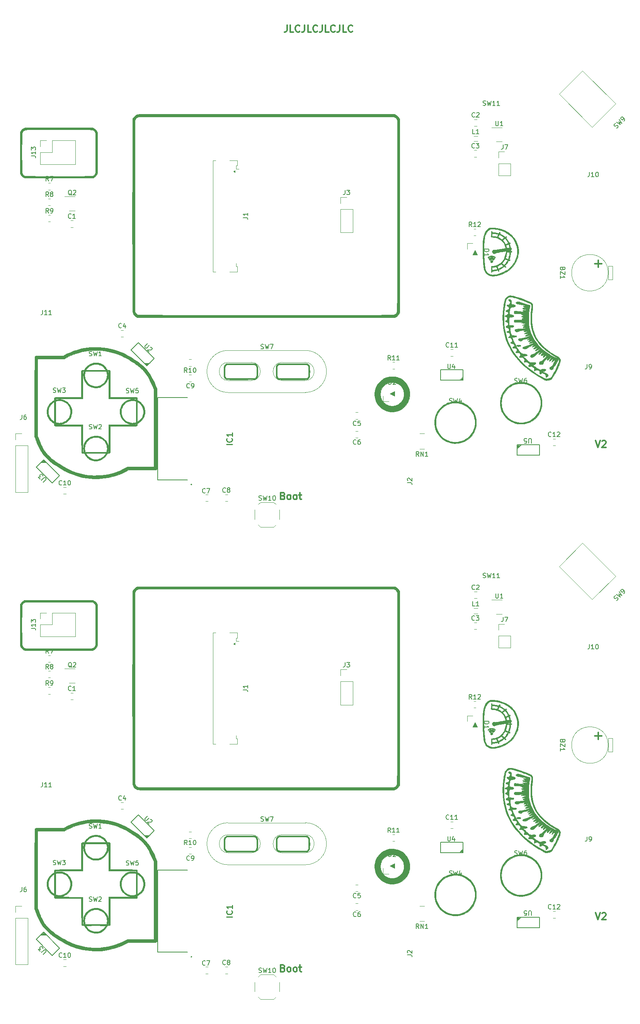
<source format=gbr>
%TF.GenerationSoftware,KiCad,Pcbnew,7.0.1*%
%TF.CreationDate,2023-05-21T16:14:24-05:00*%
%TF.ProjectId,panel,70616e65-6c2e-46b6-9963-61645f706362,rev?*%
%TF.SameCoordinates,Original*%
%TF.FileFunction,Legend,Top*%
%TF.FilePolarity,Positive*%
%FSLAX46Y46*%
G04 Gerber Fmt 4.6, Leading zero omitted, Abs format (unit mm)*
G04 Created by KiCad (PCBNEW 7.0.1) date 2023-05-21 16:14:24*
%MOMM*%
%LPD*%
G01*
G04 APERTURE LIST*
%ADD10C,0.300000*%
%ADD11C,0.150000*%
%ADD12C,0.254000*%
%ADD13C,0.120000*%
%ADD14C,0.200000*%
%ADD15C,0.010000*%
G04 APERTURE END LIST*
D10*
X140689492Y-122253314D02*
X140903778Y-122324742D01*
X140903778Y-122324742D02*
X140975207Y-122396171D01*
X140975207Y-122396171D02*
X141046635Y-122539028D01*
X141046635Y-122539028D02*
X141046635Y-122753314D01*
X141046635Y-122753314D02*
X140975207Y-122896171D01*
X140975207Y-122896171D02*
X140903778Y-122967600D01*
X140903778Y-122967600D02*
X140760921Y-123039028D01*
X140760921Y-123039028D02*
X140189492Y-123039028D01*
X140189492Y-123039028D02*
X140189492Y-121539028D01*
X140189492Y-121539028D02*
X140689492Y-121539028D01*
X140689492Y-121539028D02*
X140832350Y-121610457D01*
X140832350Y-121610457D02*
X140903778Y-121681885D01*
X140903778Y-121681885D02*
X140975207Y-121824742D01*
X140975207Y-121824742D02*
X140975207Y-121967600D01*
X140975207Y-121967600D02*
X140903778Y-122110457D01*
X140903778Y-122110457D02*
X140832350Y-122181885D01*
X140832350Y-122181885D02*
X140689492Y-122253314D01*
X140689492Y-122253314D02*
X140189492Y-122253314D01*
X141903778Y-123039028D02*
X141760921Y-122967600D01*
X141760921Y-122967600D02*
X141689492Y-122896171D01*
X141689492Y-122896171D02*
X141618064Y-122753314D01*
X141618064Y-122753314D02*
X141618064Y-122324742D01*
X141618064Y-122324742D02*
X141689492Y-122181885D01*
X141689492Y-122181885D02*
X141760921Y-122110457D01*
X141760921Y-122110457D02*
X141903778Y-122039028D01*
X141903778Y-122039028D02*
X142118064Y-122039028D01*
X142118064Y-122039028D02*
X142260921Y-122110457D01*
X142260921Y-122110457D02*
X142332350Y-122181885D01*
X142332350Y-122181885D02*
X142403778Y-122324742D01*
X142403778Y-122324742D02*
X142403778Y-122753314D01*
X142403778Y-122753314D02*
X142332350Y-122896171D01*
X142332350Y-122896171D02*
X142260921Y-122967600D01*
X142260921Y-122967600D02*
X142118064Y-123039028D01*
X142118064Y-123039028D02*
X141903778Y-123039028D01*
X143260921Y-123039028D02*
X143118064Y-122967600D01*
X143118064Y-122967600D02*
X143046635Y-122896171D01*
X143046635Y-122896171D02*
X142975207Y-122753314D01*
X142975207Y-122753314D02*
X142975207Y-122324742D01*
X142975207Y-122324742D02*
X143046635Y-122181885D01*
X143046635Y-122181885D02*
X143118064Y-122110457D01*
X143118064Y-122110457D02*
X143260921Y-122039028D01*
X143260921Y-122039028D02*
X143475207Y-122039028D01*
X143475207Y-122039028D02*
X143618064Y-122110457D01*
X143618064Y-122110457D02*
X143689493Y-122181885D01*
X143689493Y-122181885D02*
X143760921Y-122324742D01*
X143760921Y-122324742D02*
X143760921Y-122753314D01*
X143760921Y-122753314D02*
X143689493Y-122896171D01*
X143689493Y-122896171D02*
X143618064Y-122967600D01*
X143618064Y-122967600D02*
X143475207Y-123039028D01*
X143475207Y-123039028D02*
X143260921Y-123039028D01*
X144189493Y-122039028D02*
X144760921Y-122039028D01*
X144403778Y-121539028D02*
X144403778Y-122824742D01*
X144403778Y-122824742D02*
X144475207Y-122967600D01*
X144475207Y-122967600D02*
X144618064Y-123039028D01*
X144618064Y-123039028D02*
X144760921Y-123039028D01*
X140689492Y-225662914D02*
X140903778Y-225734342D01*
X140903778Y-225734342D02*
X140975207Y-225805771D01*
X140975207Y-225805771D02*
X141046635Y-225948628D01*
X141046635Y-225948628D02*
X141046635Y-226162914D01*
X141046635Y-226162914D02*
X140975207Y-226305771D01*
X140975207Y-226305771D02*
X140903778Y-226377200D01*
X140903778Y-226377200D02*
X140760921Y-226448628D01*
X140760921Y-226448628D02*
X140189492Y-226448628D01*
X140189492Y-226448628D02*
X140189492Y-224948628D01*
X140189492Y-224948628D02*
X140689492Y-224948628D01*
X140689492Y-224948628D02*
X140832350Y-225020057D01*
X140832350Y-225020057D02*
X140903778Y-225091485D01*
X140903778Y-225091485D02*
X140975207Y-225234342D01*
X140975207Y-225234342D02*
X140975207Y-225377200D01*
X140975207Y-225377200D02*
X140903778Y-225520057D01*
X140903778Y-225520057D02*
X140832350Y-225591485D01*
X140832350Y-225591485D02*
X140689492Y-225662914D01*
X140689492Y-225662914D02*
X140189492Y-225662914D01*
X141903778Y-226448628D02*
X141760921Y-226377200D01*
X141760921Y-226377200D02*
X141689492Y-226305771D01*
X141689492Y-226305771D02*
X141618064Y-226162914D01*
X141618064Y-226162914D02*
X141618064Y-225734342D01*
X141618064Y-225734342D02*
X141689492Y-225591485D01*
X141689492Y-225591485D02*
X141760921Y-225520057D01*
X141760921Y-225520057D02*
X141903778Y-225448628D01*
X141903778Y-225448628D02*
X142118064Y-225448628D01*
X142118064Y-225448628D02*
X142260921Y-225520057D01*
X142260921Y-225520057D02*
X142332350Y-225591485D01*
X142332350Y-225591485D02*
X142403778Y-225734342D01*
X142403778Y-225734342D02*
X142403778Y-226162914D01*
X142403778Y-226162914D02*
X142332350Y-226305771D01*
X142332350Y-226305771D02*
X142260921Y-226377200D01*
X142260921Y-226377200D02*
X142118064Y-226448628D01*
X142118064Y-226448628D02*
X141903778Y-226448628D01*
X143260921Y-226448628D02*
X143118064Y-226377200D01*
X143118064Y-226377200D02*
X143046635Y-226305771D01*
X143046635Y-226305771D02*
X142975207Y-226162914D01*
X142975207Y-226162914D02*
X142975207Y-225734342D01*
X142975207Y-225734342D02*
X143046635Y-225591485D01*
X143046635Y-225591485D02*
X143118064Y-225520057D01*
X143118064Y-225520057D02*
X143260921Y-225448628D01*
X143260921Y-225448628D02*
X143475207Y-225448628D01*
X143475207Y-225448628D02*
X143618064Y-225520057D01*
X143618064Y-225520057D02*
X143689493Y-225591485D01*
X143689493Y-225591485D02*
X143760921Y-225734342D01*
X143760921Y-225734342D02*
X143760921Y-226162914D01*
X143760921Y-226162914D02*
X143689493Y-226305771D01*
X143689493Y-226305771D02*
X143618064Y-226377200D01*
X143618064Y-226377200D02*
X143475207Y-226448628D01*
X143475207Y-226448628D02*
X143260921Y-226448628D01*
X144189493Y-225448628D02*
X144760921Y-225448628D01*
X144403778Y-224948628D02*
X144403778Y-226234342D01*
X144403778Y-226234342D02*
X144475207Y-226377200D01*
X144475207Y-226377200D02*
X144618064Y-226448628D01*
X144618064Y-226448628D02*
X144760921Y-226448628D01*
X141571428Y-19193928D02*
X141571428Y-20265357D01*
X141571428Y-20265357D02*
X141499999Y-20479642D01*
X141499999Y-20479642D02*
X141357142Y-20622500D01*
X141357142Y-20622500D02*
X141142856Y-20693928D01*
X141142856Y-20693928D02*
X140999999Y-20693928D01*
X142999999Y-20693928D02*
X142285713Y-20693928D01*
X142285713Y-20693928D02*
X142285713Y-19193928D01*
X144357142Y-20551071D02*
X144285714Y-20622500D01*
X144285714Y-20622500D02*
X144071428Y-20693928D01*
X144071428Y-20693928D02*
X143928571Y-20693928D01*
X143928571Y-20693928D02*
X143714285Y-20622500D01*
X143714285Y-20622500D02*
X143571428Y-20479642D01*
X143571428Y-20479642D02*
X143499999Y-20336785D01*
X143499999Y-20336785D02*
X143428571Y-20051071D01*
X143428571Y-20051071D02*
X143428571Y-19836785D01*
X143428571Y-19836785D02*
X143499999Y-19551071D01*
X143499999Y-19551071D02*
X143571428Y-19408214D01*
X143571428Y-19408214D02*
X143714285Y-19265357D01*
X143714285Y-19265357D02*
X143928571Y-19193928D01*
X143928571Y-19193928D02*
X144071428Y-19193928D01*
X144071428Y-19193928D02*
X144285714Y-19265357D01*
X144285714Y-19265357D02*
X144357142Y-19336785D01*
X145428571Y-19193928D02*
X145428571Y-20265357D01*
X145428571Y-20265357D02*
X145357142Y-20479642D01*
X145357142Y-20479642D02*
X145214285Y-20622500D01*
X145214285Y-20622500D02*
X144999999Y-20693928D01*
X144999999Y-20693928D02*
X144857142Y-20693928D01*
X146857142Y-20693928D02*
X146142856Y-20693928D01*
X146142856Y-20693928D02*
X146142856Y-19193928D01*
X148214285Y-20551071D02*
X148142857Y-20622500D01*
X148142857Y-20622500D02*
X147928571Y-20693928D01*
X147928571Y-20693928D02*
X147785714Y-20693928D01*
X147785714Y-20693928D02*
X147571428Y-20622500D01*
X147571428Y-20622500D02*
X147428571Y-20479642D01*
X147428571Y-20479642D02*
X147357142Y-20336785D01*
X147357142Y-20336785D02*
X147285714Y-20051071D01*
X147285714Y-20051071D02*
X147285714Y-19836785D01*
X147285714Y-19836785D02*
X147357142Y-19551071D01*
X147357142Y-19551071D02*
X147428571Y-19408214D01*
X147428571Y-19408214D02*
X147571428Y-19265357D01*
X147571428Y-19265357D02*
X147785714Y-19193928D01*
X147785714Y-19193928D02*
X147928571Y-19193928D01*
X147928571Y-19193928D02*
X148142857Y-19265357D01*
X148142857Y-19265357D02*
X148214285Y-19336785D01*
X149285714Y-19193928D02*
X149285714Y-20265357D01*
X149285714Y-20265357D02*
X149214285Y-20479642D01*
X149214285Y-20479642D02*
X149071428Y-20622500D01*
X149071428Y-20622500D02*
X148857142Y-20693928D01*
X148857142Y-20693928D02*
X148714285Y-20693928D01*
X150714285Y-20693928D02*
X149999999Y-20693928D01*
X149999999Y-20693928D02*
X149999999Y-19193928D01*
X152071428Y-20551071D02*
X152000000Y-20622500D01*
X152000000Y-20622500D02*
X151785714Y-20693928D01*
X151785714Y-20693928D02*
X151642857Y-20693928D01*
X151642857Y-20693928D02*
X151428571Y-20622500D01*
X151428571Y-20622500D02*
X151285714Y-20479642D01*
X151285714Y-20479642D02*
X151214285Y-20336785D01*
X151214285Y-20336785D02*
X151142857Y-20051071D01*
X151142857Y-20051071D02*
X151142857Y-19836785D01*
X151142857Y-19836785D02*
X151214285Y-19551071D01*
X151214285Y-19551071D02*
X151285714Y-19408214D01*
X151285714Y-19408214D02*
X151428571Y-19265357D01*
X151428571Y-19265357D02*
X151642857Y-19193928D01*
X151642857Y-19193928D02*
X151785714Y-19193928D01*
X151785714Y-19193928D02*
X152000000Y-19265357D01*
X152000000Y-19265357D02*
X152071428Y-19336785D01*
X153142857Y-19193928D02*
X153142857Y-20265357D01*
X153142857Y-20265357D02*
X153071428Y-20479642D01*
X153071428Y-20479642D02*
X152928571Y-20622500D01*
X152928571Y-20622500D02*
X152714285Y-20693928D01*
X152714285Y-20693928D02*
X152571428Y-20693928D01*
X154571428Y-20693928D02*
X153857142Y-20693928D01*
X153857142Y-20693928D02*
X153857142Y-19193928D01*
X155928571Y-20551071D02*
X155857143Y-20622500D01*
X155857143Y-20622500D02*
X155642857Y-20693928D01*
X155642857Y-20693928D02*
X155500000Y-20693928D01*
X155500000Y-20693928D02*
X155285714Y-20622500D01*
X155285714Y-20622500D02*
X155142857Y-20479642D01*
X155142857Y-20479642D02*
X155071428Y-20336785D01*
X155071428Y-20336785D02*
X155000000Y-20051071D01*
X155000000Y-20051071D02*
X155000000Y-19836785D01*
X155000000Y-19836785D02*
X155071428Y-19551071D01*
X155071428Y-19551071D02*
X155142857Y-19408214D01*
X155142857Y-19408214D02*
X155285714Y-19265357D01*
X155285714Y-19265357D02*
X155500000Y-19193928D01*
X155500000Y-19193928D02*
X155642857Y-19193928D01*
X155642857Y-19193928D02*
X155857143Y-19265357D01*
X155857143Y-19265357D02*
X155928571Y-19336785D01*
X209175207Y-110139028D02*
X209675207Y-111639028D01*
X209675207Y-111639028D02*
X210175207Y-110139028D01*
X210603778Y-110281885D02*
X210675206Y-110210457D01*
X210675206Y-110210457D02*
X210818064Y-110139028D01*
X210818064Y-110139028D02*
X211175206Y-110139028D01*
X211175206Y-110139028D02*
X211318064Y-110210457D01*
X211318064Y-110210457D02*
X211389492Y-110281885D01*
X211389492Y-110281885D02*
X211460921Y-110424742D01*
X211460921Y-110424742D02*
X211460921Y-110567600D01*
X211460921Y-110567600D02*
X211389492Y-110781885D01*
X211389492Y-110781885D02*
X210532349Y-111639028D01*
X210532349Y-111639028D02*
X211460921Y-111639028D01*
X209175207Y-213548628D02*
X209675207Y-215048628D01*
X209675207Y-215048628D02*
X210175207Y-213548628D01*
X210603778Y-213691485D02*
X210675206Y-213620057D01*
X210675206Y-213620057D02*
X210818064Y-213548628D01*
X210818064Y-213548628D02*
X211175206Y-213548628D01*
X211175206Y-213548628D02*
X211318064Y-213620057D01*
X211318064Y-213620057D02*
X211389492Y-213691485D01*
X211389492Y-213691485D02*
X211460921Y-213834342D01*
X211460921Y-213834342D02*
X211460921Y-213977200D01*
X211460921Y-213977200D02*
X211389492Y-214191485D01*
X211389492Y-214191485D02*
X210532349Y-215048628D01*
X210532349Y-215048628D02*
X211460921Y-215048628D01*
D11*
%TO.C,J3*%
X154299016Y-55330219D02*
X154299016Y-56044504D01*
X154299016Y-56044504D02*
X154251397Y-56187361D01*
X154251397Y-56187361D02*
X154156159Y-56282600D01*
X154156159Y-56282600D02*
X154013302Y-56330219D01*
X154013302Y-56330219D02*
X153918064Y-56330219D01*
X154679969Y-55330219D02*
X155299016Y-55330219D01*
X155299016Y-55330219D02*
X154965683Y-55711171D01*
X154965683Y-55711171D02*
X155108540Y-55711171D01*
X155108540Y-55711171D02*
X155203778Y-55758790D01*
X155203778Y-55758790D02*
X155251397Y-55806409D01*
X155251397Y-55806409D02*
X155299016Y-55901647D01*
X155299016Y-55901647D02*
X155299016Y-56139742D01*
X155299016Y-56139742D02*
X155251397Y-56234980D01*
X155251397Y-56234980D02*
X155203778Y-56282600D01*
X155203778Y-56282600D02*
X155108540Y-56330219D01*
X155108540Y-56330219D02*
X154822826Y-56330219D01*
X154822826Y-56330219D02*
X154727588Y-56282600D01*
X154727588Y-56282600D02*
X154679969Y-56234980D01*
X154299016Y-158739819D02*
X154299016Y-159454104D01*
X154299016Y-159454104D02*
X154251397Y-159596961D01*
X154251397Y-159596961D02*
X154156159Y-159692200D01*
X154156159Y-159692200D02*
X154013302Y-159739819D01*
X154013302Y-159739819D02*
X153918064Y-159739819D01*
X154679969Y-158739819D02*
X155299016Y-158739819D01*
X155299016Y-158739819D02*
X154965683Y-159120771D01*
X154965683Y-159120771D02*
X155108540Y-159120771D01*
X155108540Y-159120771D02*
X155203778Y-159168390D01*
X155203778Y-159168390D02*
X155251397Y-159216009D01*
X155251397Y-159216009D02*
X155299016Y-159311247D01*
X155299016Y-159311247D02*
X155299016Y-159549342D01*
X155299016Y-159549342D02*
X155251397Y-159644580D01*
X155251397Y-159644580D02*
X155203778Y-159692200D01*
X155203778Y-159692200D02*
X155108540Y-159739819D01*
X155108540Y-159739819D02*
X154822826Y-159739819D01*
X154822826Y-159739819D02*
X154727588Y-159692200D01*
X154727588Y-159692200D02*
X154679969Y-159644580D01*
%TO.C,C9*%
X120215683Y-98569980D02*
X120168064Y-98617600D01*
X120168064Y-98617600D02*
X120025207Y-98665219D01*
X120025207Y-98665219D02*
X119929969Y-98665219D01*
X119929969Y-98665219D02*
X119787112Y-98617600D01*
X119787112Y-98617600D02*
X119691874Y-98522361D01*
X119691874Y-98522361D02*
X119644255Y-98427123D01*
X119644255Y-98427123D02*
X119596636Y-98236647D01*
X119596636Y-98236647D02*
X119596636Y-98093790D01*
X119596636Y-98093790D02*
X119644255Y-97903314D01*
X119644255Y-97903314D02*
X119691874Y-97808076D01*
X119691874Y-97808076D02*
X119787112Y-97712838D01*
X119787112Y-97712838D02*
X119929969Y-97665219D01*
X119929969Y-97665219D02*
X120025207Y-97665219D01*
X120025207Y-97665219D02*
X120168064Y-97712838D01*
X120168064Y-97712838D02*
X120215683Y-97760457D01*
X120691874Y-98665219D02*
X120882350Y-98665219D01*
X120882350Y-98665219D02*
X120977588Y-98617600D01*
X120977588Y-98617600D02*
X121025207Y-98569980D01*
X121025207Y-98569980D02*
X121120445Y-98427123D01*
X121120445Y-98427123D02*
X121168064Y-98236647D01*
X121168064Y-98236647D02*
X121168064Y-97855695D01*
X121168064Y-97855695D02*
X121120445Y-97760457D01*
X121120445Y-97760457D02*
X121072826Y-97712838D01*
X121072826Y-97712838D02*
X120977588Y-97665219D01*
X120977588Y-97665219D02*
X120787112Y-97665219D01*
X120787112Y-97665219D02*
X120691874Y-97712838D01*
X120691874Y-97712838D02*
X120644255Y-97760457D01*
X120644255Y-97760457D02*
X120596636Y-97855695D01*
X120596636Y-97855695D02*
X120596636Y-98093790D01*
X120596636Y-98093790D02*
X120644255Y-98189028D01*
X120644255Y-98189028D02*
X120691874Y-98236647D01*
X120691874Y-98236647D02*
X120787112Y-98284266D01*
X120787112Y-98284266D02*
X120977588Y-98284266D01*
X120977588Y-98284266D02*
X121072826Y-98236647D01*
X121072826Y-98236647D02*
X121120445Y-98189028D01*
X121120445Y-98189028D02*
X121168064Y-98093790D01*
X120215683Y-201979580D02*
X120168064Y-202027200D01*
X120168064Y-202027200D02*
X120025207Y-202074819D01*
X120025207Y-202074819D02*
X119929969Y-202074819D01*
X119929969Y-202074819D02*
X119787112Y-202027200D01*
X119787112Y-202027200D02*
X119691874Y-201931961D01*
X119691874Y-201931961D02*
X119644255Y-201836723D01*
X119644255Y-201836723D02*
X119596636Y-201646247D01*
X119596636Y-201646247D02*
X119596636Y-201503390D01*
X119596636Y-201503390D02*
X119644255Y-201312914D01*
X119644255Y-201312914D02*
X119691874Y-201217676D01*
X119691874Y-201217676D02*
X119787112Y-201122438D01*
X119787112Y-201122438D02*
X119929969Y-201074819D01*
X119929969Y-201074819D02*
X120025207Y-201074819D01*
X120025207Y-201074819D02*
X120168064Y-201122438D01*
X120168064Y-201122438D02*
X120215683Y-201170057D01*
X120691874Y-202074819D02*
X120882350Y-202074819D01*
X120882350Y-202074819D02*
X120977588Y-202027200D01*
X120977588Y-202027200D02*
X121025207Y-201979580D01*
X121025207Y-201979580D02*
X121120445Y-201836723D01*
X121120445Y-201836723D02*
X121168064Y-201646247D01*
X121168064Y-201646247D02*
X121168064Y-201265295D01*
X121168064Y-201265295D02*
X121120445Y-201170057D01*
X121120445Y-201170057D02*
X121072826Y-201122438D01*
X121072826Y-201122438D02*
X120977588Y-201074819D01*
X120977588Y-201074819D02*
X120787112Y-201074819D01*
X120787112Y-201074819D02*
X120691874Y-201122438D01*
X120691874Y-201122438D02*
X120644255Y-201170057D01*
X120644255Y-201170057D02*
X120596636Y-201265295D01*
X120596636Y-201265295D02*
X120596636Y-201503390D01*
X120596636Y-201503390D02*
X120644255Y-201598628D01*
X120644255Y-201598628D02*
X120691874Y-201646247D01*
X120691874Y-201646247D02*
X120787112Y-201693866D01*
X120787112Y-201693866D02*
X120977588Y-201693866D01*
X120977588Y-201693866D02*
X121072826Y-201646247D01*
X121072826Y-201646247D02*
X121120445Y-201598628D01*
X121120445Y-201598628D02*
X121168064Y-201503390D01*
%TO.C,C2*%
X182715683Y-39259980D02*
X182668064Y-39307600D01*
X182668064Y-39307600D02*
X182525207Y-39355219D01*
X182525207Y-39355219D02*
X182429969Y-39355219D01*
X182429969Y-39355219D02*
X182287112Y-39307600D01*
X182287112Y-39307600D02*
X182191874Y-39212361D01*
X182191874Y-39212361D02*
X182144255Y-39117123D01*
X182144255Y-39117123D02*
X182096636Y-38926647D01*
X182096636Y-38926647D02*
X182096636Y-38783790D01*
X182096636Y-38783790D02*
X182144255Y-38593314D01*
X182144255Y-38593314D02*
X182191874Y-38498076D01*
X182191874Y-38498076D02*
X182287112Y-38402838D01*
X182287112Y-38402838D02*
X182429969Y-38355219D01*
X182429969Y-38355219D02*
X182525207Y-38355219D01*
X182525207Y-38355219D02*
X182668064Y-38402838D01*
X182668064Y-38402838D02*
X182715683Y-38450457D01*
X183096636Y-38450457D02*
X183144255Y-38402838D01*
X183144255Y-38402838D02*
X183239493Y-38355219D01*
X183239493Y-38355219D02*
X183477588Y-38355219D01*
X183477588Y-38355219D02*
X183572826Y-38402838D01*
X183572826Y-38402838D02*
X183620445Y-38450457D01*
X183620445Y-38450457D02*
X183668064Y-38545695D01*
X183668064Y-38545695D02*
X183668064Y-38640933D01*
X183668064Y-38640933D02*
X183620445Y-38783790D01*
X183620445Y-38783790D02*
X183049017Y-39355219D01*
X183049017Y-39355219D02*
X183668064Y-39355219D01*
X182715683Y-142669580D02*
X182668064Y-142717200D01*
X182668064Y-142717200D02*
X182525207Y-142764819D01*
X182525207Y-142764819D02*
X182429969Y-142764819D01*
X182429969Y-142764819D02*
X182287112Y-142717200D01*
X182287112Y-142717200D02*
X182191874Y-142621961D01*
X182191874Y-142621961D02*
X182144255Y-142526723D01*
X182144255Y-142526723D02*
X182096636Y-142336247D01*
X182096636Y-142336247D02*
X182096636Y-142193390D01*
X182096636Y-142193390D02*
X182144255Y-142002914D01*
X182144255Y-142002914D02*
X182191874Y-141907676D01*
X182191874Y-141907676D02*
X182287112Y-141812438D01*
X182287112Y-141812438D02*
X182429969Y-141764819D01*
X182429969Y-141764819D02*
X182525207Y-141764819D01*
X182525207Y-141764819D02*
X182668064Y-141812438D01*
X182668064Y-141812438D02*
X182715683Y-141860057D01*
X183096636Y-141860057D02*
X183144255Y-141812438D01*
X183144255Y-141812438D02*
X183239493Y-141764819D01*
X183239493Y-141764819D02*
X183477588Y-141764819D01*
X183477588Y-141764819D02*
X183572826Y-141812438D01*
X183572826Y-141812438D02*
X183620445Y-141860057D01*
X183620445Y-141860057D02*
X183668064Y-141955295D01*
X183668064Y-141955295D02*
X183668064Y-142050533D01*
X183668064Y-142050533D02*
X183620445Y-142193390D01*
X183620445Y-142193390D02*
X183049017Y-142764819D01*
X183049017Y-142764819D02*
X183668064Y-142764819D01*
%TO.C,J11*%
X88022827Y-81585219D02*
X88022827Y-82299504D01*
X88022827Y-82299504D02*
X87975208Y-82442361D01*
X87975208Y-82442361D02*
X87879970Y-82537600D01*
X87879970Y-82537600D02*
X87737113Y-82585219D01*
X87737113Y-82585219D02*
X87641875Y-82585219D01*
X89022827Y-82585219D02*
X88451399Y-82585219D01*
X88737113Y-82585219D02*
X88737113Y-81585219D01*
X88737113Y-81585219D02*
X88641875Y-81728076D01*
X88641875Y-81728076D02*
X88546637Y-81823314D01*
X88546637Y-81823314D02*
X88451399Y-81870933D01*
X89975208Y-82585219D02*
X89403780Y-82585219D01*
X89689494Y-82585219D02*
X89689494Y-81585219D01*
X89689494Y-81585219D02*
X89594256Y-81728076D01*
X89594256Y-81728076D02*
X89499018Y-81823314D01*
X89499018Y-81823314D02*
X89403780Y-81870933D01*
X88022827Y-184994819D02*
X88022827Y-185709104D01*
X88022827Y-185709104D02*
X87975208Y-185851961D01*
X87975208Y-185851961D02*
X87879970Y-185947200D01*
X87879970Y-185947200D02*
X87737113Y-185994819D01*
X87737113Y-185994819D02*
X87641875Y-185994819D01*
X89022827Y-185994819D02*
X88451399Y-185994819D01*
X88737113Y-185994819D02*
X88737113Y-184994819D01*
X88737113Y-184994819D02*
X88641875Y-185137676D01*
X88641875Y-185137676D02*
X88546637Y-185232914D01*
X88546637Y-185232914D02*
X88451399Y-185280533D01*
X89975208Y-185994819D02*
X89403780Y-185994819D01*
X89689494Y-185994819D02*
X89689494Y-184994819D01*
X89689494Y-184994819D02*
X89594256Y-185137676D01*
X89594256Y-185137676D02*
X89499018Y-185232914D01*
X89499018Y-185232914D02*
X89403780Y-185280533D01*
%TO.C,C12*%
X199439492Y-109209980D02*
X199391873Y-109257600D01*
X199391873Y-109257600D02*
X199249016Y-109305219D01*
X199249016Y-109305219D02*
X199153778Y-109305219D01*
X199153778Y-109305219D02*
X199010921Y-109257600D01*
X199010921Y-109257600D02*
X198915683Y-109162361D01*
X198915683Y-109162361D02*
X198868064Y-109067123D01*
X198868064Y-109067123D02*
X198820445Y-108876647D01*
X198820445Y-108876647D02*
X198820445Y-108733790D01*
X198820445Y-108733790D02*
X198868064Y-108543314D01*
X198868064Y-108543314D02*
X198915683Y-108448076D01*
X198915683Y-108448076D02*
X199010921Y-108352838D01*
X199010921Y-108352838D02*
X199153778Y-108305219D01*
X199153778Y-108305219D02*
X199249016Y-108305219D01*
X199249016Y-108305219D02*
X199391873Y-108352838D01*
X199391873Y-108352838D02*
X199439492Y-108400457D01*
X200391873Y-109305219D02*
X199820445Y-109305219D01*
X200106159Y-109305219D02*
X200106159Y-108305219D01*
X200106159Y-108305219D02*
X200010921Y-108448076D01*
X200010921Y-108448076D02*
X199915683Y-108543314D01*
X199915683Y-108543314D02*
X199820445Y-108590933D01*
X200772826Y-108400457D02*
X200820445Y-108352838D01*
X200820445Y-108352838D02*
X200915683Y-108305219D01*
X200915683Y-108305219D02*
X201153778Y-108305219D01*
X201153778Y-108305219D02*
X201249016Y-108352838D01*
X201249016Y-108352838D02*
X201296635Y-108400457D01*
X201296635Y-108400457D02*
X201344254Y-108495695D01*
X201344254Y-108495695D02*
X201344254Y-108590933D01*
X201344254Y-108590933D02*
X201296635Y-108733790D01*
X201296635Y-108733790D02*
X200725207Y-109305219D01*
X200725207Y-109305219D02*
X201344254Y-109305219D01*
X199439492Y-212619580D02*
X199391873Y-212667200D01*
X199391873Y-212667200D02*
X199249016Y-212714819D01*
X199249016Y-212714819D02*
X199153778Y-212714819D01*
X199153778Y-212714819D02*
X199010921Y-212667200D01*
X199010921Y-212667200D02*
X198915683Y-212571961D01*
X198915683Y-212571961D02*
X198868064Y-212476723D01*
X198868064Y-212476723D02*
X198820445Y-212286247D01*
X198820445Y-212286247D02*
X198820445Y-212143390D01*
X198820445Y-212143390D02*
X198868064Y-211952914D01*
X198868064Y-211952914D02*
X198915683Y-211857676D01*
X198915683Y-211857676D02*
X199010921Y-211762438D01*
X199010921Y-211762438D02*
X199153778Y-211714819D01*
X199153778Y-211714819D02*
X199249016Y-211714819D01*
X199249016Y-211714819D02*
X199391873Y-211762438D01*
X199391873Y-211762438D02*
X199439492Y-211810057D01*
X200391873Y-212714819D02*
X199820445Y-212714819D01*
X200106159Y-212714819D02*
X200106159Y-211714819D01*
X200106159Y-211714819D02*
X200010921Y-211857676D01*
X200010921Y-211857676D02*
X199915683Y-211952914D01*
X199915683Y-211952914D02*
X199820445Y-212000533D01*
X200772826Y-211810057D02*
X200820445Y-211762438D01*
X200820445Y-211762438D02*
X200915683Y-211714819D01*
X200915683Y-211714819D02*
X201153778Y-211714819D01*
X201153778Y-211714819D02*
X201249016Y-211762438D01*
X201249016Y-211762438D02*
X201296635Y-211810057D01*
X201296635Y-211810057D02*
X201344254Y-211905295D01*
X201344254Y-211905295D02*
X201344254Y-212000533D01*
X201344254Y-212000533D02*
X201296635Y-212143390D01*
X201296635Y-212143390D02*
X200725207Y-212714819D01*
X200725207Y-212714819D02*
X201344254Y-212714819D01*
%TO.C,D1*%
X184819730Y-68234505D02*
X185819730Y-68234505D01*
X185819730Y-68234505D02*
X185819730Y-68472600D01*
X185819730Y-68472600D02*
X185772111Y-68615457D01*
X185772111Y-68615457D02*
X185676873Y-68710695D01*
X185676873Y-68710695D02*
X185581635Y-68758314D01*
X185581635Y-68758314D02*
X185391159Y-68805933D01*
X185391159Y-68805933D02*
X185248302Y-68805933D01*
X185248302Y-68805933D02*
X185057826Y-68758314D01*
X185057826Y-68758314D02*
X184962588Y-68710695D01*
X184962588Y-68710695D02*
X184867350Y-68615457D01*
X184867350Y-68615457D02*
X184819730Y-68472600D01*
X184819730Y-68472600D02*
X184819730Y-68234505D01*
X184819730Y-69758314D02*
X184819730Y-69186886D01*
X184819730Y-69472600D02*
X185819730Y-69472600D01*
X185819730Y-69472600D02*
X185676873Y-69377362D01*
X185676873Y-69377362D02*
X185581635Y-69282124D01*
X185581635Y-69282124D02*
X185534016Y-69186886D01*
X184819730Y-171644105D02*
X185819730Y-171644105D01*
X185819730Y-171644105D02*
X185819730Y-171882200D01*
X185819730Y-171882200D02*
X185772111Y-172025057D01*
X185772111Y-172025057D02*
X185676873Y-172120295D01*
X185676873Y-172120295D02*
X185581635Y-172167914D01*
X185581635Y-172167914D02*
X185391159Y-172215533D01*
X185391159Y-172215533D02*
X185248302Y-172215533D01*
X185248302Y-172215533D02*
X185057826Y-172167914D01*
X185057826Y-172167914D02*
X184962588Y-172120295D01*
X184962588Y-172120295D02*
X184867350Y-172025057D01*
X184867350Y-172025057D02*
X184819730Y-171882200D01*
X184819730Y-171882200D02*
X184819730Y-171644105D01*
X184819730Y-173167914D02*
X184819730Y-172596486D01*
X184819730Y-172882200D02*
X185819730Y-172882200D01*
X185819730Y-172882200D02*
X185676873Y-172786962D01*
X185676873Y-172786962D02*
X185581635Y-172691724D01*
X185581635Y-172691724D02*
X185534016Y-172596486D01*
%TO.C,C10*%
X92239492Y-119809980D02*
X92191873Y-119857600D01*
X92191873Y-119857600D02*
X92049016Y-119905219D01*
X92049016Y-119905219D02*
X91953778Y-119905219D01*
X91953778Y-119905219D02*
X91810921Y-119857600D01*
X91810921Y-119857600D02*
X91715683Y-119762361D01*
X91715683Y-119762361D02*
X91668064Y-119667123D01*
X91668064Y-119667123D02*
X91620445Y-119476647D01*
X91620445Y-119476647D02*
X91620445Y-119333790D01*
X91620445Y-119333790D02*
X91668064Y-119143314D01*
X91668064Y-119143314D02*
X91715683Y-119048076D01*
X91715683Y-119048076D02*
X91810921Y-118952838D01*
X91810921Y-118952838D02*
X91953778Y-118905219D01*
X91953778Y-118905219D02*
X92049016Y-118905219D01*
X92049016Y-118905219D02*
X92191873Y-118952838D01*
X92191873Y-118952838D02*
X92239492Y-119000457D01*
X93191873Y-119905219D02*
X92620445Y-119905219D01*
X92906159Y-119905219D02*
X92906159Y-118905219D01*
X92906159Y-118905219D02*
X92810921Y-119048076D01*
X92810921Y-119048076D02*
X92715683Y-119143314D01*
X92715683Y-119143314D02*
X92620445Y-119190933D01*
X93810921Y-118905219D02*
X93906159Y-118905219D01*
X93906159Y-118905219D02*
X94001397Y-118952838D01*
X94001397Y-118952838D02*
X94049016Y-119000457D01*
X94049016Y-119000457D02*
X94096635Y-119095695D01*
X94096635Y-119095695D02*
X94144254Y-119286171D01*
X94144254Y-119286171D02*
X94144254Y-119524266D01*
X94144254Y-119524266D02*
X94096635Y-119714742D01*
X94096635Y-119714742D02*
X94049016Y-119809980D01*
X94049016Y-119809980D02*
X94001397Y-119857600D01*
X94001397Y-119857600D02*
X93906159Y-119905219D01*
X93906159Y-119905219D02*
X93810921Y-119905219D01*
X93810921Y-119905219D02*
X93715683Y-119857600D01*
X93715683Y-119857600D02*
X93668064Y-119809980D01*
X93668064Y-119809980D02*
X93620445Y-119714742D01*
X93620445Y-119714742D02*
X93572826Y-119524266D01*
X93572826Y-119524266D02*
X93572826Y-119286171D01*
X93572826Y-119286171D02*
X93620445Y-119095695D01*
X93620445Y-119095695D02*
X93668064Y-119000457D01*
X93668064Y-119000457D02*
X93715683Y-118952838D01*
X93715683Y-118952838D02*
X93810921Y-118905219D01*
X92239492Y-223219580D02*
X92191873Y-223267200D01*
X92191873Y-223267200D02*
X92049016Y-223314819D01*
X92049016Y-223314819D02*
X91953778Y-223314819D01*
X91953778Y-223314819D02*
X91810921Y-223267200D01*
X91810921Y-223267200D02*
X91715683Y-223171961D01*
X91715683Y-223171961D02*
X91668064Y-223076723D01*
X91668064Y-223076723D02*
X91620445Y-222886247D01*
X91620445Y-222886247D02*
X91620445Y-222743390D01*
X91620445Y-222743390D02*
X91668064Y-222552914D01*
X91668064Y-222552914D02*
X91715683Y-222457676D01*
X91715683Y-222457676D02*
X91810921Y-222362438D01*
X91810921Y-222362438D02*
X91953778Y-222314819D01*
X91953778Y-222314819D02*
X92049016Y-222314819D01*
X92049016Y-222314819D02*
X92191873Y-222362438D01*
X92191873Y-222362438D02*
X92239492Y-222410057D01*
X93191873Y-223314819D02*
X92620445Y-223314819D01*
X92906159Y-223314819D02*
X92906159Y-222314819D01*
X92906159Y-222314819D02*
X92810921Y-222457676D01*
X92810921Y-222457676D02*
X92715683Y-222552914D01*
X92715683Y-222552914D02*
X92620445Y-222600533D01*
X93810921Y-222314819D02*
X93906159Y-222314819D01*
X93906159Y-222314819D02*
X94001397Y-222362438D01*
X94001397Y-222362438D02*
X94049016Y-222410057D01*
X94049016Y-222410057D02*
X94096635Y-222505295D01*
X94096635Y-222505295D02*
X94144254Y-222695771D01*
X94144254Y-222695771D02*
X94144254Y-222933866D01*
X94144254Y-222933866D02*
X94096635Y-223124342D01*
X94096635Y-223124342D02*
X94049016Y-223219580D01*
X94049016Y-223219580D02*
X94001397Y-223267200D01*
X94001397Y-223267200D02*
X93906159Y-223314819D01*
X93906159Y-223314819D02*
X93810921Y-223314819D01*
X93810921Y-223314819D02*
X93715683Y-223267200D01*
X93715683Y-223267200D02*
X93668064Y-223219580D01*
X93668064Y-223219580D02*
X93620445Y-223124342D01*
X93620445Y-223124342D02*
X93572826Y-222933866D01*
X93572826Y-222933866D02*
X93572826Y-222695771D01*
X93572826Y-222695771D02*
X93620445Y-222505295D01*
X93620445Y-222505295D02*
X93668064Y-222410057D01*
X93668064Y-222410057D02*
X93715683Y-222362438D01*
X93715683Y-222362438D02*
X93810921Y-222314819D01*
%TO.C,BZ1*%
X201993540Y-72541647D02*
X201945921Y-72684504D01*
X201945921Y-72684504D02*
X201898302Y-72732123D01*
X201898302Y-72732123D02*
X201803064Y-72779742D01*
X201803064Y-72779742D02*
X201660207Y-72779742D01*
X201660207Y-72779742D02*
X201564969Y-72732123D01*
X201564969Y-72732123D02*
X201517350Y-72684504D01*
X201517350Y-72684504D02*
X201469730Y-72589266D01*
X201469730Y-72589266D02*
X201469730Y-72208314D01*
X201469730Y-72208314D02*
X202469730Y-72208314D01*
X202469730Y-72208314D02*
X202469730Y-72541647D01*
X202469730Y-72541647D02*
X202422111Y-72636885D01*
X202422111Y-72636885D02*
X202374492Y-72684504D01*
X202374492Y-72684504D02*
X202279254Y-72732123D01*
X202279254Y-72732123D02*
X202184016Y-72732123D01*
X202184016Y-72732123D02*
X202088778Y-72684504D01*
X202088778Y-72684504D02*
X202041159Y-72636885D01*
X202041159Y-72636885D02*
X201993540Y-72541647D01*
X201993540Y-72541647D02*
X201993540Y-72208314D01*
X202469730Y-73113076D02*
X202469730Y-73779742D01*
X202469730Y-73779742D02*
X201469730Y-73113076D01*
X201469730Y-73113076D02*
X201469730Y-73779742D01*
X201469730Y-74684504D02*
X201469730Y-74113076D01*
X201469730Y-74398790D02*
X202469730Y-74398790D01*
X202469730Y-74398790D02*
X202326873Y-74303552D01*
X202326873Y-74303552D02*
X202231635Y-74208314D01*
X202231635Y-74208314D02*
X202184016Y-74113076D01*
D10*
X209769016Y-70660695D02*
X209769016Y-72184505D01*
X209007111Y-71422600D02*
X210530921Y-71422600D01*
D11*
X201993540Y-175951247D02*
X201945921Y-176094104D01*
X201945921Y-176094104D02*
X201898302Y-176141723D01*
X201898302Y-176141723D02*
X201803064Y-176189342D01*
X201803064Y-176189342D02*
X201660207Y-176189342D01*
X201660207Y-176189342D02*
X201564969Y-176141723D01*
X201564969Y-176141723D02*
X201517350Y-176094104D01*
X201517350Y-176094104D02*
X201469730Y-175998866D01*
X201469730Y-175998866D02*
X201469730Y-175617914D01*
X201469730Y-175617914D02*
X202469730Y-175617914D01*
X202469730Y-175617914D02*
X202469730Y-175951247D01*
X202469730Y-175951247D02*
X202422111Y-176046485D01*
X202422111Y-176046485D02*
X202374492Y-176094104D01*
X202374492Y-176094104D02*
X202279254Y-176141723D01*
X202279254Y-176141723D02*
X202184016Y-176141723D01*
X202184016Y-176141723D02*
X202088778Y-176094104D01*
X202088778Y-176094104D02*
X202041159Y-176046485D01*
X202041159Y-176046485D02*
X201993540Y-175951247D01*
X201993540Y-175951247D02*
X201993540Y-175617914D01*
X202469730Y-176522676D02*
X202469730Y-177189342D01*
X202469730Y-177189342D02*
X201469730Y-176522676D01*
X201469730Y-176522676D02*
X201469730Y-177189342D01*
X201469730Y-178094104D02*
X201469730Y-177522676D01*
X201469730Y-177808390D02*
X202469730Y-177808390D01*
X202469730Y-177808390D02*
X202326873Y-177713152D01*
X202326873Y-177713152D02*
X202231635Y-177617914D01*
X202231635Y-177617914D02*
X202184016Y-177522676D01*
D10*
X209769016Y-174070295D02*
X209769016Y-175594105D01*
X209007111Y-174832200D02*
X210530921Y-174832200D01*
D11*
%TO.C,SW7*%
X135874017Y-193447200D02*
X136016874Y-193494819D01*
X136016874Y-193494819D02*
X136254969Y-193494819D01*
X136254969Y-193494819D02*
X136350207Y-193447200D01*
X136350207Y-193447200D02*
X136397826Y-193399580D01*
X136397826Y-193399580D02*
X136445445Y-193304342D01*
X136445445Y-193304342D02*
X136445445Y-193209104D01*
X136445445Y-193209104D02*
X136397826Y-193113866D01*
X136397826Y-193113866D02*
X136350207Y-193066247D01*
X136350207Y-193066247D02*
X136254969Y-193018628D01*
X136254969Y-193018628D02*
X136064493Y-192971009D01*
X136064493Y-192971009D02*
X135969255Y-192923390D01*
X135969255Y-192923390D02*
X135921636Y-192875771D01*
X135921636Y-192875771D02*
X135874017Y-192780533D01*
X135874017Y-192780533D02*
X135874017Y-192685295D01*
X135874017Y-192685295D02*
X135921636Y-192590057D01*
X135921636Y-192590057D02*
X135969255Y-192542438D01*
X135969255Y-192542438D02*
X136064493Y-192494819D01*
X136064493Y-192494819D02*
X136302588Y-192494819D01*
X136302588Y-192494819D02*
X136445445Y-192542438D01*
X136778779Y-192494819D02*
X137016874Y-193494819D01*
X137016874Y-193494819D02*
X137207350Y-192780533D01*
X137207350Y-192780533D02*
X137397826Y-193494819D01*
X137397826Y-193494819D02*
X137635922Y-192494819D01*
X137921636Y-192494819D02*
X138588302Y-192494819D01*
X138588302Y-192494819D02*
X138159731Y-193494819D01*
X135874017Y-90037600D02*
X136016874Y-90085219D01*
X136016874Y-90085219D02*
X136254969Y-90085219D01*
X136254969Y-90085219D02*
X136350207Y-90037600D01*
X136350207Y-90037600D02*
X136397826Y-89989980D01*
X136397826Y-89989980D02*
X136445445Y-89894742D01*
X136445445Y-89894742D02*
X136445445Y-89799504D01*
X136445445Y-89799504D02*
X136397826Y-89704266D01*
X136397826Y-89704266D02*
X136350207Y-89656647D01*
X136350207Y-89656647D02*
X136254969Y-89609028D01*
X136254969Y-89609028D02*
X136064493Y-89561409D01*
X136064493Y-89561409D02*
X135969255Y-89513790D01*
X135969255Y-89513790D02*
X135921636Y-89466171D01*
X135921636Y-89466171D02*
X135874017Y-89370933D01*
X135874017Y-89370933D02*
X135874017Y-89275695D01*
X135874017Y-89275695D02*
X135921636Y-89180457D01*
X135921636Y-89180457D02*
X135969255Y-89132838D01*
X135969255Y-89132838D02*
X136064493Y-89085219D01*
X136064493Y-89085219D02*
X136302588Y-89085219D01*
X136302588Y-89085219D02*
X136445445Y-89132838D01*
X136778779Y-89085219D02*
X137016874Y-90085219D01*
X137016874Y-90085219D02*
X137207350Y-89370933D01*
X137207350Y-89370933D02*
X137397826Y-90085219D01*
X137397826Y-90085219D02*
X137635922Y-89085219D01*
X137921636Y-89085219D02*
X138588302Y-89085219D01*
X138588302Y-89085219D02*
X138159731Y-90085219D01*
%TO.C,SW11*%
X184522826Y-36737600D02*
X184665683Y-36785219D01*
X184665683Y-36785219D02*
X184903778Y-36785219D01*
X184903778Y-36785219D02*
X184999016Y-36737600D01*
X184999016Y-36737600D02*
X185046635Y-36689980D01*
X185046635Y-36689980D02*
X185094254Y-36594742D01*
X185094254Y-36594742D02*
X185094254Y-36499504D01*
X185094254Y-36499504D02*
X185046635Y-36404266D01*
X185046635Y-36404266D02*
X184999016Y-36356647D01*
X184999016Y-36356647D02*
X184903778Y-36309028D01*
X184903778Y-36309028D02*
X184713302Y-36261409D01*
X184713302Y-36261409D02*
X184618064Y-36213790D01*
X184618064Y-36213790D02*
X184570445Y-36166171D01*
X184570445Y-36166171D02*
X184522826Y-36070933D01*
X184522826Y-36070933D02*
X184522826Y-35975695D01*
X184522826Y-35975695D02*
X184570445Y-35880457D01*
X184570445Y-35880457D02*
X184618064Y-35832838D01*
X184618064Y-35832838D02*
X184713302Y-35785219D01*
X184713302Y-35785219D02*
X184951397Y-35785219D01*
X184951397Y-35785219D02*
X185094254Y-35832838D01*
X185427588Y-35785219D02*
X185665683Y-36785219D01*
X185665683Y-36785219D02*
X185856159Y-36070933D01*
X185856159Y-36070933D02*
X186046635Y-36785219D01*
X186046635Y-36785219D02*
X186284731Y-35785219D01*
X187189492Y-36785219D02*
X186618064Y-36785219D01*
X186903778Y-36785219D02*
X186903778Y-35785219D01*
X186903778Y-35785219D02*
X186808540Y-35928076D01*
X186808540Y-35928076D02*
X186713302Y-36023314D01*
X186713302Y-36023314D02*
X186618064Y-36070933D01*
X188141873Y-36785219D02*
X187570445Y-36785219D01*
X187856159Y-36785219D02*
X187856159Y-35785219D01*
X187856159Y-35785219D02*
X187760921Y-35928076D01*
X187760921Y-35928076D02*
X187665683Y-36023314D01*
X187665683Y-36023314D02*
X187570445Y-36070933D01*
X184522826Y-140147200D02*
X184665683Y-140194819D01*
X184665683Y-140194819D02*
X184903778Y-140194819D01*
X184903778Y-140194819D02*
X184999016Y-140147200D01*
X184999016Y-140147200D02*
X185046635Y-140099580D01*
X185046635Y-140099580D02*
X185094254Y-140004342D01*
X185094254Y-140004342D02*
X185094254Y-139909104D01*
X185094254Y-139909104D02*
X185046635Y-139813866D01*
X185046635Y-139813866D02*
X184999016Y-139766247D01*
X184999016Y-139766247D02*
X184903778Y-139718628D01*
X184903778Y-139718628D02*
X184713302Y-139671009D01*
X184713302Y-139671009D02*
X184618064Y-139623390D01*
X184618064Y-139623390D02*
X184570445Y-139575771D01*
X184570445Y-139575771D02*
X184522826Y-139480533D01*
X184522826Y-139480533D02*
X184522826Y-139385295D01*
X184522826Y-139385295D02*
X184570445Y-139290057D01*
X184570445Y-139290057D02*
X184618064Y-139242438D01*
X184618064Y-139242438D02*
X184713302Y-139194819D01*
X184713302Y-139194819D02*
X184951397Y-139194819D01*
X184951397Y-139194819D02*
X185094254Y-139242438D01*
X185427588Y-139194819D02*
X185665683Y-140194819D01*
X185665683Y-140194819D02*
X185856159Y-139480533D01*
X185856159Y-139480533D02*
X186046635Y-140194819D01*
X186046635Y-140194819D02*
X186284731Y-139194819D01*
X187189492Y-140194819D02*
X186618064Y-140194819D01*
X186903778Y-140194819D02*
X186903778Y-139194819D01*
X186903778Y-139194819D02*
X186808540Y-139337676D01*
X186808540Y-139337676D02*
X186713302Y-139432914D01*
X186713302Y-139432914D02*
X186618064Y-139480533D01*
X188141873Y-140194819D02*
X187570445Y-140194819D01*
X187856159Y-140194819D02*
X187856159Y-139194819D01*
X187856159Y-139194819D02*
X187760921Y-139337676D01*
X187760921Y-139337676D02*
X187665683Y-139432914D01*
X187665683Y-139432914D02*
X187570445Y-139480533D01*
%TO.C,R11*%
X164276992Y-92535219D02*
X163943659Y-92059028D01*
X163705564Y-92535219D02*
X163705564Y-91535219D01*
X163705564Y-91535219D02*
X164086516Y-91535219D01*
X164086516Y-91535219D02*
X164181754Y-91582838D01*
X164181754Y-91582838D02*
X164229373Y-91630457D01*
X164229373Y-91630457D02*
X164276992Y-91725695D01*
X164276992Y-91725695D02*
X164276992Y-91868552D01*
X164276992Y-91868552D02*
X164229373Y-91963790D01*
X164229373Y-91963790D02*
X164181754Y-92011409D01*
X164181754Y-92011409D02*
X164086516Y-92059028D01*
X164086516Y-92059028D02*
X163705564Y-92059028D01*
X165229373Y-92535219D02*
X164657945Y-92535219D01*
X164943659Y-92535219D02*
X164943659Y-91535219D01*
X164943659Y-91535219D02*
X164848421Y-91678076D01*
X164848421Y-91678076D02*
X164753183Y-91773314D01*
X164753183Y-91773314D02*
X164657945Y-91820933D01*
X166181754Y-92535219D02*
X165610326Y-92535219D01*
X165896040Y-92535219D02*
X165896040Y-91535219D01*
X165896040Y-91535219D02*
X165800802Y-91678076D01*
X165800802Y-91678076D02*
X165705564Y-91773314D01*
X165705564Y-91773314D02*
X165610326Y-91820933D01*
X164276992Y-195944819D02*
X163943659Y-195468628D01*
X163705564Y-195944819D02*
X163705564Y-194944819D01*
X163705564Y-194944819D02*
X164086516Y-194944819D01*
X164086516Y-194944819D02*
X164181754Y-194992438D01*
X164181754Y-194992438D02*
X164229373Y-195040057D01*
X164229373Y-195040057D02*
X164276992Y-195135295D01*
X164276992Y-195135295D02*
X164276992Y-195278152D01*
X164276992Y-195278152D02*
X164229373Y-195373390D01*
X164229373Y-195373390D02*
X164181754Y-195421009D01*
X164181754Y-195421009D02*
X164086516Y-195468628D01*
X164086516Y-195468628D02*
X163705564Y-195468628D01*
X165229373Y-195944819D02*
X164657945Y-195944819D01*
X164943659Y-195944819D02*
X164943659Y-194944819D01*
X164943659Y-194944819D02*
X164848421Y-195087676D01*
X164848421Y-195087676D02*
X164753183Y-195182914D01*
X164753183Y-195182914D02*
X164657945Y-195230533D01*
X166181754Y-195944819D02*
X165610326Y-195944819D01*
X165896040Y-195944819D02*
X165896040Y-194944819D01*
X165896040Y-194944819D02*
X165800802Y-195087676D01*
X165800802Y-195087676D02*
X165705564Y-195182914D01*
X165705564Y-195182914D02*
X165610326Y-195230533D01*
%TO.C,SW5*%
X106349017Y-99687600D02*
X106491874Y-99735219D01*
X106491874Y-99735219D02*
X106729969Y-99735219D01*
X106729969Y-99735219D02*
X106825207Y-99687600D01*
X106825207Y-99687600D02*
X106872826Y-99639980D01*
X106872826Y-99639980D02*
X106920445Y-99544742D01*
X106920445Y-99544742D02*
X106920445Y-99449504D01*
X106920445Y-99449504D02*
X106872826Y-99354266D01*
X106872826Y-99354266D02*
X106825207Y-99306647D01*
X106825207Y-99306647D02*
X106729969Y-99259028D01*
X106729969Y-99259028D02*
X106539493Y-99211409D01*
X106539493Y-99211409D02*
X106444255Y-99163790D01*
X106444255Y-99163790D02*
X106396636Y-99116171D01*
X106396636Y-99116171D02*
X106349017Y-99020933D01*
X106349017Y-99020933D02*
X106349017Y-98925695D01*
X106349017Y-98925695D02*
X106396636Y-98830457D01*
X106396636Y-98830457D02*
X106444255Y-98782838D01*
X106444255Y-98782838D02*
X106539493Y-98735219D01*
X106539493Y-98735219D02*
X106777588Y-98735219D01*
X106777588Y-98735219D02*
X106920445Y-98782838D01*
X107253779Y-98735219D02*
X107491874Y-99735219D01*
X107491874Y-99735219D02*
X107682350Y-99020933D01*
X107682350Y-99020933D02*
X107872826Y-99735219D01*
X107872826Y-99735219D02*
X108110922Y-98735219D01*
X108968064Y-98735219D02*
X108491874Y-98735219D01*
X108491874Y-98735219D02*
X108444255Y-99211409D01*
X108444255Y-99211409D02*
X108491874Y-99163790D01*
X108491874Y-99163790D02*
X108587112Y-99116171D01*
X108587112Y-99116171D02*
X108825207Y-99116171D01*
X108825207Y-99116171D02*
X108920445Y-99163790D01*
X108920445Y-99163790D02*
X108968064Y-99211409D01*
X108968064Y-99211409D02*
X109015683Y-99306647D01*
X109015683Y-99306647D02*
X109015683Y-99544742D01*
X109015683Y-99544742D02*
X108968064Y-99639980D01*
X108968064Y-99639980D02*
X108920445Y-99687600D01*
X108920445Y-99687600D02*
X108825207Y-99735219D01*
X108825207Y-99735219D02*
X108587112Y-99735219D01*
X108587112Y-99735219D02*
X108491874Y-99687600D01*
X108491874Y-99687600D02*
X108444255Y-99639980D01*
X106349017Y-203097200D02*
X106491874Y-203144819D01*
X106491874Y-203144819D02*
X106729969Y-203144819D01*
X106729969Y-203144819D02*
X106825207Y-203097200D01*
X106825207Y-203097200D02*
X106872826Y-203049580D01*
X106872826Y-203049580D02*
X106920445Y-202954342D01*
X106920445Y-202954342D02*
X106920445Y-202859104D01*
X106920445Y-202859104D02*
X106872826Y-202763866D01*
X106872826Y-202763866D02*
X106825207Y-202716247D01*
X106825207Y-202716247D02*
X106729969Y-202668628D01*
X106729969Y-202668628D02*
X106539493Y-202621009D01*
X106539493Y-202621009D02*
X106444255Y-202573390D01*
X106444255Y-202573390D02*
X106396636Y-202525771D01*
X106396636Y-202525771D02*
X106349017Y-202430533D01*
X106349017Y-202430533D02*
X106349017Y-202335295D01*
X106349017Y-202335295D02*
X106396636Y-202240057D01*
X106396636Y-202240057D02*
X106444255Y-202192438D01*
X106444255Y-202192438D02*
X106539493Y-202144819D01*
X106539493Y-202144819D02*
X106777588Y-202144819D01*
X106777588Y-202144819D02*
X106920445Y-202192438D01*
X107253779Y-202144819D02*
X107491874Y-203144819D01*
X107491874Y-203144819D02*
X107682350Y-202430533D01*
X107682350Y-202430533D02*
X107872826Y-203144819D01*
X107872826Y-203144819D02*
X108110922Y-202144819D01*
X108968064Y-202144819D02*
X108491874Y-202144819D01*
X108491874Y-202144819D02*
X108444255Y-202621009D01*
X108444255Y-202621009D02*
X108491874Y-202573390D01*
X108491874Y-202573390D02*
X108587112Y-202525771D01*
X108587112Y-202525771D02*
X108825207Y-202525771D01*
X108825207Y-202525771D02*
X108920445Y-202573390D01*
X108920445Y-202573390D02*
X108968064Y-202621009D01*
X108968064Y-202621009D02*
X109015683Y-202716247D01*
X109015683Y-202716247D02*
X109015683Y-202954342D01*
X109015683Y-202954342D02*
X108968064Y-203049580D01*
X108968064Y-203049580D02*
X108920445Y-203097200D01*
X108920445Y-203097200D02*
X108825207Y-203144819D01*
X108825207Y-203144819D02*
X108587112Y-203144819D01*
X108587112Y-203144819D02*
X108491874Y-203097200D01*
X108491874Y-203097200D02*
X108444255Y-203049580D01*
%TO.C,J13*%
X85524969Y-47862123D02*
X86239254Y-47862123D01*
X86239254Y-47862123D02*
X86382111Y-47909742D01*
X86382111Y-47909742D02*
X86477350Y-48004980D01*
X86477350Y-48004980D02*
X86524969Y-48147837D01*
X86524969Y-48147837D02*
X86524969Y-48243075D01*
X86524969Y-46862123D02*
X86524969Y-47433551D01*
X86524969Y-47147837D02*
X85524969Y-47147837D01*
X85524969Y-47147837D02*
X85667826Y-47243075D01*
X85667826Y-47243075D02*
X85763064Y-47338313D01*
X85763064Y-47338313D02*
X85810683Y-47433551D01*
X85524969Y-46528789D02*
X85524969Y-45909742D01*
X85524969Y-45909742D02*
X85905921Y-46243075D01*
X85905921Y-46243075D02*
X85905921Y-46100218D01*
X85905921Y-46100218D02*
X85953540Y-46004980D01*
X85953540Y-46004980D02*
X86001159Y-45957361D01*
X86001159Y-45957361D02*
X86096397Y-45909742D01*
X86096397Y-45909742D02*
X86334492Y-45909742D01*
X86334492Y-45909742D02*
X86429730Y-45957361D01*
X86429730Y-45957361D02*
X86477350Y-46004980D01*
X86477350Y-46004980D02*
X86524969Y-46100218D01*
X86524969Y-46100218D02*
X86524969Y-46385932D01*
X86524969Y-46385932D02*
X86477350Y-46481170D01*
X86477350Y-46481170D02*
X86429730Y-46528789D01*
X85524969Y-151271723D02*
X86239254Y-151271723D01*
X86239254Y-151271723D02*
X86382111Y-151319342D01*
X86382111Y-151319342D02*
X86477350Y-151414580D01*
X86477350Y-151414580D02*
X86524969Y-151557437D01*
X86524969Y-151557437D02*
X86524969Y-151652675D01*
X86524969Y-150271723D02*
X86524969Y-150843151D01*
X86524969Y-150557437D02*
X85524969Y-150557437D01*
X85524969Y-150557437D02*
X85667826Y-150652675D01*
X85667826Y-150652675D02*
X85763064Y-150747913D01*
X85763064Y-150747913D02*
X85810683Y-150843151D01*
X85524969Y-149938389D02*
X85524969Y-149319342D01*
X85524969Y-149319342D02*
X85905921Y-149652675D01*
X85905921Y-149652675D02*
X85905921Y-149509818D01*
X85905921Y-149509818D02*
X85953540Y-149414580D01*
X85953540Y-149414580D02*
X86001159Y-149366961D01*
X86001159Y-149366961D02*
X86096397Y-149319342D01*
X86096397Y-149319342D02*
X86334492Y-149319342D01*
X86334492Y-149319342D02*
X86429730Y-149366961D01*
X86429730Y-149366961D02*
X86477350Y-149414580D01*
X86477350Y-149414580D02*
X86524969Y-149509818D01*
X86524969Y-149509818D02*
X86524969Y-149795532D01*
X86524969Y-149795532D02*
X86477350Y-149890770D01*
X86477350Y-149890770D02*
X86429730Y-149938389D01*
%TO.C,J7*%
X188899016Y-45380219D02*
X188899016Y-46094504D01*
X188899016Y-46094504D02*
X188851397Y-46237361D01*
X188851397Y-46237361D02*
X188756159Y-46332600D01*
X188756159Y-46332600D02*
X188613302Y-46380219D01*
X188613302Y-46380219D02*
X188518064Y-46380219D01*
X189279969Y-45380219D02*
X189946635Y-45380219D01*
X189946635Y-45380219D02*
X189518064Y-46380219D01*
X188899016Y-148789819D02*
X188899016Y-149504104D01*
X188899016Y-149504104D02*
X188851397Y-149646961D01*
X188851397Y-149646961D02*
X188756159Y-149742200D01*
X188756159Y-149742200D02*
X188613302Y-149789819D01*
X188613302Y-149789819D02*
X188518064Y-149789819D01*
X189279969Y-148789819D02*
X189946635Y-148789819D01*
X189946635Y-148789819D02*
X189518064Y-149789819D01*
%TO.C,SW10*%
X135422826Y-123187600D02*
X135565683Y-123235219D01*
X135565683Y-123235219D02*
X135803778Y-123235219D01*
X135803778Y-123235219D02*
X135899016Y-123187600D01*
X135899016Y-123187600D02*
X135946635Y-123139980D01*
X135946635Y-123139980D02*
X135994254Y-123044742D01*
X135994254Y-123044742D02*
X135994254Y-122949504D01*
X135994254Y-122949504D02*
X135946635Y-122854266D01*
X135946635Y-122854266D02*
X135899016Y-122806647D01*
X135899016Y-122806647D02*
X135803778Y-122759028D01*
X135803778Y-122759028D02*
X135613302Y-122711409D01*
X135613302Y-122711409D02*
X135518064Y-122663790D01*
X135518064Y-122663790D02*
X135470445Y-122616171D01*
X135470445Y-122616171D02*
X135422826Y-122520933D01*
X135422826Y-122520933D02*
X135422826Y-122425695D01*
X135422826Y-122425695D02*
X135470445Y-122330457D01*
X135470445Y-122330457D02*
X135518064Y-122282838D01*
X135518064Y-122282838D02*
X135613302Y-122235219D01*
X135613302Y-122235219D02*
X135851397Y-122235219D01*
X135851397Y-122235219D02*
X135994254Y-122282838D01*
X136327588Y-122235219D02*
X136565683Y-123235219D01*
X136565683Y-123235219D02*
X136756159Y-122520933D01*
X136756159Y-122520933D02*
X136946635Y-123235219D01*
X136946635Y-123235219D02*
X137184731Y-122235219D01*
X138089492Y-123235219D02*
X137518064Y-123235219D01*
X137803778Y-123235219D02*
X137803778Y-122235219D01*
X137803778Y-122235219D02*
X137708540Y-122378076D01*
X137708540Y-122378076D02*
X137613302Y-122473314D01*
X137613302Y-122473314D02*
X137518064Y-122520933D01*
X138708540Y-122235219D02*
X138803778Y-122235219D01*
X138803778Y-122235219D02*
X138899016Y-122282838D01*
X138899016Y-122282838D02*
X138946635Y-122330457D01*
X138946635Y-122330457D02*
X138994254Y-122425695D01*
X138994254Y-122425695D02*
X139041873Y-122616171D01*
X139041873Y-122616171D02*
X139041873Y-122854266D01*
X139041873Y-122854266D02*
X138994254Y-123044742D01*
X138994254Y-123044742D02*
X138946635Y-123139980D01*
X138946635Y-123139980D02*
X138899016Y-123187600D01*
X138899016Y-123187600D02*
X138803778Y-123235219D01*
X138803778Y-123235219D02*
X138708540Y-123235219D01*
X138708540Y-123235219D02*
X138613302Y-123187600D01*
X138613302Y-123187600D02*
X138565683Y-123139980D01*
X138565683Y-123139980D02*
X138518064Y-123044742D01*
X138518064Y-123044742D02*
X138470445Y-122854266D01*
X138470445Y-122854266D02*
X138470445Y-122616171D01*
X138470445Y-122616171D02*
X138518064Y-122425695D01*
X138518064Y-122425695D02*
X138565683Y-122330457D01*
X138565683Y-122330457D02*
X138613302Y-122282838D01*
X138613302Y-122282838D02*
X138708540Y-122235219D01*
X135422826Y-226597200D02*
X135565683Y-226644819D01*
X135565683Y-226644819D02*
X135803778Y-226644819D01*
X135803778Y-226644819D02*
X135899016Y-226597200D01*
X135899016Y-226597200D02*
X135946635Y-226549580D01*
X135946635Y-226549580D02*
X135994254Y-226454342D01*
X135994254Y-226454342D02*
X135994254Y-226359104D01*
X135994254Y-226359104D02*
X135946635Y-226263866D01*
X135946635Y-226263866D02*
X135899016Y-226216247D01*
X135899016Y-226216247D02*
X135803778Y-226168628D01*
X135803778Y-226168628D02*
X135613302Y-226121009D01*
X135613302Y-226121009D02*
X135518064Y-226073390D01*
X135518064Y-226073390D02*
X135470445Y-226025771D01*
X135470445Y-226025771D02*
X135422826Y-225930533D01*
X135422826Y-225930533D02*
X135422826Y-225835295D01*
X135422826Y-225835295D02*
X135470445Y-225740057D01*
X135470445Y-225740057D02*
X135518064Y-225692438D01*
X135518064Y-225692438D02*
X135613302Y-225644819D01*
X135613302Y-225644819D02*
X135851397Y-225644819D01*
X135851397Y-225644819D02*
X135994254Y-225692438D01*
X136327588Y-225644819D02*
X136565683Y-226644819D01*
X136565683Y-226644819D02*
X136756159Y-225930533D01*
X136756159Y-225930533D02*
X136946635Y-226644819D01*
X136946635Y-226644819D02*
X137184731Y-225644819D01*
X138089492Y-226644819D02*
X137518064Y-226644819D01*
X137803778Y-226644819D02*
X137803778Y-225644819D01*
X137803778Y-225644819D02*
X137708540Y-225787676D01*
X137708540Y-225787676D02*
X137613302Y-225882914D01*
X137613302Y-225882914D02*
X137518064Y-225930533D01*
X138708540Y-225644819D02*
X138803778Y-225644819D01*
X138803778Y-225644819D02*
X138899016Y-225692438D01*
X138899016Y-225692438D02*
X138946635Y-225740057D01*
X138946635Y-225740057D02*
X138994254Y-225835295D01*
X138994254Y-225835295D02*
X139041873Y-226025771D01*
X139041873Y-226025771D02*
X139041873Y-226263866D01*
X139041873Y-226263866D02*
X138994254Y-226454342D01*
X138994254Y-226454342D02*
X138946635Y-226549580D01*
X138946635Y-226549580D02*
X138899016Y-226597200D01*
X138899016Y-226597200D02*
X138803778Y-226644819D01*
X138803778Y-226644819D02*
X138708540Y-226644819D01*
X138708540Y-226644819D02*
X138613302Y-226597200D01*
X138613302Y-226597200D02*
X138565683Y-226549580D01*
X138565683Y-226549580D02*
X138518064Y-226454342D01*
X138518064Y-226454342D02*
X138470445Y-226263866D01*
X138470445Y-226263866D02*
X138470445Y-226025771D01*
X138470445Y-226025771D02*
X138518064Y-225835295D01*
X138518064Y-225835295D02*
X138565683Y-225740057D01*
X138565683Y-225740057D02*
X138613302Y-225692438D01*
X138613302Y-225692438D02*
X138708540Y-225644819D01*
%TO.C,RN1*%
X170441873Y-113585219D02*
X170108540Y-113109028D01*
X169870445Y-113585219D02*
X169870445Y-112585219D01*
X169870445Y-112585219D02*
X170251397Y-112585219D01*
X170251397Y-112585219D02*
X170346635Y-112632838D01*
X170346635Y-112632838D02*
X170394254Y-112680457D01*
X170394254Y-112680457D02*
X170441873Y-112775695D01*
X170441873Y-112775695D02*
X170441873Y-112918552D01*
X170441873Y-112918552D02*
X170394254Y-113013790D01*
X170394254Y-113013790D02*
X170346635Y-113061409D01*
X170346635Y-113061409D02*
X170251397Y-113109028D01*
X170251397Y-113109028D02*
X169870445Y-113109028D01*
X170870445Y-113585219D02*
X170870445Y-112585219D01*
X170870445Y-112585219D02*
X171441873Y-113585219D01*
X171441873Y-113585219D02*
X171441873Y-112585219D01*
X172441873Y-113585219D02*
X171870445Y-113585219D01*
X172156159Y-113585219D02*
X172156159Y-112585219D01*
X172156159Y-112585219D02*
X172060921Y-112728076D01*
X172060921Y-112728076D02*
X171965683Y-112823314D01*
X171965683Y-112823314D02*
X171870445Y-112870933D01*
X170441873Y-216994819D02*
X170108540Y-216518628D01*
X169870445Y-216994819D02*
X169870445Y-215994819D01*
X169870445Y-215994819D02*
X170251397Y-215994819D01*
X170251397Y-215994819D02*
X170346635Y-216042438D01*
X170346635Y-216042438D02*
X170394254Y-216090057D01*
X170394254Y-216090057D02*
X170441873Y-216185295D01*
X170441873Y-216185295D02*
X170441873Y-216328152D01*
X170441873Y-216328152D02*
X170394254Y-216423390D01*
X170394254Y-216423390D02*
X170346635Y-216471009D01*
X170346635Y-216471009D02*
X170251397Y-216518628D01*
X170251397Y-216518628D02*
X169870445Y-216518628D01*
X170870445Y-216994819D02*
X170870445Y-215994819D01*
X170870445Y-215994819D02*
X171441873Y-216994819D01*
X171441873Y-216994819D02*
X171441873Y-215994819D01*
X172441873Y-216994819D02*
X171870445Y-216994819D01*
X172156159Y-216994819D02*
X172156159Y-215994819D01*
X172156159Y-215994819D02*
X172060921Y-216137676D01*
X172060921Y-216137676D02*
X171965683Y-216232914D01*
X171965683Y-216232914D02*
X171870445Y-216280533D01*
%TO.C,C5*%
X156715683Y-106769980D02*
X156668064Y-106817600D01*
X156668064Y-106817600D02*
X156525207Y-106865219D01*
X156525207Y-106865219D02*
X156429969Y-106865219D01*
X156429969Y-106865219D02*
X156287112Y-106817600D01*
X156287112Y-106817600D02*
X156191874Y-106722361D01*
X156191874Y-106722361D02*
X156144255Y-106627123D01*
X156144255Y-106627123D02*
X156096636Y-106436647D01*
X156096636Y-106436647D02*
X156096636Y-106293790D01*
X156096636Y-106293790D02*
X156144255Y-106103314D01*
X156144255Y-106103314D02*
X156191874Y-106008076D01*
X156191874Y-106008076D02*
X156287112Y-105912838D01*
X156287112Y-105912838D02*
X156429969Y-105865219D01*
X156429969Y-105865219D02*
X156525207Y-105865219D01*
X156525207Y-105865219D02*
X156668064Y-105912838D01*
X156668064Y-105912838D02*
X156715683Y-105960457D01*
X157620445Y-105865219D02*
X157144255Y-105865219D01*
X157144255Y-105865219D02*
X157096636Y-106341409D01*
X157096636Y-106341409D02*
X157144255Y-106293790D01*
X157144255Y-106293790D02*
X157239493Y-106246171D01*
X157239493Y-106246171D02*
X157477588Y-106246171D01*
X157477588Y-106246171D02*
X157572826Y-106293790D01*
X157572826Y-106293790D02*
X157620445Y-106341409D01*
X157620445Y-106341409D02*
X157668064Y-106436647D01*
X157668064Y-106436647D02*
X157668064Y-106674742D01*
X157668064Y-106674742D02*
X157620445Y-106769980D01*
X157620445Y-106769980D02*
X157572826Y-106817600D01*
X157572826Y-106817600D02*
X157477588Y-106865219D01*
X157477588Y-106865219D02*
X157239493Y-106865219D01*
X157239493Y-106865219D02*
X157144255Y-106817600D01*
X157144255Y-106817600D02*
X157096636Y-106769980D01*
X156715683Y-210179580D02*
X156668064Y-210227200D01*
X156668064Y-210227200D02*
X156525207Y-210274819D01*
X156525207Y-210274819D02*
X156429969Y-210274819D01*
X156429969Y-210274819D02*
X156287112Y-210227200D01*
X156287112Y-210227200D02*
X156191874Y-210131961D01*
X156191874Y-210131961D02*
X156144255Y-210036723D01*
X156144255Y-210036723D02*
X156096636Y-209846247D01*
X156096636Y-209846247D02*
X156096636Y-209703390D01*
X156096636Y-209703390D02*
X156144255Y-209512914D01*
X156144255Y-209512914D02*
X156191874Y-209417676D01*
X156191874Y-209417676D02*
X156287112Y-209322438D01*
X156287112Y-209322438D02*
X156429969Y-209274819D01*
X156429969Y-209274819D02*
X156525207Y-209274819D01*
X156525207Y-209274819D02*
X156668064Y-209322438D01*
X156668064Y-209322438D02*
X156715683Y-209370057D01*
X157620445Y-209274819D02*
X157144255Y-209274819D01*
X157144255Y-209274819D02*
X157096636Y-209751009D01*
X157096636Y-209751009D02*
X157144255Y-209703390D01*
X157144255Y-209703390D02*
X157239493Y-209655771D01*
X157239493Y-209655771D02*
X157477588Y-209655771D01*
X157477588Y-209655771D02*
X157572826Y-209703390D01*
X157572826Y-209703390D02*
X157620445Y-209751009D01*
X157620445Y-209751009D02*
X157668064Y-209846247D01*
X157668064Y-209846247D02*
X157668064Y-210084342D01*
X157668064Y-210084342D02*
X157620445Y-210179580D01*
X157620445Y-210179580D02*
X157572826Y-210227200D01*
X157572826Y-210227200D02*
X157477588Y-210274819D01*
X157477588Y-210274819D02*
X157239493Y-210274819D01*
X157239493Y-210274819D02*
X157144255Y-210227200D01*
X157144255Y-210227200D02*
X157096636Y-210179580D01*
%TO.C,C7*%
X123665683Y-121539980D02*
X123618064Y-121587600D01*
X123618064Y-121587600D02*
X123475207Y-121635219D01*
X123475207Y-121635219D02*
X123379969Y-121635219D01*
X123379969Y-121635219D02*
X123237112Y-121587600D01*
X123237112Y-121587600D02*
X123141874Y-121492361D01*
X123141874Y-121492361D02*
X123094255Y-121397123D01*
X123094255Y-121397123D02*
X123046636Y-121206647D01*
X123046636Y-121206647D02*
X123046636Y-121063790D01*
X123046636Y-121063790D02*
X123094255Y-120873314D01*
X123094255Y-120873314D02*
X123141874Y-120778076D01*
X123141874Y-120778076D02*
X123237112Y-120682838D01*
X123237112Y-120682838D02*
X123379969Y-120635219D01*
X123379969Y-120635219D02*
X123475207Y-120635219D01*
X123475207Y-120635219D02*
X123618064Y-120682838D01*
X123618064Y-120682838D02*
X123665683Y-120730457D01*
X123999017Y-120635219D02*
X124665683Y-120635219D01*
X124665683Y-120635219D02*
X124237112Y-121635219D01*
X123665683Y-224949580D02*
X123618064Y-224997200D01*
X123618064Y-224997200D02*
X123475207Y-225044819D01*
X123475207Y-225044819D02*
X123379969Y-225044819D01*
X123379969Y-225044819D02*
X123237112Y-224997200D01*
X123237112Y-224997200D02*
X123141874Y-224901961D01*
X123141874Y-224901961D02*
X123094255Y-224806723D01*
X123094255Y-224806723D02*
X123046636Y-224616247D01*
X123046636Y-224616247D02*
X123046636Y-224473390D01*
X123046636Y-224473390D02*
X123094255Y-224282914D01*
X123094255Y-224282914D02*
X123141874Y-224187676D01*
X123141874Y-224187676D02*
X123237112Y-224092438D01*
X123237112Y-224092438D02*
X123379969Y-224044819D01*
X123379969Y-224044819D02*
X123475207Y-224044819D01*
X123475207Y-224044819D02*
X123618064Y-224092438D01*
X123618064Y-224092438D02*
X123665683Y-224140057D01*
X123999017Y-224044819D02*
X124665683Y-224044819D01*
X124665683Y-224044819D02*
X124237112Y-225044819D01*
%TO.C,SW6*%
X191449017Y-97487600D02*
X191591874Y-97535219D01*
X191591874Y-97535219D02*
X191829969Y-97535219D01*
X191829969Y-97535219D02*
X191925207Y-97487600D01*
X191925207Y-97487600D02*
X191972826Y-97439980D01*
X191972826Y-97439980D02*
X192020445Y-97344742D01*
X192020445Y-97344742D02*
X192020445Y-97249504D01*
X192020445Y-97249504D02*
X191972826Y-97154266D01*
X191972826Y-97154266D02*
X191925207Y-97106647D01*
X191925207Y-97106647D02*
X191829969Y-97059028D01*
X191829969Y-97059028D02*
X191639493Y-97011409D01*
X191639493Y-97011409D02*
X191544255Y-96963790D01*
X191544255Y-96963790D02*
X191496636Y-96916171D01*
X191496636Y-96916171D02*
X191449017Y-96820933D01*
X191449017Y-96820933D02*
X191449017Y-96725695D01*
X191449017Y-96725695D02*
X191496636Y-96630457D01*
X191496636Y-96630457D02*
X191544255Y-96582838D01*
X191544255Y-96582838D02*
X191639493Y-96535219D01*
X191639493Y-96535219D02*
X191877588Y-96535219D01*
X191877588Y-96535219D02*
X192020445Y-96582838D01*
X192353779Y-96535219D02*
X192591874Y-97535219D01*
X192591874Y-97535219D02*
X192782350Y-96820933D01*
X192782350Y-96820933D02*
X192972826Y-97535219D01*
X192972826Y-97535219D02*
X193210922Y-96535219D01*
X194020445Y-96535219D02*
X193829969Y-96535219D01*
X193829969Y-96535219D02*
X193734731Y-96582838D01*
X193734731Y-96582838D02*
X193687112Y-96630457D01*
X193687112Y-96630457D02*
X193591874Y-96773314D01*
X193591874Y-96773314D02*
X193544255Y-96963790D01*
X193544255Y-96963790D02*
X193544255Y-97344742D01*
X193544255Y-97344742D02*
X193591874Y-97439980D01*
X193591874Y-97439980D02*
X193639493Y-97487600D01*
X193639493Y-97487600D02*
X193734731Y-97535219D01*
X193734731Y-97535219D02*
X193925207Y-97535219D01*
X193925207Y-97535219D02*
X194020445Y-97487600D01*
X194020445Y-97487600D02*
X194068064Y-97439980D01*
X194068064Y-97439980D02*
X194115683Y-97344742D01*
X194115683Y-97344742D02*
X194115683Y-97106647D01*
X194115683Y-97106647D02*
X194068064Y-97011409D01*
X194068064Y-97011409D02*
X194020445Y-96963790D01*
X194020445Y-96963790D02*
X193925207Y-96916171D01*
X193925207Y-96916171D02*
X193734731Y-96916171D01*
X193734731Y-96916171D02*
X193639493Y-96963790D01*
X193639493Y-96963790D02*
X193591874Y-97011409D01*
X193591874Y-97011409D02*
X193544255Y-97106647D01*
X191449017Y-200897200D02*
X191591874Y-200944819D01*
X191591874Y-200944819D02*
X191829969Y-200944819D01*
X191829969Y-200944819D02*
X191925207Y-200897200D01*
X191925207Y-200897200D02*
X191972826Y-200849580D01*
X191972826Y-200849580D02*
X192020445Y-200754342D01*
X192020445Y-200754342D02*
X192020445Y-200659104D01*
X192020445Y-200659104D02*
X191972826Y-200563866D01*
X191972826Y-200563866D02*
X191925207Y-200516247D01*
X191925207Y-200516247D02*
X191829969Y-200468628D01*
X191829969Y-200468628D02*
X191639493Y-200421009D01*
X191639493Y-200421009D02*
X191544255Y-200373390D01*
X191544255Y-200373390D02*
X191496636Y-200325771D01*
X191496636Y-200325771D02*
X191449017Y-200230533D01*
X191449017Y-200230533D02*
X191449017Y-200135295D01*
X191449017Y-200135295D02*
X191496636Y-200040057D01*
X191496636Y-200040057D02*
X191544255Y-199992438D01*
X191544255Y-199992438D02*
X191639493Y-199944819D01*
X191639493Y-199944819D02*
X191877588Y-199944819D01*
X191877588Y-199944819D02*
X192020445Y-199992438D01*
X192353779Y-199944819D02*
X192591874Y-200944819D01*
X192591874Y-200944819D02*
X192782350Y-200230533D01*
X192782350Y-200230533D02*
X192972826Y-200944819D01*
X192972826Y-200944819D02*
X193210922Y-199944819D01*
X194020445Y-199944819D02*
X193829969Y-199944819D01*
X193829969Y-199944819D02*
X193734731Y-199992438D01*
X193734731Y-199992438D02*
X193687112Y-200040057D01*
X193687112Y-200040057D02*
X193591874Y-200182914D01*
X193591874Y-200182914D02*
X193544255Y-200373390D01*
X193544255Y-200373390D02*
X193544255Y-200754342D01*
X193544255Y-200754342D02*
X193591874Y-200849580D01*
X193591874Y-200849580D02*
X193639493Y-200897200D01*
X193639493Y-200897200D02*
X193734731Y-200944819D01*
X193734731Y-200944819D02*
X193925207Y-200944819D01*
X193925207Y-200944819D02*
X194020445Y-200897200D01*
X194020445Y-200897200D02*
X194068064Y-200849580D01*
X194068064Y-200849580D02*
X194115683Y-200754342D01*
X194115683Y-200754342D02*
X194115683Y-200516247D01*
X194115683Y-200516247D02*
X194068064Y-200421009D01*
X194068064Y-200421009D02*
X194020445Y-200373390D01*
X194020445Y-200373390D02*
X193925207Y-200325771D01*
X193925207Y-200325771D02*
X193734731Y-200325771D01*
X193734731Y-200325771D02*
X193639493Y-200373390D01*
X193639493Y-200373390D02*
X193591874Y-200421009D01*
X193591874Y-200421009D02*
X193544255Y-200516247D01*
%TO.C,J2*%
X167969969Y-119368433D02*
X168684254Y-119368433D01*
X168684254Y-119368433D02*
X168827111Y-119416052D01*
X168827111Y-119416052D02*
X168922350Y-119511290D01*
X168922350Y-119511290D02*
X168969969Y-119654147D01*
X168969969Y-119654147D02*
X168969969Y-119749385D01*
X168065207Y-118939861D02*
X168017588Y-118892242D01*
X168017588Y-118892242D02*
X167969969Y-118797004D01*
X167969969Y-118797004D02*
X167969969Y-118558909D01*
X167969969Y-118558909D02*
X168017588Y-118463671D01*
X168017588Y-118463671D02*
X168065207Y-118416052D01*
X168065207Y-118416052D02*
X168160445Y-118368433D01*
X168160445Y-118368433D02*
X168255683Y-118368433D01*
X168255683Y-118368433D02*
X168398540Y-118416052D01*
X168398540Y-118416052D02*
X168969969Y-118987480D01*
X168969969Y-118987480D02*
X168969969Y-118368433D01*
X167969969Y-222778033D02*
X168684254Y-222778033D01*
X168684254Y-222778033D02*
X168827111Y-222825652D01*
X168827111Y-222825652D02*
X168922350Y-222920890D01*
X168922350Y-222920890D02*
X168969969Y-223063747D01*
X168969969Y-223063747D02*
X168969969Y-223158985D01*
X168065207Y-222349461D02*
X168017588Y-222301842D01*
X168017588Y-222301842D02*
X167969969Y-222206604D01*
X167969969Y-222206604D02*
X167969969Y-221968509D01*
X167969969Y-221968509D02*
X168017588Y-221873271D01*
X168017588Y-221873271D02*
X168065207Y-221825652D01*
X168065207Y-221825652D02*
X168160445Y-221778033D01*
X168160445Y-221778033D02*
X168255683Y-221778033D01*
X168255683Y-221778033D02*
X168398540Y-221825652D01*
X168398540Y-221825652D02*
X168969969Y-222397080D01*
X168969969Y-222397080D02*
X168969969Y-221778033D01*
%TO.C,SW4*%
X177149017Y-101887600D02*
X177291874Y-101935219D01*
X177291874Y-101935219D02*
X177529969Y-101935219D01*
X177529969Y-101935219D02*
X177625207Y-101887600D01*
X177625207Y-101887600D02*
X177672826Y-101839980D01*
X177672826Y-101839980D02*
X177720445Y-101744742D01*
X177720445Y-101744742D02*
X177720445Y-101649504D01*
X177720445Y-101649504D02*
X177672826Y-101554266D01*
X177672826Y-101554266D02*
X177625207Y-101506647D01*
X177625207Y-101506647D02*
X177529969Y-101459028D01*
X177529969Y-101459028D02*
X177339493Y-101411409D01*
X177339493Y-101411409D02*
X177244255Y-101363790D01*
X177244255Y-101363790D02*
X177196636Y-101316171D01*
X177196636Y-101316171D02*
X177149017Y-101220933D01*
X177149017Y-101220933D02*
X177149017Y-101125695D01*
X177149017Y-101125695D02*
X177196636Y-101030457D01*
X177196636Y-101030457D02*
X177244255Y-100982838D01*
X177244255Y-100982838D02*
X177339493Y-100935219D01*
X177339493Y-100935219D02*
X177577588Y-100935219D01*
X177577588Y-100935219D02*
X177720445Y-100982838D01*
X178053779Y-100935219D02*
X178291874Y-101935219D01*
X178291874Y-101935219D02*
X178482350Y-101220933D01*
X178482350Y-101220933D02*
X178672826Y-101935219D01*
X178672826Y-101935219D02*
X178910922Y-100935219D01*
X179720445Y-101268552D02*
X179720445Y-101935219D01*
X179482350Y-100887600D02*
X179244255Y-101601885D01*
X179244255Y-101601885D02*
X179863302Y-101601885D01*
X177149017Y-205297200D02*
X177291874Y-205344819D01*
X177291874Y-205344819D02*
X177529969Y-205344819D01*
X177529969Y-205344819D02*
X177625207Y-205297200D01*
X177625207Y-205297200D02*
X177672826Y-205249580D01*
X177672826Y-205249580D02*
X177720445Y-205154342D01*
X177720445Y-205154342D02*
X177720445Y-205059104D01*
X177720445Y-205059104D02*
X177672826Y-204963866D01*
X177672826Y-204963866D02*
X177625207Y-204916247D01*
X177625207Y-204916247D02*
X177529969Y-204868628D01*
X177529969Y-204868628D02*
X177339493Y-204821009D01*
X177339493Y-204821009D02*
X177244255Y-204773390D01*
X177244255Y-204773390D02*
X177196636Y-204725771D01*
X177196636Y-204725771D02*
X177149017Y-204630533D01*
X177149017Y-204630533D02*
X177149017Y-204535295D01*
X177149017Y-204535295D02*
X177196636Y-204440057D01*
X177196636Y-204440057D02*
X177244255Y-204392438D01*
X177244255Y-204392438D02*
X177339493Y-204344819D01*
X177339493Y-204344819D02*
X177577588Y-204344819D01*
X177577588Y-204344819D02*
X177720445Y-204392438D01*
X178053779Y-204344819D02*
X178291874Y-205344819D01*
X178291874Y-205344819D02*
X178482350Y-204630533D01*
X178482350Y-204630533D02*
X178672826Y-205344819D01*
X178672826Y-205344819D02*
X178910922Y-204344819D01*
X179720445Y-204678152D02*
X179720445Y-205344819D01*
X179482350Y-204297200D02*
X179244255Y-205011485D01*
X179244255Y-205011485D02*
X179863302Y-205011485D01*
%TO.C,SW3*%
X90349017Y-99587600D02*
X90491874Y-99635219D01*
X90491874Y-99635219D02*
X90729969Y-99635219D01*
X90729969Y-99635219D02*
X90825207Y-99587600D01*
X90825207Y-99587600D02*
X90872826Y-99539980D01*
X90872826Y-99539980D02*
X90920445Y-99444742D01*
X90920445Y-99444742D02*
X90920445Y-99349504D01*
X90920445Y-99349504D02*
X90872826Y-99254266D01*
X90872826Y-99254266D02*
X90825207Y-99206647D01*
X90825207Y-99206647D02*
X90729969Y-99159028D01*
X90729969Y-99159028D02*
X90539493Y-99111409D01*
X90539493Y-99111409D02*
X90444255Y-99063790D01*
X90444255Y-99063790D02*
X90396636Y-99016171D01*
X90396636Y-99016171D02*
X90349017Y-98920933D01*
X90349017Y-98920933D02*
X90349017Y-98825695D01*
X90349017Y-98825695D02*
X90396636Y-98730457D01*
X90396636Y-98730457D02*
X90444255Y-98682838D01*
X90444255Y-98682838D02*
X90539493Y-98635219D01*
X90539493Y-98635219D02*
X90777588Y-98635219D01*
X90777588Y-98635219D02*
X90920445Y-98682838D01*
X91253779Y-98635219D02*
X91491874Y-99635219D01*
X91491874Y-99635219D02*
X91682350Y-98920933D01*
X91682350Y-98920933D02*
X91872826Y-99635219D01*
X91872826Y-99635219D02*
X92110922Y-98635219D01*
X92396636Y-98635219D02*
X93015683Y-98635219D01*
X93015683Y-98635219D02*
X92682350Y-99016171D01*
X92682350Y-99016171D02*
X92825207Y-99016171D01*
X92825207Y-99016171D02*
X92920445Y-99063790D01*
X92920445Y-99063790D02*
X92968064Y-99111409D01*
X92968064Y-99111409D02*
X93015683Y-99206647D01*
X93015683Y-99206647D02*
X93015683Y-99444742D01*
X93015683Y-99444742D02*
X92968064Y-99539980D01*
X92968064Y-99539980D02*
X92920445Y-99587600D01*
X92920445Y-99587600D02*
X92825207Y-99635219D01*
X92825207Y-99635219D02*
X92539493Y-99635219D01*
X92539493Y-99635219D02*
X92444255Y-99587600D01*
X92444255Y-99587600D02*
X92396636Y-99539980D01*
X90349017Y-202997200D02*
X90491874Y-203044819D01*
X90491874Y-203044819D02*
X90729969Y-203044819D01*
X90729969Y-203044819D02*
X90825207Y-202997200D01*
X90825207Y-202997200D02*
X90872826Y-202949580D01*
X90872826Y-202949580D02*
X90920445Y-202854342D01*
X90920445Y-202854342D02*
X90920445Y-202759104D01*
X90920445Y-202759104D02*
X90872826Y-202663866D01*
X90872826Y-202663866D02*
X90825207Y-202616247D01*
X90825207Y-202616247D02*
X90729969Y-202568628D01*
X90729969Y-202568628D02*
X90539493Y-202521009D01*
X90539493Y-202521009D02*
X90444255Y-202473390D01*
X90444255Y-202473390D02*
X90396636Y-202425771D01*
X90396636Y-202425771D02*
X90349017Y-202330533D01*
X90349017Y-202330533D02*
X90349017Y-202235295D01*
X90349017Y-202235295D02*
X90396636Y-202140057D01*
X90396636Y-202140057D02*
X90444255Y-202092438D01*
X90444255Y-202092438D02*
X90539493Y-202044819D01*
X90539493Y-202044819D02*
X90777588Y-202044819D01*
X90777588Y-202044819D02*
X90920445Y-202092438D01*
X91253779Y-202044819D02*
X91491874Y-203044819D01*
X91491874Y-203044819D02*
X91682350Y-202330533D01*
X91682350Y-202330533D02*
X91872826Y-203044819D01*
X91872826Y-203044819D02*
X92110922Y-202044819D01*
X92396636Y-202044819D02*
X93015683Y-202044819D01*
X93015683Y-202044819D02*
X92682350Y-202425771D01*
X92682350Y-202425771D02*
X92825207Y-202425771D01*
X92825207Y-202425771D02*
X92920445Y-202473390D01*
X92920445Y-202473390D02*
X92968064Y-202521009D01*
X92968064Y-202521009D02*
X93015683Y-202616247D01*
X93015683Y-202616247D02*
X93015683Y-202854342D01*
X93015683Y-202854342D02*
X92968064Y-202949580D01*
X92968064Y-202949580D02*
X92920445Y-202997200D01*
X92920445Y-202997200D02*
X92825207Y-203044819D01*
X92825207Y-203044819D02*
X92539493Y-203044819D01*
X92539493Y-203044819D02*
X92444255Y-202997200D01*
X92444255Y-202997200D02*
X92396636Y-202949580D01*
%TO.C,R10*%
X119701992Y-95235219D02*
X119368659Y-94759028D01*
X119130564Y-95235219D02*
X119130564Y-94235219D01*
X119130564Y-94235219D02*
X119511516Y-94235219D01*
X119511516Y-94235219D02*
X119606754Y-94282838D01*
X119606754Y-94282838D02*
X119654373Y-94330457D01*
X119654373Y-94330457D02*
X119701992Y-94425695D01*
X119701992Y-94425695D02*
X119701992Y-94568552D01*
X119701992Y-94568552D02*
X119654373Y-94663790D01*
X119654373Y-94663790D02*
X119606754Y-94711409D01*
X119606754Y-94711409D02*
X119511516Y-94759028D01*
X119511516Y-94759028D02*
X119130564Y-94759028D01*
X120654373Y-95235219D02*
X120082945Y-95235219D01*
X120368659Y-95235219D02*
X120368659Y-94235219D01*
X120368659Y-94235219D02*
X120273421Y-94378076D01*
X120273421Y-94378076D02*
X120178183Y-94473314D01*
X120178183Y-94473314D02*
X120082945Y-94520933D01*
X121273421Y-94235219D02*
X121368659Y-94235219D01*
X121368659Y-94235219D02*
X121463897Y-94282838D01*
X121463897Y-94282838D02*
X121511516Y-94330457D01*
X121511516Y-94330457D02*
X121559135Y-94425695D01*
X121559135Y-94425695D02*
X121606754Y-94616171D01*
X121606754Y-94616171D02*
X121606754Y-94854266D01*
X121606754Y-94854266D02*
X121559135Y-95044742D01*
X121559135Y-95044742D02*
X121511516Y-95139980D01*
X121511516Y-95139980D02*
X121463897Y-95187600D01*
X121463897Y-95187600D02*
X121368659Y-95235219D01*
X121368659Y-95235219D02*
X121273421Y-95235219D01*
X121273421Y-95235219D02*
X121178183Y-95187600D01*
X121178183Y-95187600D02*
X121130564Y-95139980D01*
X121130564Y-95139980D02*
X121082945Y-95044742D01*
X121082945Y-95044742D02*
X121035326Y-94854266D01*
X121035326Y-94854266D02*
X121035326Y-94616171D01*
X121035326Y-94616171D02*
X121082945Y-94425695D01*
X121082945Y-94425695D02*
X121130564Y-94330457D01*
X121130564Y-94330457D02*
X121178183Y-94282838D01*
X121178183Y-94282838D02*
X121273421Y-94235219D01*
X119701992Y-198644819D02*
X119368659Y-198168628D01*
X119130564Y-198644819D02*
X119130564Y-197644819D01*
X119130564Y-197644819D02*
X119511516Y-197644819D01*
X119511516Y-197644819D02*
X119606754Y-197692438D01*
X119606754Y-197692438D02*
X119654373Y-197740057D01*
X119654373Y-197740057D02*
X119701992Y-197835295D01*
X119701992Y-197835295D02*
X119701992Y-197978152D01*
X119701992Y-197978152D02*
X119654373Y-198073390D01*
X119654373Y-198073390D02*
X119606754Y-198121009D01*
X119606754Y-198121009D02*
X119511516Y-198168628D01*
X119511516Y-198168628D02*
X119130564Y-198168628D01*
X120654373Y-198644819D02*
X120082945Y-198644819D01*
X120368659Y-198644819D02*
X120368659Y-197644819D01*
X120368659Y-197644819D02*
X120273421Y-197787676D01*
X120273421Y-197787676D02*
X120178183Y-197882914D01*
X120178183Y-197882914D02*
X120082945Y-197930533D01*
X121273421Y-197644819D02*
X121368659Y-197644819D01*
X121368659Y-197644819D02*
X121463897Y-197692438D01*
X121463897Y-197692438D02*
X121511516Y-197740057D01*
X121511516Y-197740057D02*
X121559135Y-197835295D01*
X121559135Y-197835295D02*
X121606754Y-198025771D01*
X121606754Y-198025771D02*
X121606754Y-198263866D01*
X121606754Y-198263866D02*
X121559135Y-198454342D01*
X121559135Y-198454342D02*
X121511516Y-198549580D01*
X121511516Y-198549580D02*
X121463897Y-198597200D01*
X121463897Y-198597200D02*
X121368659Y-198644819D01*
X121368659Y-198644819D02*
X121273421Y-198644819D01*
X121273421Y-198644819D02*
X121178183Y-198597200D01*
X121178183Y-198597200D02*
X121130564Y-198549580D01*
X121130564Y-198549580D02*
X121082945Y-198454342D01*
X121082945Y-198454342D02*
X121035326Y-198263866D01*
X121035326Y-198263866D02*
X121035326Y-198025771D01*
X121035326Y-198025771D02*
X121082945Y-197835295D01*
X121082945Y-197835295D02*
X121130564Y-197740057D01*
X121130564Y-197740057D02*
X121178183Y-197692438D01*
X121178183Y-197692438D02*
X121273421Y-197644819D01*
%TO.C,SW1*%
X98249017Y-91587600D02*
X98391874Y-91635219D01*
X98391874Y-91635219D02*
X98629969Y-91635219D01*
X98629969Y-91635219D02*
X98725207Y-91587600D01*
X98725207Y-91587600D02*
X98772826Y-91539980D01*
X98772826Y-91539980D02*
X98820445Y-91444742D01*
X98820445Y-91444742D02*
X98820445Y-91349504D01*
X98820445Y-91349504D02*
X98772826Y-91254266D01*
X98772826Y-91254266D02*
X98725207Y-91206647D01*
X98725207Y-91206647D02*
X98629969Y-91159028D01*
X98629969Y-91159028D02*
X98439493Y-91111409D01*
X98439493Y-91111409D02*
X98344255Y-91063790D01*
X98344255Y-91063790D02*
X98296636Y-91016171D01*
X98296636Y-91016171D02*
X98249017Y-90920933D01*
X98249017Y-90920933D02*
X98249017Y-90825695D01*
X98249017Y-90825695D02*
X98296636Y-90730457D01*
X98296636Y-90730457D02*
X98344255Y-90682838D01*
X98344255Y-90682838D02*
X98439493Y-90635219D01*
X98439493Y-90635219D02*
X98677588Y-90635219D01*
X98677588Y-90635219D02*
X98820445Y-90682838D01*
X99153779Y-90635219D02*
X99391874Y-91635219D01*
X99391874Y-91635219D02*
X99582350Y-90920933D01*
X99582350Y-90920933D02*
X99772826Y-91635219D01*
X99772826Y-91635219D02*
X100010922Y-90635219D01*
X100915683Y-91635219D02*
X100344255Y-91635219D01*
X100629969Y-91635219D02*
X100629969Y-90635219D01*
X100629969Y-90635219D02*
X100534731Y-90778076D01*
X100534731Y-90778076D02*
X100439493Y-90873314D01*
X100439493Y-90873314D02*
X100344255Y-90920933D01*
X98249017Y-194997200D02*
X98391874Y-195044819D01*
X98391874Y-195044819D02*
X98629969Y-195044819D01*
X98629969Y-195044819D02*
X98725207Y-194997200D01*
X98725207Y-194997200D02*
X98772826Y-194949580D01*
X98772826Y-194949580D02*
X98820445Y-194854342D01*
X98820445Y-194854342D02*
X98820445Y-194759104D01*
X98820445Y-194759104D02*
X98772826Y-194663866D01*
X98772826Y-194663866D02*
X98725207Y-194616247D01*
X98725207Y-194616247D02*
X98629969Y-194568628D01*
X98629969Y-194568628D02*
X98439493Y-194521009D01*
X98439493Y-194521009D02*
X98344255Y-194473390D01*
X98344255Y-194473390D02*
X98296636Y-194425771D01*
X98296636Y-194425771D02*
X98249017Y-194330533D01*
X98249017Y-194330533D02*
X98249017Y-194235295D01*
X98249017Y-194235295D02*
X98296636Y-194140057D01*
X98296636Y-194140057D02*
X98344255Y-194092438D01*
X98344255Y-194092438D02*
X98439493Y-194044819D01*
X98439493Y-194044819D02*
X98677588Y-194044819D01*
X98677588Y-194044819D02*
X98820445Y-194092438D01*
X99153779Y-194044819D02*
X99391874Y-195044819D01*
X99391874Y-195044819D02*
X99582350Y-194330533D01*
X99582350Y-194330533D02*
X99772826Y-195044819D01*
X99772826Y-195044819D02*
X100010922Y-194044819D01*
X100915683Y-195044819D02*
X100344255Y-195044819D01*
X100629969Y-195044819D02*
X100629969Y-194044819D01*
X100629969Y-194044819D02*
X100534731Y-194187676D01*
X100534731Y-194187676D02*
X100439493Y-194282914D01*
X100439493Y-194282914D02*
X100344255Y-194330533D01*
%TO.C,C6*%
X156715683Y-110869980D02*
X156668064Y-110917600D01*
X156668064Y-110917600D02*
X156525207Y-110965219D01*
X156525207Y-110965219D02*
X156429969Y-110965219D01*
X156429969Y-110965219D02*
X156287112Y-110917600D01*
X156287112Y-110917600D02*
X156191874Y-110822361D01*
X156191874Y-110822361D02*
X156144255Y-110727123D01*
X156144255Y-110727123D02*
X156096636Y-110536647D01*
X156096636Y-110536647D02*
X156096636Y-110393790D01*
X156096636Y-110393790D02*
X156144255Y-110203314D01*
X156144255Y-110203314D02*
X156191874Y-110108076D01*
X156191874Y-110108076D02*
X156287112Y-110012838D01*
X156287112Y-110012838D02*
X156429969Y-109965219D01*
X156429969Y-109965219D02*
X156525207Y-109965219D01*
X156525207Y-109965219D02*
X156668064Y-110012838D01*
X156668064Y-110012838D02*
X156715683Y-110060457D01*
X157572826Y-109965219D02*
X157382350Y-109965219D01*
X157382350Y-109965219D02*
X157287112Y-110012838D01*
X157287112Y-110012838D02*
X157239493Y-110060457D01*
X157239493Y-110060457D02*
X157144255Y-110203314D01*
X157144255Y-110203314D02*
X157096636Y-110393790D01*
X157096636Y-110393790D02*
X157096636Y-110774742D01*
X157096636Y-110774742D02*
X157144255Y-110869980D01*
X157144255Y-110869980D02*
X157191874Y-110917600D01*
X157191874Y-110917600D02*
X157287112Y-110965219D01*
X157287112Y-110965219D02*
X157477588Y-110965219D01*
X157477588Y-110965219D02*
X157572826Y-110917600D01*
X157572826Y-110917600D02*
X157620445Y-110869980D01*
X157620445Y-110869980D02*
X157668064Y-110774742D01*
X157668064Y-110774742D02*
X157668064Y-110536647D01*
X157668064Y-110536647D02*
X157620445Y-110441409D01*
X157620445Y-110441409D02*
X157572826Y-110393790D01*
X157572826Y-110393790D02*
X157477588Y-110346171D01*
X157477588Y-110346171D02*
X157287112Y-110346171D01*
X157287112Y-110346171D02*
X157191874Y-110393790D01*
X157191874Y-110393790D02*
X157144255Y-110441409D01*
X157144255Y-110441409D02*
X157096636Y-110536647D01*
X156715683Y-214279580D02*
X156668064Y-214327200D01*
X156668064Y-214327200D02*
X156525207Y-214374819D01*
X156525207Y-214374819D02*
X156429969Y-214374819D01*
X156429969Y-214374819D02*
X156287112Y-214327200D01*
X156287112Y-214327200D02*
X156191874Y-214231961D01*
X156191874Y-214231961D02*
X156144255Y-214136723D01*
X156144255Y-214136723D02*
X156096636Y-213946247D01*
X156096636Y-213946247D02*
X156096636Y-213803390D01*
X156096636Y-213803390D02*
X156144255Y-213612914D01*
X156144255Y-213612914D02*
X156191874Y-213517676D01*
X156191874Y-213517676D02*
X156287112Y-213422438D01*
X156287112Y-213422438D02*
X156429969Y-213374819D01*
X156429969Y-213374819D02*
X156525207Y-213374819D01*
X156525207Y-213374819D02*
X156668064Y-213422438D01*
X156668064Y-213422438D02*
X156715683Y-213470057D01*
X157572826Y-213374819D02*
X157382350Y-213374819D01*
X157382350Y-213374819D02*
X157287112Y-213422438D01*
X157287112Y-213422438D02*
X157239493Y-213470057D01*
X157239493Y-213470057D02*
X157144255Y-213612914D01*
X157144255Y-213612914D02*
X157096636Y-213803390D01*
X157096636Y-213803390D02*
X157096636Y-214184342D01*
X157096636Y-214184342D02*
X157144255Y-214279580D01*
X157144255Y-214279580D02*
X157191874Y-214327200D01*
X157191874Y-214327200D02*
X157287112Y-214374819D01*
X157287112Y-214374819D02*
X157477588Y-214374819D01*
X157477588Y-214374819D02*
X157572826Y-214327200D01*
X157572826Y-214327200D02*
X157620445Y-214279580D01*
X157620445Y-214279580D02*
X157668064Y-214184342D01*
X157668064Y-214184342D02*
X157668064Y-213946247D01*
X157668064Y-213946247D02*
X157620445Y-213851009D01*
X157620445Y-213851009D02*
X157572826Y-213803390D01*
X157572826Y-213803390D02*
X157477588Y-213755771D01*
X157477588Y-213755771D02*
X157287112Y-213755771D01*
X157287112Y-213755771D02*
X157191874Y-213803390D01*
X157191874Y-213803390D02*
X157144255Y-213851009D01*
X157144255Y-213851009D02*
X157096636Y-213946247D01*
%TO.C,L1*%
X182753183Y-42985219D02*
X182276993Y-42985219D01*
X182276993Y-42985219D02*
X182276993Y-41985219D01*
X183610326Y-42985219D02*
X183038898Y-42985219D01*
X183324612Y-42985219D02*
X183324612Y-41985219D01*
X183324612Y-41985219D02*
X183229374Y-42128076D01*
X183229374Y-42128076D02*
X183134136Y-42223314D01*
X183134136Y-42223314D02*
X183038898Y-42270933D01*
X182753183Y-146394819D02*
X182276993Y-146394819D01*
X182276993Y-146394819D02*
X182276993Y-145394819D01*
X183610326Y-146394819D02*
X183038898Y-146394819D01*
X183324612Y-146394819D02*
X183324612Y-145394819D01*
X183324612Y-145394819D02*
X183229374Y-145537676D01*
X183229374Y-145537676D02*
X183134136Y-145632914D01*
X183134136Y-145632914D02*
X183038898Y-145680533D01*
%TO.C,SW9*%
X213782990Y-41758857D02*
X213917677Y-41691514D01*
X213917677Y-41691514D02*
X214086036Y-41523155D01*
X214086036Y-41523155D02*
X214119708Y-41422140D01*
X214119708Y-41422140D02*
X214119708Y-41354796D01*
X214119708Y-41354796D02*
X214086036Y-41253781D01*
X214086036Y-41253781D02*
X214018692Y-41186438D01*
X214018692Y-41186438D02*
X213917677Y-41152766D01*
X213917677Y-41152766D02*
X213850334Y-41152766D01*
X213850334Y-41152766D02*
X213749318Y-41186438D01*
X213749318Y-41186438D02*
X213580960Y-41287453D01*
X213580960Y-41287453D02*
X213479944Y-41321125D01*
X213479944Y-41321125D02*
X213412601Y-41321125D01*
X213412601Y-41321125D02*
X213311586Y-41287453D01*
X213311586Y-41287453D02*
X213244242Y-41220109D01*
X213244242Y-41220109D02*
X213210570Y-41119094D01*
X213210570Y-41119094D02*
X213210570Y-41051751D01*
X213210570Y-41051751D02*
X213244242Y-40950735D01*
X213244242Y-40950735D02*
X213412601Y-40782377D01*
X213412601Y-40782377D02*
X213547288Y-40715033D01*
X213749318Y-40445659D02*
X214624784Y-40984407D01*
X214624784Y-40984407D02*
X214254395Y-40344644D01*
X214254395Y-40344644D02*
X214894158Y-40715033D01*
X214894158Y-40715033D02*
X214355410Y-39839568D01*
X215365562Y-40243629D02*
X215500249Y-40108942D01*
X215500249Y-40108942D02*
X215533921Y-40007926D01*
X215533921Y-40007926D02*
X215533921Y-39940583D01*
X215533921Y-39940583D02*
X215500249Y-39772224D01*
X215500249Y-39772224D02*
X215399234Y-39603865D01*
X215399234Y-39603865D02*
X215129860Y-39334491D01*
X215129860Y-39334491D02*
X215028845Y-39300820D01*
X215028845Y-39300820D02*
X214961501Y-39300820D01*
X214961501Y-39300820D02*
X214860486Y-39334491D01*
X214860486Y-39334491D02*
X214725799Y-39469178D01*
X214725799Y-39469178D02*
X214692127Y-39570194D01*
X214692127Y-39570194D02*
X214692127Y-39637537D01*
X214692127Y-39637537D02*
X214725799Y-39738552D01*
X214725799Y-39738552D02*
X214894158Y-39906911D01*
X214894158Y-39906911D02*
X214995173Y-39940583D01*
X214995173Y-39940583D02*
X215062517Y-39940583D01*
X215062517Y-39940583D02*
X215163532Y-39906911D01*
X215163532Y-39906911D02*
X215298219Y-39772224D01*
X215298219Y-39772224D02*
X215331891Y-39671209D01*
X215331891Y-39671209D02*
X215331891Y-39603865D01*
X215331891Y-39603865D02*
X215298219Y-39502850D01*
X213782990Y-145168457D02*
X213917677Y-145101114D01*
X213917677Y-145101114D02*
X214086036Y-144932755D01*
X214086036Y-144932755D02*
X214119708Y-144831740D01*
X214119708Y-144831740D02*
X214119708Y-144764396D01*
X214119708Y-144764396D02*
X214086036Y-144663381D01*
X214086036Y-144663381D02*
X214018692Y-144596038D01*
X214018692Y-144596038D02*
X213917677Y-144562366D01*
X213917677Y-144562366D02*
X213850334Y-144562366D01*
X213850334Y-144562366D02*
X213749318Y-144596038D01*
X213749318Y-144596038D02*
X213580960Y-144697053D01*
X213580960Y-144697053D02*
X213479944Y-144730725D01*
X213479944Y-144730725D02*
X213412601Y-144730725D01*
X213412601Y-144730725D02*
X213311586Y-144697053D01*
X213311586Y-144697053D02*
X213244242Y-144629709D01*
X213244242Y-144629709D02*
X213210570Y-144528694D01*
X213210570Y-144528694D02*
X213210570Y-144461351D01*
X213210570Y-144461351D02*
X213244242Y-144360335D01*
X213244242Y-144360335D02*
X213412601Y-144191977D01*
X213412601Y-144191977D02*
X213547288Y-144124633D01*
X213749318Y-143855259D02*
X214624784Y-144394007D01*
X214624784Y-144394007D02*
X214254395Y-143754244D01*
X214254395Y-143754244D02*
X214894158Y-144124633D01*
X214894158Y-144124633D02*
X214355410Y-143249168D01*
X215365562Y-143653229D02*
X215500249Y-143518542D01*
X215500249Y-143518542D02*
X215533921Y-143417526D01*
X215533921Y-143417526D02*
X215533921Y-143350183D01*
X215533921Y-143350183D02*
X215500249Y-143181824D01*
X215500249Y-143181824D02*
X215399234Y-143013465D01*
X215399234Y-143013465D02*
X215129860Y-142744091D01*
X215129860Y-142744091D02*
X215028845Y-142710420D01*
X215028845Y-142710420D02*
X214961501Y-142710420D01*
X214961501Y-142710420D02*
X214860486Y-142744091D01*
X214860486Y-142744091D02*
X214725799Y-142878778D01*
X214725799Y-142878778D02*
X214692127Y-142979794D01*
X214692127Y-142979794D02*
X214692127Y-143047137D01*
X214692127Y-143047137D02*
X214725799Y-143148152D01*
X214725799Y-143148152D02*
X214894158Y-143316511D01*
X214894158Y-143316511D02*
X214995173Y-143350183D01*
X214995173Y-143350183D02*
X215062517Y-143350183D01*
X215062517Y-143350183D02*
X215163532Y-143316511D01*
X215163532Y-143316511D02*
X215298219Y-143181824D01*
X215298219Y-143181824D02*
X215331891Y-143080809D01*
X215331891Y-143080809D02*
X215331891Y-143013465D01*
X215331891Y-143013465D02*
X215298219Y-142912450D01*
%TO.C,C4*%
X105315683Y-85409980D02*
X105268064Y-85457600D01*
X105268064Y-85457600D02*
X105125207Y-85505219D01*
X105125207Y-85505219D02*
X105029969Y-85505219D01*
X105029969Y-85505219D02*
X104887112Y-85457600D01*
X104887112Y-85457600D02*
X104791874Y-85362361D01*
X104791874Y-85362361D02*
X104744255Y-85267123D01*
X104744255Y-85267123D02*
X104696636Y-85076647D01*
X104696636Y-85076647D02*
X104696636Y-84933790D01*
X104696636Y-84933790D02*
X104744255Y-84743314D01*
X104744255Y-84743314D02*
X104791874Y-84648076D01*
X104791874Y-84648076D02*
X104887112Y-84552838D01*
X104887112Y-84552838D02*
X105029969Y-84505219D01*
X105029969Y-84505219D02*
X105125207Y-84505219D01*
X105125207Y-84505219D02*
X105268064Y-84552838D01*
X105268064Y-84552838D02*
X105315683Y-84600457D01*
X106172826Y-84838552D02*
X106172826Y-85505219D01*
X105934731Y-84457600D02*
X105696636Y-85171885D01*
X105696636Y-85171885D02*
X106315683Y-85171885D01*
X105315683Y-188819580D02*
X105268064Y-188867200D01*
X105268064Y-188867200D02*
X105125207Y-188914819D01*
X105125207Y-188914819D02*
X105029969Y-188914819D01*
X105029969Y-188914819D02*
X104887112Y-188867200D01*
X104887112Y-188867200D02*
X104791874Y-188771961D01*
X104791874Y-188771961D02*
X104744255Y-188676723D01*
X104744255Y-188676723D02*
X104696636Y-188486247D01*
X104696636Y-188486247D02*
X104696636Y-188343390D01*
X104696636Y-188343390D02*
X104744255Y-188152914D01*
X104744255Y-188152914D02*
X104791874Y-188057676D01*
X104791874Y-188057676D02*
X104887112Y-187962438D01*
X104887112Y-187962438D02*
X105029969Y-187914819D01*
X105029969Y-187914819D02*
X105125207Y-187914819D01*
X105125207Y-187914819D02*
X105268064Y-187962438D01*
X105268064Y-187962438D02*
X105315683Y-188010057D01*
X106172826Y-188248152D02*
X106172826Y-188914819D01*
X105934731Y-187867200D02*
X105696636Y-188581485D01*
X105696636Y-188581485D02*
X106315683Y-188581485D01*
%TO.C,C1*%
X94265683Y-61409980D02*
X94218064Y-61457600D01*
X94218064Y-61457600D02*
X94075207Y-61505219D01*
X94075207Y-61505219D02*
X93979969Y-61505219D01*
X93979969Y-61505219D02*
X93837112Y-61457600D01*
X93837112Y-61457600D02*
X93741874Y-61362361D01*
X93741874Y-61362361D02*
X93694255Y-61267123D01*
X93694255Y-61267123D02*
X93646636Y-61076647D01*
X93646636Y-61076647D02*
X93646636Y-60933790D01*
X93646636Y-60933790D02*
X93694255Y-60743314D01*
X93694255Y-60743314D02*
X93741874Y-60648076D01*
X93741874Y-60648076D02*
X93837112Y-60552838D01*
X93837112Y-60552838D02*
X93979969Y-60505219D01*
X93979969Y-60505219D02*
X94075207Y-60505219D01*
X94075207Y-60505219D02*
X94218064Y-60552838D01*
X94218064Y-60552838D02*
X94265683Y-60600457D01*
X95218064Y-61505219D02*
X94646636Y-61505219D01*
X94932350Y-61505219D02*
X94932350Y-60505219D01*
X94932350Y-60505219D02*
X94837112Y-60648076D01*
X94837112Y-60648076D02*
X94741874Y-60743314D01*
X94741874Y-60743314D02*
X94646636Y-60790933D01*
X94265683Y-164819580D02*
X94218064Y-164867200D01*
X94218064Y-164867200D02*
X94075207Y-164914819D01*
X94075207Y-164914819D02*
X93979969Y-164914819D01*
X93979969Y-164914819D02*
X93837112Y-164867200D01*
X93837112Y-164867200D02*
X93741874Y-164771961D01*
X93741874Y-164771961D02*
X93694255Y-164676723D01*
X93694255Y-164676723D02*
X93646636Y-164486247D01*
X93646636Y-164486247D02*
X93646636Y-164343390D01*
X93646636Y-164343390D02*
X93694255Y-164152914D01*
X93694255Y-164152914D02*
X93741874Y-164057676D01*
X93741874Y-164057676D02*
X93837112Y-163962438D01*
X93837112Y-163962438D02*
X93979969Y-163914819D01*
X93979969Y-163914819D02*
X94075207Y-163914819D01*
X94075207Y-163914819D02*
X94218064Y-163962438D01*
X94218064Y-163962438D02*
X94265683Y-164010057D01*
X95218064Y-164914819D02*
X94646636Y-164914819D01*
X94932350Y-164914819D02*
X94932350Y-163914819D01*
X94932350Y-163914819D02*
X94837112Y-164057676D01*
X94837112Y-164057676D02*
X94741874Y-164152914D01*
X94741874Y-164152914D02*
X94646636Y-164200533D01*
%TO.C,J9*%
X207299017Y-93485219D02*
X207299017Y-94199504D01*
X207299017Y-94199504D02*
X207251398Y-94342361D01*
X207251398Y-94342361D02*
X207156160Y-94437600D01*
X207156160Y-94437600D02*
X207013303Y-94485219D01*
X207013303Y-94485219D02*
X206918065Y-94485219D01*
X207822827Y-94485219D02*
X208013303Y-94485219D01*
X208013303Y-94485219D02*
X208108541Y-94437600D01*
X208108541Y-94437600D02*
X208156160Y-94389980D01*
X208156160Y-94389980D02*
X208251398Y-94247123D01*
X208251398Y-94247123D02*
X208299017Y-94056647D01*
X208299017Y-94056647D02*
X208299017Y-93675695D01*
X208299017Y-93675695D02*
X208251398Y-93580457D01*
X208251398Y-93580457D02*
X208203779Y-93532838D01*
X208203779Y-93532838D02*
X208108541Y-93485219D01*
X208108541Y-93485219D02*
X207918065Y-93485219D01*
X207918065Y-93485219D02*
X207822827Y-93532838D01*
X207822827Y-93532838D02*
X207775208Y-93580457D01*
X207775208Y-93580457D02*
X207727589Y-93675695D01*
X207727589Y-93675695D02*
X207727589Y-93913790D01*
X207727589Y-93913790D02*
X207775208Y-94009028D01*
X207775208Y-94009028D02*
X207822827Y-94056647D01*
X207822827Y-94056647D02*
X207918065Y-94104266D01*
X207918065Y-94104266D02*
X208108541Y-94104266D01*
X208108541Y-94104266D02*
X208203779Y-94056647D01*
X208203779Y-94056647D02*
X208251398Y-94009028D01*
X208251398Y-94009028D02*
X208299017Y-93913790D01*
X207299017Y-196894819D02*
X207299017Y-197609104D01*
X207299017Y-197609104D02*
X207251398Y-197751961D01*
X207251398Y-197751961D02*
X207156160Y-197847200D01*
X207156160Y-197847200D02*
X207013303Y-197894819D01*
X207013303Y-197894819D02*
X206918065Y-197894819D01*
X207822827Y-197894819D02*
X208013303Y-197894819D01*
X208013303Y-197894819D02*
X208108541Y-197847200D01*
X208108541Y-197847200D02*
X208156160Y-197799580D01*
X208156160Y-197799580D02*
X208251398Y-197656723D01*
X208251398Y-197656723D02*
X208299017Y-197466247D01*
X208299017Y-197466247D02*
X208299017Y-197085295D01*
X208299017Y-197085295D02*
X208251398Y-196990057D01*
X208251398Y-196990057D02*
X208203779Y-196942438D01*
X208203779Y-196942438D02*
X208108541Y-196894819D01*
X208108541Y-196894819D02*
X207918065Y-196894819D01*
X207918065Y-196894819D02*
X207822827Y-196942438D01*
X207822827Y-196942438D02*
X207775208Y-196990057D01*
X207775208Y-196990057D02*
X207727589Y-197085295D01*
X207727589Y-197085295D02*
X207727589Y-197323390D01*
X207727589Y-197323390D02*
X207775208Y-197418628D01*
X207775208Y-197418628D02*
X207822827Y-197466247D01*
X207822827Y-197466247D02*
X207918065Y-197513866D01*
X207918065Y-197513866D02*
X208108541Y-197513866D01*
X208108541Y-197513866D02*
X208203779Y-197466247D01*
X208203779Y-197466247D02*
X208251398Y-197418628D01*
X208251398Y-197418628D02*
X208299017Y-197323390D01*
%TO.C,R8*%
X89353183Y-56735219D02*
X89019850Y-56259028D01*
X88781755Y-56735219D02*
X88781755Y-55735219D01*
X88781755Y-55735219D02*
X89162707Y-55735219D01*
X89162707Y-55735219D02*
X89257945Y-55782838D01*
X89257945Y-55782838D02*
X89305564Y-55830457D01*
X89305564Y-55830457D02*
X89353183Y-55925695D01*
X89353183Y-55925695D02*
X89353183Y-56068552D01*
X89353183Y-56068552D02*
X89305564Y-56163790D01*
X89305564Y-56163790D02*
X89257945Y-56211409D01*
X89257945Y-56211409D02*
X89162707Y-56259028D01*
X89162707Y-56259028D02*
X88781755Y-56259028D01*
X89924612Y-56163790D02*
X89829374Y-56116171D01*
X89829374Y-56116171D02*
X89781755Y-56068552D01*
X89781755Y-56068552D02*
X89734136Y-55973314D01*
X89734136Y-55973314D02*
X89734136Y-55925695D01*
X89734136Y-55925695D02*
X89781755Y-55830457D01*
X89781755Y-55830457D02*
X89829374Y-55782838D01*
X89829374Y-55782838D02*
X89924612Y-55735219D01*
X89924612Y-55735219D02*
X90115088Y-55735219D01*
X90115088Y-55735219D02*
X90210326Y-55782838D01*
X90210326Y-55782838D02*
X90257945Y-55830457D01*
X90257945Y-55830457D02*
X90305564Y-55925695D01*
X90305564Y-55925695D02*
X90305564Y-55973314D01*
X90305564Y-55973314D02*
X90257945Y-56068552D01*
X90257945Y-56068552D02*
X90210326Y-56116171D01*
X90210326Y-56116171D02*
X90115088Y-56163790D01*
X90115088Y-56163790D02*
X89924612Y-56163790D01*
X89924612Y-56163790D02*
X89829374Y-56211409D01*
X89829374Y-56211409D02*
X89781755Y-56259028D01*
X89781755Y-56259028D02*
X89734136Y-56354266D01*
X89734136Y-56354266D02*
X89734136Y-56544742D01*
X89734136Y-56544742D02*
X89781755Y-56639980D01*
X89781755Y-56639980D02*
X89829374Y-56687600D01*
X89829374Y-56687600D02*
X89924612Y-56735219D01*
X89924612Y-56735219D02*
X90115088Y-56735219D01*
X90115088Y-56735219D02*
X90210326Y-56687600D01*
X90210326Y-56687600D02*
X90257945Y-56639980D01*
X90257945Y-56639980D02*
X90305564Y-56544742D01*
X90305564Y-56544742D02*
X90305564Y-56354266D01*
X90305564Y-56354266D02*
X90257945Y-56259028D01*
X90257945Y-56259028D02*
X90210326Y-56211409D01*
X90210326Y-56211409D02*
X90115088Y-56163790D01*
X89353183Y-160144819D02*
X89019850Y-159668628D01*
X88781755Y-160144819D02*
X88781755Y-159144819D01*
X88781755Y-159144819D02*
X89162707Y-159144819D01*
X89162707Y-159144819D02*
X89257945Y-159192438D01*
X89257945Y-159192438D02*
X89305564Y-159240057D01*
X89305564Y-159240057D02*
X89353183Y-159335295D01*
X89353183Y-159335295D02*
X89353183Y-159478152D01*
X89353183Y-159478152D02*
X89305564Y-159573390D01*
X89305564Y-159573390D02*
X89257945Y-159621009D01*
X89257945Y-159621009D02*
X89162707Y-159668628D01*
X89162707Y-159668628D02*
X88781755Y-159668628D01*
X89924612Y-159573390D02*
X89829374Y-159525771D01*
X89829374Y-159525771D02*
X89781755Y-159478152D01*
X89781755Y-159478152D02*
X89734136Y-159382914D01*
X89734136Y-159382914D02*
X89734136Y-159335295D01*
X89734136Y-159335295D02*
X89781755Y-159240057D01*
X89781755Y-159240057D02*
X89829374Y-159192438D01*
X89829374Y-159192438D02*
X89924612Y-159144819D01*
X89924612Y-159144819D02*
X90115088Y-159144819D01*
X90115088Y-159144819D02*
X90210326Y-159192438D01*
X90210326Y-159192438D02*
X90257945Y-159240057D01*
X90257945Y-159240057D02*
X90305564Y-159335295D01*
X90305564Y-159335295D02*
X90305564Y-159382914D01*
X90305564Y-159382914D02*
X90257945Y-159478152D01*
X90257945Y-159478152D02*
X90210326Y-159525771D01*
X90210326Y-159525771D02*
X90115088Y-159573390D01*
X90115088Y-159573390D02*
X89924612Y-159573390D01*
X89924612Y-159573390D02*
X89829374Y-159621009D01*
X89829374Y-159621009D02*
X89781755Y-159668628D01*
X89781755Y-159668628D02*
X89734136Y-159763866D01*
X89734136Y-159763866D02*
X89734136Y-159954342D01*
X89734136Y-159954342D02*
X89781755Y-160049580D01*
X89781755Y-160049580D02*
X89829374Y-160097200D01*
X89829374Y-160097200D02*
X89924612Y-160144819D01*
X89924612Y-160144819D02*
X90115088Y-160144819D01*
X90115088Y-160144819D02*
X90210326Y-160097200D01*
X90210326Y-160097200D02*
X90257945Y-160049580D01*
X90257945Y-160049580D02*
X90305564Y-159954342D01*
X90305564Y-159954342D02*
X90305564Y-159763866D01*
X90305564Y-159763866D02*
X90257945Y-159668628D01*
X90257945Y-159668628D02*
X90210326Y-159621009D01*
X90210326Y-159621009D02*
X90115088Y-159573390D01*
%TO.C,U4*%
X176795445Y-93410219D02*
X176795445Y-94219742D01*
X176795445Y-94219742D02*
X176843064Y-94314980D01*
X176843064Y-94314980D02*
X176890683Y-94362600D01*
X176890683Y-94362600D02*
X176985921Y-94410219D01*
X176985921Y-94410219D02*
X177176397Y-94410219D01*
X177176397Y-94410219D02*
X177271635Y-94362600D01*
X177271635Y-94362600D02*
X177319254Y-94314980D01*
X177319254Y-94314980D02*
X177366873Y-94219742D01*
X177366873Y-94219742D02*
X177366873Y-93410219D01*
X178271635Y-93743552D02*
X178271635Y-94410219D01*
X178033540Y-93362600D02*
X177795445Y-94076885D01*
X177795445Y-94076885D02*
X178414492Y-94076885D01*
X176795445Y-196819819D02*
X176795445Y-197629342D01*
X176795445Y-197629342D02*
X176843064Y-197724580D01*
X176843064Y-197724580D02*
X176890683Y-197772200D01*
X176890683Y-197772200D02*
X176985921Y-197819819D01*
X176985921Y-197819819D02*
X177176397Y-197819819D01*
X177176397Y-197819819D02*
X177271635Y-197772200D01*
X177271635Y-197772200D02*
X177319254Y-197724580D01*
X177319254Y-197724580D02*
X177366873Y-197629342D01*
X177366873Y-197629342D02*
X177366873Y-196819819D01*
X178271635Y-197153152D02*
X178271635Y-197819819D01*
X178033540Y-196772200D02*
X177795445Y-197486485D01*
X177795445Y-197486485D02*
X178414492Y-197486485D01*
%TO.C,C3*%
X182665683Y-46009980D02*
X182618064Y-46057600D01*
X182618064Y-46057600D02*
X182475207Y-46105219D01*
X182475207Y-46105219D02*
X182379969Y-46105219D01*
X182379969Y-46105219D02*
X182237112Y-46057600D01*
X182237112Y-46057600D02*
X182141874Y-45962361D01*
X182141874Y-45962361D02*
X182094255Y-45867123D01*
X182094255Y-45867123D02*
X182046636Y-45676647D01*
X182046636Y-45676647D02*
X182046636Y-45533790D01*
X182046636Y-45533790D02*
X182094255Y-45343314D01*
X182094255Y-45343314D02*
X182141874Y-45248076D01*
X182141874Y-45248076D02*
X182237112Y-45152838D01*
X182237112Y-45152838D02*
X182379969Y-45105219D01*
X182379969Y-45105219D02*
X182475207Y-45105219D01*
X182475207Y-45105219D02*
X182618064Y-45152838D01*
X182618064Y-45152838D02*
X182665683Y-45200457D01*
X182999017Y-45105219D02*
X183618064Y-45105219D01*
X183618064Y-45105219D02*
X183284731Y-45486171D01*
X183284731Y-45486171D02*
X183427588Y-45486171D01*
X183427588Y-45486171D02*
X183522826Y-45533790D01*
X183522826Y-45533790D02*
X183570445Y-45581409D01*
X183570445Y-45581409D02*
X183618064Y-45676647D01*
X183618064Y-45676647D02*
X183618064Y-45914742D01*
X183618064Y-45914742D02*
X183570445Y-46009980D01*
X183570445Y-46009980D02*
X183522826Y-46057600D01*
X183522826Y-46057600D02*
X183427588Y-46105219D01*
X183427588Y-46105219D02*
X183141874Y-46105219D01*
X183141874Y-46105219D02*
X183046636Y-46057600D01*
X183046636Y-46057600D02*
X182999017Y-46009980D01*
X182665683Y-149419580D02*
X182618064Y-149467200D01*
X182618064Y-149467200D02*
X182475207Y-149514819D01*
X182475207Y-149514819D02*
X182379969Y-149514819D01*
X182379969Y-149514819D02*
X182237112Y-149467200D01*
X182237112Y-149467200D02*
X182141874Y-149371961D01*
X182141874Y-149371961D02*
X182094255Y-149276723D01*
X182094255Y-149276723D02*
X182046636Y-149086247D01*
X182046636Y-149086247D02*
X182046636Y-148943390D01*
X182046636Y-148943390D02*
X182094255Y-148752914D01*
X182094255Y-148752914D02*
X182141874Y-148657676D01*
X182141874Y-148657676D02*
X182237112Y-148562438D01*
X182237112Y-148562438D02*
X182379969Y-148514819D01*
X182379969Y-148514819D02*
X182475207Y-148514819D01*
X182475207Y-148514819D02*
X182618064Y-148562438D01*
X182618064Y-148562438D02*
X182665683Y-148610057D01*
X182999017Y-148514819D02*
X183618064Y-148514819D01*
X183618064Y-148514819D02*
X183284731Y-148895771D01*
X183284731Y-148895771D02*
X183427588Y-148895771D01*
X183427588Y-148895771D02*
X183522826Y-148943390D01*
X183522826Y-148943390D02*
X183570445Y-148991009D01*
X183570445Y-148991009D02*
X183618064Y-149086247D01*
X183618064Y-149086247D02*
X183618064Y-149324342D01*
X183618064Y-149324342D02*
X183570445Y-149419580D01*
X183570445Y-149419580D02*
X183522826Y-149467200D01*
X183522826Y-149467200D02*
X183427588Y-149514819D01*
X183427588Y-149514819D02*
X183141874Y-149514819D01*
X183141874Y-149514819D02*
X183046636Y-149467200D01*
X183046636Y-149467200D02*
X182999017Y-149419580D01*
%TO.C,J10*%
X207822827Y-51385219D02*
X207822827Y-52099504D01*
X207822827Y-52099504D02*
X207775208Y-52242361D01*
X207775208Y-52242361D02*
X207679970Y-52337600D01*
X207679970Y-52337600D02*
X207537113Y-52385219D01*
X207537113Y-52385219D02*
X207441875Y-52385219D01*
X208822827Y-52385219D02*
X208251399Y-52385219D01*
X208537113Y-52385219D02*
X208537113Y-51385219D01*
X208537113Y-51385219D02*
X208441875Y-51528076D01*
X208441875Y-51528076D02*
X208346637Y-51623314D01*
X208346637Y-51623314D02*
X208251399Y-51670933D01*
X209441875Y-51385219D02*
X209537113Y-51385219D01*
X209537113Y-51385219D02*
X209632351Y-51432838D01*
X209632351Y-51432838D02*
X209679970Y-51480457D01*
X209679970Y-51480457D02*
X209727589Y-51575695D01*
X209727589Y-51575695D02*
X209775208Y-51766171D01*
X209775208Y-51766171D02*
X209775208Y-52004266D01*
X209775208Y-52004266D02*
X209727589Y-52194742D01*
X209727589Y-52194742D02*
X209679970Y-52289980D01*
X209679970Y-52289980D02*
X209632351Y-52337600D01*
X209632351Y-52337600D02*
X209537113Y-52385219D01*
X209537113Y-52385219D02*
X209441875Y-52385219D01*
X209441875Y-52385219D02*
X209346637Y-52337600D01*
X209346637Y-52337600D02*
X209299018Y-52289980D01*
X209299018Y-52289980D02*
X209251399Y-52194742D01*
X209251399Y-52194742D02*
X209203780Y-52004266D01*
X209203780Y-52004266D02*
X209203780Y-51766171D01*
X209203780Y-51766171D02*
X209251399Y-51575695D01*
X209251399Y-51575695D02*
X209299018Y-51480457D01*
X209299018Y-51480457D02*
X209346637Y-51432838D01*
X209346637Y-51432838D02*
X209441875Y-51385219D01*
X207822827Y-154794819D02*
X207822827Y-155509104D01*
X207822827Y-155509104D02*
X207775208Y-155651961D01*
X207775208Y-155651961D02*
X207679970Y-155747200D01*
X207679970Y-155747200D02*
X207537113Y-155794819D01*
X207537113Y-155794819D02*
X207441875Y-155794819D01*
X208822827Y-155794819D02*
X208251399Y-155794819D01*
X208537113Y-155794819D02*
X208537113Y-154794819D01*
X208537113Y-154794819D02*
X208441875Y-154937676D01*
X208441875Y-154937676D02*
X208346637Y-155032914D01*
X208346637Y-155032914D02*
X208251399Y-155080533D01*
X209441875Y-154794819D02*
X209537113Y-154794819D01*
X209537113Y-154794819D02*
X209632351Y-154842438D01*
X209632351Y-154842438D02*
X209679970Y-154890057D01*
X209679970Y-154890057D02*
X209727589Y-154985295D01*
X209727589Y-154985295D02*
X209775208Y-155175771D01*
X209775208Y-155175771D02*
X209775208Y-155413866D01*
X209775208Y-155413866D02*
X209727589Y-155604342D01*
X209727589Y-155604342D02*
X209679970Y-155699580D01*
X209679970Y-155699580D02*
X209632351Y-155747200D01*
X209632351Y-155747200D02*
X209537113Y-155794819D01*
X209537113Y-155794819D02*
X209441875Y-155794819D01*
X209441875Y-155794819D02*
X209346637Y-155747200D01*
X209346637Y-155747200D02*
X209299018Y-155699580D01*
X209299018Y-155699580D02*
X209251399Y-155604342D01*
X209251399Y-155604342D02*
X209203780Y-155413866D01*
X209203780Y-155413866D02*
X209203780Y-155175771D01*
X209203780Y-155175771D02*
X209251399Y-154985295D01*
X209251399Y-154985295D02*
X209299018Y-154890057D01*
X209299018Y-154890057D02*
X209346637Y-154842438D01*
X209346637Y-154842438D02*
X209441875Y-154794819D01*
%TO.C,U2*%
X111017090Y-88919983D02*
X110444670Y-89492403D01*
X110444670Y-89492403D02*
X110410999Y-89593418D01*
X110410999Y-89593418D02*
X110410999Y-89660761D01*
X110410999Y-89660761D02*
X110444670Y-89761777D01*
X110444670Y-89761777D02*
X110579357Y-89896464D01*
X110579357Y-89896464D02*
X110680373Y-89930135D01*
X110680373Y-89930135D02*
X110747716Y-89930135D01*
X110747716Y-89930135D02*
X110848731Y-89896464D01*
X110848731Y-89896464D02*
X111421151Y-89324044D01*
X111656853Y-89694433D02*
X111724197Y-89694433D01*
X111724197Y-89694433D02*
X111825212Y-89728105D01*
X111825212Y-89728105D02*
X111993571Y-89896464D01*
X111993571Y-89896464D02*
X112027243Y-89997479D01*
X112027243Y-89997479D02*
X112027243Y-90064822D01*
X112027243Y-90064822D02*
X111993571Y-90165838D01*
X111993571Y-90165838D02*
X111926227Y-90233181D01*
X111926227Y-90233181D02*
X111791540Y-90300525D01*
X111791540Y-90300525D02*
X110983418Y-90300525D01*
X110983418Y-90300525D02*
X111421151Y-90738257D01*
X111017090Y-192329583D02*
X110444670Y-192902003D01*
X110444670Y-192902003D02*
X110410999Y-193003018D01*
X110410999Y-193003018D02*
X110410999Y-193070361D01*
X110410999Y-193070361D02*
X110444670Y-193171377D01*
X110444670Y-193171377D02*
X110579357Y-193306064D01*
X110579357Y-193306064D02*
X110680373Y-193339735D01*
X110680373Y-193339735D02*
X110747716Y-193339735D01*
X110747716Y-193339735D02*
X110848731Y-193306064D01*
X110848731Y-193306064D02*
X111421151Y-192733644D01*
X111656853Y-193104033D02*
X111724197Y-193104033D01*
X111724197Y-193104033D02*
X111825212Y-193137705D01*
X111825212Y-193137705D02*
X111993571Y-193306064D01*
X111993571Y-193306064D02*
X112027243Y-193407079D01*
X112027243Y-193407079D02*
X112027243Y-193474422D01*
X112027243Y-193474422D02*
X111993571Y-193575438D01*
X111993571Y-193575438D02*
X111926227Y-193642781D01*
X111926227Y-193642781D02*
X111791540Y-193710125D01*
X111791540Y-193710125D02*
X110983418Y-193710125D01*
X110983418Y-193710125D02*
X111421151Y-194147857D01*
%TO.C,R7*%
X89353183Y-53335219D02*
X89019850Y-52859028D01*
X88781755Y-53335219D02*
X88781755Y-52335219D01*
X88781755Y-52335219D02*
X89162707Y-52335219D01*
X89162707Y-52335219D02*
X89257945Y-52382838D01*
X89257945Y-52382838D02*
X89305564Y-52430457D01*
X89305564Y-52430457D02*
X89353183Y-52525695D01*
X89353183Y-52525695D02*
X89353183Y-52668552D01*
X89353183Y-52668552D02*
X89305564Y-52763790D01*
X89305564Y-52763790D02*
X89257945Y-52811409D01*
X89257945Y-52811409D02*
X89162707Y-52859028D01*
X89162707Y-52859028D02*
X88781755Y-52859028D01*
X89686517Y-52335219D02*
X90353183Y-52335219D01*
X90353183Y-52335219D02*
X89924612Y-53335219D01*
X89353183Y-156744819D02*
X89019850Y-156268628D01*
X88781755Y-156744819D02*
X88781755Y-155744819D01*
X88781755Y-155744819D02*
X89162707Y-155744819D01*
X89162707Y-155744819D02*
X89257945Y-155792438D01*
X89257945Y-155792438D02*
X89305564Y-155840057D01*
X89305564Y-155840057D02*
X89353183Y-155935295D01*
X89353183Y-155935295D02*
X89353183Y-156078152D01*
X89353183Y-156078152D02*
X89305564Y-156173390D01*
X89305564Y-156173390D02*
X89257945Y-156221009D01*
X89257945Y-156221009D02*
X89162707Y-156268628D01*
X89162707Y-156268628D02*
X88781755Y-156268628D01*
X89686517Y-155744819D02*
X90353183Y-155744819D01*
X90353183Y-155744819D02*
X89924612Y-156744819D01*
%TO.C,U5*%
X195094254Y-110709980D02*
X195094254Y-109900457D01*
X195094254Y-109900457D02*
X195046635Y-109805219D01*
X195046635Y-109805219D02*
X194999016Y-109757600D01*
X194999016Y-109757600D02*
X194903778Y-109709980D01*
X194903778Y-109709980D02*
X194713302Y-109709980D01*
X194713302Y-109709980D02*
X194618064Y-109757600D01*
X194618064Y-109757600D02*
X194570445Y-109805219D01*
X194570445Y-109805219D02*
X194522826Y-109900457D01*
X194522826Y-109900457D02*
X194522826Y-110709980D01*
X193570445Y-110709980D02*
X194046635Y-110709980D01*
X194046635Y-110709980D02*
X194094254Y-110233790D01*
X194094254Y-110233790D02*
X194046635Y-110281409D01*
X194046635Y-110281409D02*
X193951397Y-110329028D01*
X193951397Y-110329028D02*
X193713302Y-110329028D01*
X193713302Y-110329028D02*
X193618064Y-110281409D01*
X193618064Y-110281409D02*
X193570445Y-110233790D01*
X193570445Y-110233790D02*
X193522826Y-110138552D01*
X193522826Y-110138552D02*
X193522826Y-109900457D01*
X193522826Y-109900457D02*
X193570445Y-109805219D01*
X193570445Y-109805219D02*
X193618064Y-109757600D01*
X193618064Y-109757600D02*
X193713302Y-109709980D01*
X193713302Y-109709980D02*
X193951397Y-109709980D01*
X193951397Y-109709980D02*
X194046635Y-109757600D01*
X194046635Y-109757600D02*
X194094254Y-109805219D01*
X195094254Y-214119580D02*
X195094254Y-213310057D01*
X195094254Y-213310057D02*
X195046635Y-213214819D01*
X195046635Y-213214819D02*
X194999016Y-213167200D01*
X194999016Y-213167200D02*
X194903778Y-213119580D01*
X194903778Y-213119580D02*
X194713302Y-213119580D01*
X194713302Y-213119580D02*
X194618064Y-213167200D01*
X194618064Y-213167200D02*
X194570445Y-213214819D01*
X194570445Y-213214819D02*
X194522826Y-213310057D01*
X194522826Y-213310057D02*
X194522826Y-214119580D01*
X193570445Y-214119580D02*
X194046635Y-214119580D01*
X194046635Y-214119580D02*
X194094254Y-213643390D01*
X194094254Y-213643390D02*
X194046635Y-213691009D01*
X194046635Y-213691009D02*
X193951397Y-213738628D01*
X193951397Y-213738628D02*
X193713302Y-213738628D01*
X193713302Y-213738628D02*
X193618064Y-213691009D01*
X193618064Y-213691009D02*
X193570445Y-213643390D01*
X193570445Y-213643390D02*
X193522826Y-213548152D01*
X193522826Y-213548152D02*
X193522826Y-213310057D01*
X193522826Y-213310057D02*
X193570445Y-213214819D01*
X193570445Y-213214819D02*
X193618064Y-213167200D01*
X193618064Y-213167200D02*
X193713302Y-213119580D01*
X193713302Y-213119580D02*
X193951397Y-213119580D01*
X193951397Y-213119580D02*
X194046635Y-213167200D01*
X194046635Y-213167200D02*
X194094254Y-213214819D01*
D12*
%TO.C,IC1*%
X129569876Y-111012362D02*
X128299876Y-111012362D01*
X129448923Y-109681885D02*
X129509400Y-109742361D01*
X129509400Y-109742361D02*
X129569876Y-109923790D01*
X129569876Y-109923790D02*
X129569876Y-110044742D01*
X129569876Y-110044742D02*
X129509400Y-110226171D01*
X129509400Y-110226171D02*
X129388447Y-110347123D01*
X129388447Y-110347123D02*
X129267495Y-110407600D01*
X129267495Y-110407600D02*
X129025590Y-110468076D01*
X129025590Y-110468076D02*
X128844161Y-110468076D01*
X128844161Y-110468076D02*
X128602257Y-110407600D01*
X128602257Y-110407600D02*
X128481304Y-110347123D01*
X128481304Y-110347123D02*
X128360352Y-110226171D01*
X128360352Y-110226171D02*
X128299876Y-110044742D01*
X128299876Y-110044742D02*
X128299876Y-109923790D01*
X128299876Y-109923790D02*
X128360352Y-109742361D01*
X128360352Y-109742361D02*
X128420828Y-109681885D01*
X129569876Y-108472361D02*
X129569876Y-109198076D01*
X129569876Y-108835219D02*
X128299876Y-108835219D01*
X128299876Y-108835219D02*
X128481304Y-108956171D01*
X128481304Y-108956171D02*
X128602257Y-109077123D01*
X128602257Y-109077123D02*
X128662733Y-109198076D01*
X129569876Y-214421962D02*
X128299876Y-214421962D01*
X129448923Y-213091485D02*
X129509400Y-213151961D01*
X129509400Y-213151961D02*
X129569876Y-213333390D01*
X129569876Y-213333390D02*
X129569876Y-213454342D01*
X129569876Y-213454342D02*
X129509400Y-213635771D01*
X129509400Y-213635771D02*
X129388447Y-213756723D01*
X129388447Y-213756723D02*
X129267495Y-213817200D01*
X129267495Y-213817200D02*
X129025590Y-213877676D01*
X129025590Y-213877676D02*
X128844161Y-213877676D01*
X128844161Y-213877676D02*
X128602257Y-213817200D01*
X128602257Y-213817200D02*
X128481304Y-213756723D01*
X128481304Y-213756723D02*
X128360352Y-213635771D01*
X128360352Y-213635771D02*
X128299876Y-213454342D01*
X128299876Y-213454342D02*
X128299876Y-213333390D01*
X128299876Y-213333390D02*
X128360352Y-213151961D01*
X128360352Y-213151961D02*
X128420828Y-213091485D01*
X129569876Y-211881961D02*
X129569876Y-212607676D01*
X129569876Y-212244819D02*
X128299876Y-212244819D01*
X128299876Y-212244819D02*
X128481304Y-212365771D01*
X128481304Y-212365771D02*
X128602257Y-212486723D01*
X128602257Y-212486723D02*
X128662733Y-212607676D01*
D11*
%TO.C,J6*%
X83499016Y-104525219D02*
X83499016Y-105239504D01*
X83499016Y-105239504D02*
X83451397Y-105382361D01*
X83451397Y-105382361D02*
X83356159Y-105477600D01*
X83356159Y-105477600D02*
X83213302Y-105525219D01*
X83213302Y-105525219D02*
X83118064Y-105525219D01*
X84403778Y-104525219D02*
X84213302Y-104525219D01*
X84213302Y-104525219D02*
X84118064Y-104572838D01*
X84118064Y-104572838D02*
X84070445Y-104620457D01*
X84070445Y-104620457D02*
X83975207Y-104763314D01*
X83975207Y-104763314D02*
X83927588Y-104953790D01*
X83927588Y-104953790D02*
X83927588Y-105334742D01*
X83927588Y-105334742D02*
X83975207Y-105429980D01*
X83975207Y-105429980D02*
X84022826Y-105477600D01*
X84022826Y-105477600D02*
X84118064Y-105525219D01*
X84118064Y-105525219D02*
X84308540Y-105525219D01*
X84308540Y-105525219D02*
X84403778Y-105477600D01*
X84403778Y-105477600D02*
X84451397Y-105429980D01*
X84451397Y-105429980D02*
X84499016Y-105334742D01*
X84499016Y-105334742D02*
X84499016Y-105096647D01*
X84499016Y-105096647D02*
X84451397Y-105001409D01*
X84451397Y-105001409D02*
X84403778Y-104953790D01*
X84403778Y-104953790D02*
X84308540Y-104906171D01*
X84308540Y-104906171D02*
X84118064Y-104906171D01*
X84118064Y-104906171D02*
X84022826Y-104953790D01*
X84022826Y-104953790D02*
X83975207Y-105001409D01*
X83975207Y-105001409D02*
X83927588Y-105096647D01*
X83499016Y-207934819D02*
X83499016Y-208649104D01*
X83499016Y-208649104D02*
X83451397Y-208791961D01*
X83451397Y-208791961D02*
X83356159Y-208887200D01*
X83356159Y-208887200D02*
X83213302Y-208934819D01*
X83213302Y-208934819D02*
X83118064Y-208934819D01*
X84403778Y-207934819D02*
X84213302Y-207934819D01*
X84213302Y-207934819D02*
X84118064Y-207982438D01*
X84118064Y-207982438D02*
X84070445Y-208030057D01*
X84070445Y-208030057D02*
X83975207Y-208172914D01*
X83975207Y-208172914D02*
X83927588Y-208363390D01*
X83927588Y-208363390D02*
X83927588Y-208744342D01*
X83927588Y-208744342D02*
X83975207Y-208839580D01*
X83975207Y-208839580D02*
X84022826Y-208887200D01*
X84022826Y-208887200D02*
X84118064Y-208934819D01*
X84118064Y-208934819D02*
X84308540Y-208934819D01*
X84308540Y-208934819D02*
X84403778Y-208887200D01*
X84403778Y-208887200D02*
X84451397Y-208839580D01*
X84451397Y-208839580D02*
X84499016Y-208744342D01*
X84499016Y-208744342D02*
X84499016Y-208506247D01*
X84499016Y-208506247D02*
X84451397Y-208411009D01*
X84451397Y-208411009D02*
X84403778Y-208363390D01*
X84403778Y-208363390D02*
X84308540Y-208315771D01*
X84308540Y-208315771D02*
X84118064Y-208315771D01*
X84118064Y-208315771D02*
X84022826Y-208363390D01*
X84022826Y-208363390D02*
X83975207Y-208411009D01*
X83975207Y-208411009D02*
X83927588Y-208506247D01*
%TO.C,Q2*%
X94424611Y-56430457D02*
X94329373Y-56382838D01*
X94329373Y-56382838D02*
X94234135Y-56287600D01*
X94234135Y-56287600D02*
X94091278Y-56144742D01*
X94091278Y-56144742D02*
X93996040Y-56097123D01*
X93996040Y-56097123D02*
X93900802Y-56097123D01*
X93948421Y-56335219D02*
X93853183Y-56287600D01*
X93853183Y-56287600D02*
X93757945Y-56192361D01*
X93757945Y-56192361D02*
X93710326Y-56001885D01*
X93710326Y-56001885D02*
X93710326Y-55668552D01*
X93710326Y-55668552D02*
X93757945Y-55478076D01*
X93757945Y-55478076D02*
X93853183Y-55382838D01*
X93853183Y-55382838D02*
X93948421Y-55335219D01*
X93948421Y-55335219D02*
X94138897Y-55335219D01*
X94138897Y-55335219D02*
X94234135Y-55382838D01*
X94234135Y-55382838D02*
X94329373Y-55478076D01*
X94329373Y-55478076D02*
X94376992Y-55668552D01*
X94376992Y-55668552D02*
X94376992Y-56001885D01*
X94376992Y-56001885D02*
X94329373Y-56192361D01*
X94329373Y-56192361D02*
X94234135Y-56287600D01*
X94234135Y-56287600D02*
X94138897Y-56335219D01*
X94138897Y-56335219D02*
X93948421Y-56335219D01*
X94757945Y-55430457D02*
X94805564Y-55382838D01*
X94805564Y-55382838D02*
X94900802Y-55335219D01*
X94900802Y-55335219D02*
X95138897Y-55335219D01*
X95138897Y-55335219D02*
X95234135Y-55382838D01*
X95234135Y-55382838D02*
X95281754Y-55430457D01*
X95281754Y-55430457D02*
X95329373Y-55525695D01*
X95329373Y-55525695D02*
X95329373Y-55620933D01*
X95329373Y-55620933D02*
X95281754Y-55763790D01*
X95281754Y-55763790D02*
X94710326Y-56335219D01*
X94710326Y-56335219D02*
X95329373Y-56335219D01*
X94424611Y-159840057D02*
X94329373Y-159792438D01*
X94329373Y-159792438D02*
X94234135Y-159697200D01*
X94234135Y-159697200D02*
X94091278Y-159554342D01*
X94091278Y-159554342D02*
X93996040Y-159506723D01*
X93996040Y-159506723D02*
X93900802Y-159506723D01*
X93948421Y-159744819D02*
X93853183Y-159697200D01*
X93853183Y-159697200D02*
X93757945Y-159601961D01*
X93757945Y-159601961D02*
X93710326Y-159411485D01*
X93710326Y-159411485D02*
X93710326Y-159078152D01*
X93710326Y-159078152D02*
X93757945Y-158887676D01*
X93757945Y-158887676D02*
X93853183Y-158792438D01*
X93853183Y-158792438D02*
X93948421Y-158744819D01*
X93948421Y-158744819D02*
X94138897Y-158744819D01*
X94138897Y-158744819D02*
X94234135Y-158792438D01*
X94234135Y-158792438D02*
X94329373Y-158887676D01*
X94329373Y-158887676D02*
X94376992Y-159078152D01*
X94376992Y-159078152D02*
X94376992Y-159411485D01*
X94376992Y-159411485D02*
X94329373Y-159601961D01*
X94329373Y-159601961D02*
X94234135Y-159697200D01*
X94234135Y-159697200D02*
X94138897Y-159744819D01*
X94138897Y-159744819D02*
X93948421Y-159744819D01*
X94757945Y-158840057D02*
X94805564Y-158792438D01*
X94805564Y-158792438D02*
X94900802Y-158744819D01*
X94900802Y-158744819D02*
X95138897Y-158744819D01*
X95138897Y-158744819D02*
X95234135Y-158792438D01*
X95234135Y-158792438D02*
X95281754Y-158840057D01*
X95281754Y-158840057D02*
X95329373Y-158935295D01*
X95329373Y-158935295D02*
X95329373Y-159030533D01*
X95329373Y-159030533D02*
X95281754Y-159173390D01*
X95281754Y-159173390D02*
X94710326Y-159744819D01*
X94710326Y-159744819D02*
X95329373Y-159744819D01*
%TO.C,SW2*%
X98249017Y-107587600D02*
X98391874Y-107635219D01*
X98391874Y-107635219D02*
X98629969Y-107635219D01*
X98629969Y-107635219D02*
X98725207Y-107587600D01*
X98725207Y-107587600D02*
X98772826Y-107539980D01*
X98772826Y-107539980D02*
X98820445Y-107444742D01*
X98820445Y-107444742D02*
X98820445Y-107349504D01*
X98820445Y-107349504D02*
X98772826Y-107254266D01*
X98772826Y-107254266D02*
X98725207Y-107206647D01*
X98725207Y-107206647D02*
X98629969Y-107159028D01*
X98629969Y-107159028D02*
X98439493Y-107111409D01*
X98439493Y-107111409D02*
X98344255Y-107063790D01*
X98344255Y-107063790D02*
X98296636Y-107016171D01*
X98296636Y-107016171D02*
X98249017Y-106920933D01*
X98249017Y-106920933D02*
X98249017Y-106825695D01*
X98249017Y-106825695D02*
X98296636Y-106730457D01*
X98296636Y-106730457D02*
X98344255Y-106682838D01*
X98344255Y-106682838D02*
X98439493Y-106635219D01*
X98439493Y-106635219D02*
X98677588Y-106635219D01*
X98677588Y-106635219D02*
X98820445Y-106682838D01*
X99153779Y-106635219D02*
X99391874Y-107635219D01*
X99391874Y-107635219D02*
X99582350Y-106920933D01*
X99582350Y-106920933D02*
X99772826Y-107635219D01*
X99772826Y-107635219D02*
X100010922Y-106635219D01*
X100344255Y-106730457D02*
X100391874Y-106682838D01*
X100391874Y-106682838D02*
X100487112Y-106635219D01*
X100487112Y-106635219D02*
X100725207Y-106635219D01*
X100725207Y-106635219D02*
X100820445Y-106682838D01*
X100820445Y-106682838D02*
X100868064Y-106730457D01*
X100868064Y-106730457D02*
X100915683Y-106825695D01*
X100915683Y-106825695D02*
X100915683Y-106920933D01*
X100915683Y-106920933D02*
X100868064Y-107063790D01*
X100868064Y-107063790D02*
X100296636Y-107635219D01*
X100296636Y-107635219D02*
X100915683Y-107635219D01*
X98249017Y-210997200D02*
X98391874Y-211044819D01*
X98391874Y-211044819D02*
X98629969Y-211044819D01*
X98629969Y-211044819D02*
X98725207Y-210997200D01*
X98725207Y-210997200D02*
X98772826Y-210949580D01*
X98772826Y-210949580D02*
X98820445Y-210854342D01*
X98820445Y-210854342D02*
X98820445Y-210759104D01*
X98820445Y-210759104D02*
X98772826Y-210663866D01*
X98772826Y-210663866D02*
X98725207Y-210616247D01*
X98725207Y-210616247D02*
X98629969Y-210568628D01*
X98629969Y-210568628D02*
X98439493Y-210521009D01*
X98439493Y-210521009D02*
X98344255Y-210473390D01*
X98344255Y-210473390D02*
X98296636Y-210425771D01*
X98296636Y-210425771D02*
X98249017Y-210330533D01*
X98249017Y-210330533D02*
X98249017Y-210235295D01*
X98249017Y-210235295D02*
X98296636Y-210140057D01*
X98296636Y-210140057D02*
X98344255Y-210092438D01*
X98344255Y-210092438D02*
X98439493Y-210044819D01*
X98439493Y-210044819D02*
X98677588Y-210044819D01*
X98677588Y-210044819D02*
X98820445Y-210092438D01*
X99153779Y-210044819D02*
X99391874Y-211044819D01*
X99391874Y-211044819D02*
X99582350Y-210330533D01*
X99582350Y-210330533D02*
X99772826Y-211044819D01*
X99772826Y-211044819D02*
X100010922Y-210044819D01*
X100344255Y-210140057D02*
X100391874Y-210092438D01*
X100391874Y-210092438D02*
X100487112Y-210044819D01*
X100487112Y-210044819D02*
X100725207Y-210044819D01*
X100725207Y-210044819D02*
X100820445Y-210092438D01*
X100820445Y-210092438D02*
X100868064Y-210140057D01*
X100868064Y-210140057D02*
X100915683Y-210235295D01*
X100915683Y-210235295D02*
X100915683Y-210330533D01*
X100915683Y-210330533D02*
X100868064Y-210473390D01*
X100868064Y-210473390D02*
X100296636Y-211044819D01*
X100296636Y-211044819D02*
X100915683Y-211044819D01*
%TO.C,C8*%
X128115683Y-121409980D02*
X128068064Y-121457600D01*
X128068064Y-121457600D02*
X127925207Y-121505219D01*
X127925207Y-121505219D02*
X127829969Y-121505219D01*
X127829969Y-121505219D02*
X127687112Y-121457600D01*
X127687112Y-121457600D02*
X127591874Y-121362361D01*
X127591874Y-121362361D02*
X127544255Y-121267123D01*
X127544255Y-121267123D02*
X127496636Y-121076647D01*
X127496636Y-121076647D02*
X127496636Y-120933790D01*
X127496636Y-120933790D02*
X127544255Y-120743314D01*
X127544255Y-120743314D02*
X127591874Y-120648076D01*
X127591874Y-120648076D02*
X127687112Y-120552838D01*
X127687112Y-120552838D02*
X127829969Y-120505219D01*
X127829969Y-120505219D02*
X127925207Y-120505219D01*
X127925207Y-120505219D02*
X128068064Y-120552838D01*
X128068064Y-120552838D02*
X128115683Y-120600457D01*
X128687112Y-120933790D02*
X128591874Y-120886171D01*
X128591874Y-120886171D02*
X128544255Y-120838552D01*
X128544255Y-120838552D02*
X128496636Y-120743314D01*
X128496636Y-120743314D02*
X128496636Y-120695695D01*
X128496636Y-120695695D02*
X128544255Y-120600457D01*
X128544255Y-120600457D02*
X128591874Y-120552838D01*
X128591874Y-120552838D02*
X128687112Y-120505219D01*
X128687112Y-120505219D02*
X128877588Y-120505219D01*
X128877588Y-120505219D02*
X128972826Y-120552838D01*
X128972826Y-120552838D02*
X129020445Y-120600457D01*
X129020445Y-120600457D02*
X129068064Y-120695695D01*
X129068064Y-120695695D02*
X129068064Y-120743314D01*
X129068064Y-120743314D02*
X129020445Y-120838552D01*
X129020445Y-120838552D02*
X128972826Y-120886171D01*
X128972826Y-120886171D02*
X128877588Y-120933790D01*
X128877588Y-120933790D02*
X128687112Y-120933790D01*
X128687112Y-120933790D02*
X128591874Y-120981409D01*
X128591874Y-120981409D02*
X128544255Y-121029028D01*
X128544255Y-121029028D02*
X128496636Y-121124266D01*
X128496636Y-121124266D02*
X128496636Y-121314742D01*
X128496636Y-121314742D02*
X128544255Y-121409980D01*
X128544255Y-121409980D02*
X128591874Y-121457600D01*
X128591874Y-121457600D02*
X128687112Y-121505219D01*
X128687112Y-121505219D02*
X128877588Y-121505219D01*
X128877588Y-121505219D02*
X128972826Y-121457600D01*
X128972826Y-121457600D02*
X129020445Y-121409980D01*
X129020445Y-121409980D02*
X129068064Y-121314742D01*
X129068064Y-121314742D02*
X129068064Y-121124266D01*
X129068064Y-121124266D02*
X129020445Y-121029028D01*
X129020445Y-121029028D02*
X128972826Y-120981409D01*
X128972826Y-120981409D02*
X128877588Y-120933790D01*
X128115683Y-224819580D02*
X128068064Y-224867200D01*
X128068064Y-224867200D02*
X127925207Y-224914819D01*
X127925207Y-224914819D02*
X127829969Y-224914819D01*
X127829969Y-224914819D02*
X127687112Y-224867200D01*
X127687112Y-224867200D02*
X127591874Y-224771961D01*
X127591874Y-224771961D02*
X127544255Y-224676723D01*
X127544255Y-224676723D02*
X127496636Y-224486247D01*
X127496636Y-224486247D02*
X127496636Y-224343390D01*
X127496636Y-224343390D02*
X127544255Y-224152914D01*
X127544255Y-224152914D02*
X127591874Y-224057676D01*
X127591874Y-224057676D02*
X127687112Y-223962438D01*
X127687112Y-223962438D02*
X127829969Y-223914819D01*
X127829969Y-223914819D02*
X127925207Y-223914819D01*
X127925207Y-223914819D02*
X128068064Y-223962438D01*
X128068064Y-223962438D02*
X128115683Y-224010057D01*
X128687112Y-224343390D02*
X128591874Y-224295771D01*
X128591874Y-224295771D02*
X128544255Y-224248152D01*
X128544255Y-224248152D02*
X128496636Y-224152914D01*
X128496636Y-224152914D02*
X128496636Y-224105295D01*
X128496636Y-224105295D02*
X128544255Y-224010057D01*
X128544255Y-224010057D02*
X128591874Y-223962438D01*
X128591874Y-223962438D02*
X128687112Y-223914819D01*
X128687112Y-223914819D02*
X128877588Y-223914819D01*
X128877588Y-223914819D02*
X128972826Y-223962438D01*
X128972826Y-223962438D02*
X129020445Y-224010057D01*
X129020445Y-224010057D02*
X129068064Y-224105295D01*
X129068064Y-224105295D02*
X129068064Y-224152914D01*
X129068064Y-224152914D02*
X129020445Y-224248152D01*
X129020445Y-224248152D02*
X128972826Y-224295771D01*
X128972826Y-224295771D02*
X128877588Y-224343390D01*
X128877588Y-224343390D02*
X128687112Y-224343390D01*
X128687112Y-224343390D02*
X128591874Y-224391009D01*
X128591874Y-224391009D02*
X128544255Y-224438628D01*
X128544255Y-224438628D02*
X128496636Y-224533866D01*
X128496636Y-224533866D02*
X128496636Y-224724342D01*
X128496636Y-224724342D02*
X128544255Y-224819580D01*
X128544255Y-224819580D02*
X128591874Y-224867200D01*
X128591874Y-224867200D02*
X128687112Y-224914819D01*
X128687112Y-224914819D02*
X128877588Y-224914819D01*
X128877588Y-224914819D02*
X128972826Y-224867200D01*
X128972826Y-224867200D02*
X129020445Y-224819580D01*
X129020445Y-224819580D02*
X129068064Y-224724342D01*
X129068064Y-224724342D02*
X129068064Y-224533866D01*
X129068064Y-224533866D02*
X129020445Y-224438628D01*
X129020445Y-224438628D02*
X128972826Y-224391009D01*
X128972826Y-224391009D02*
X128877588Y-224343390D01*
%TO.C,C11*%
X177039492Y-89609980D02*
X176991873Y-89657600D01*
X176991873Y-89657600D02*
X176849016Y-89705219D01*
X176849016Y-89705219D02*
X176753778Y-89705219D01*
X176753778Y-89705219D02*
X176610921Y-89657600D01*
X176610921Y-89657600D02*
X176515683Y-89562361D01*
X176515683Y-89562361D02*
X176468064Y-89467123D01*
X176468064Y-89467123D02*
X176420445Y-89276647D01*
X176420445Y-89276647D02*
X176420445Y-89133790D01*
X176420445Y-89133790D02*
X176468064Y-88943314D01*
X176468064Y-88943314D02*
X176515683Y-88848076D01*
X176515683Y-88848076D02*
X176610921Y-88752838D01*
X176610921Y-88752838D02*
X176753778Y-88705219D01*
X176753778Y-88705219D02*
X176849016Y-88705219D01*
X176849016Y-88705219D02*
X176991873Y-88752838D01*
X176991873Y-88752838D02*
X177039492Y-88800457D01*
X177991873Y-89705219D02*
X177420445Y-89705219D01*
X177706159Y-89705219D02*
X177706159Y-88705219D01*
X177706159Y-88705219D02*
X177610921Y-88848076D01*
X177610921Y-88848076D02*
X177515683Y-88943314D01*
X177515683Y-88943314D02*
X177420445Y-88990933D01*
X178944254Y-89705219D02*
X178372826Y-89705219D01*
X178658540Y-89705219D02*
X178658540Y-88705219D01*
X178658540Y-88705219D02*
X178563302Y-88848076D01*
X178563302Y-88848076D02*
X178468064Y-88943314D01*
X178468064Y-88943314D02*
X178372826Y-88990933D01*
X177039492Y-193019580D02*
X176991873Y-193067200D01*
X176991873Y-193067200D02*
X176849016Y-193114819D01*
X176849016Y-193114819D02*
X176753778Y-193114819D01*
X176753778Y-193114819D02*
X176610921Y-193067200D01*
X176610921Y-193067200D02*
X176515683Y-192971961D01*
X176515683Y-192971961D02*
X176468064Y-192876723D01*
X176468064Y-192876723D02*
X176420445Y-192686247D01*
X176420445Y-192686247D02*
X176420445Y-192543390D01*
X176420445Y-192543390D02*
X176468064Y-192352914D01*
X176468064Y-192352914D02*
X176515683Y-192257676D01*
X176515683Y-192257676D02*
X176610921Y-192162438D01*
X176610921Y-192162438D02*
X176753778Y-192114819D01*
X176753778Y-192114819D02*
X176849016Y-192114819D01*
X176849016Y-192114819D02*
X176991873Y-192162438D01*
X176991873Y-192162438D02*
X177039492Y-192210057D01*
X177991873Y-193114819D02*
X177420445Y-193114819D01*
X177706159Y-193114819D02*
X177706159Y-192114819D01*
X177706159Y-192114819D02*
X177610921Y-192257676D01*
X177610921Y-192257676D02*
X177515683Y-192352914D01*
X177515683Y-192352914D02*
X177420445Y-192400533D01*
X178944254Y-193114819D02*
X178372826Y-193114819D01*
X178658540Y-193114819D02*
X178658540Y-192114819D01*
X178658540Y-192114819D02*
X178563302Y-192257676D01*
X178563302Y-192257676D02*
X178468064Y-192352914D01*
X178468064Y-192352914D02*
X178372826Y-192400533D01*
%TO.C,D2*%
X163894255Y-97835219D02*
X163894255Y-96835219D01*
X163894255Y-96835219D02*
X164132350Y-96835219D01*
X164132350Y-96835219D02*
X164275207Y-96882838D01*
X164275207Y-96882838D02*
X164370445Y-96978076D01*
X164370445Y-96978076D02*
X164418064Y-97073314D01*
X164418064Y-97073314D02*
X164465683Y-97263790D01*
X164465683Y-97263790D02*
X164465683Y-97406647D01*
X164465683Y-97406647D02*
X164418064Y-97597123D01*
X164418064Y-97597123D02*
X164370445Y-97692361D01*
X164370445Y-97692361D02*
X164275207Y-97787600D01*
X164275207Y-97787600D02*
X164132350Y-97835219D01*
X164132350Y-97835219D02*
X163894255Y-97835219D01*
X164846636Y-96930457D02*
X164894255Y-96882838D01*
X164894255Y-96882838D02*
X164989493Y-96835219D01*
X164989493Y-96835219D02*
X165227588Y-96835219D01*
X165227588Y-96835219D02*
X165322826Y-96882838D01*
X165322826Y-96882838D02*
X165370445Y-96930457D01*
X165370445Y-96930457D02*
X165418064Y-97025695D01*
X165418064Y-97025695D02*
X165418064Y-97120933D01*
X165418064Y-97120933D02*
X165370445Y-97263790D01*
X165370445Y-97263790D02*
X164799017Y-97835219D01*
X164799017Y-97835219D02*
X165418064Y-97835219D01*
X163894255Y-201244819D02*
X163894255Y-200244819D01*
X163894255Y-200244819D02*
X164132350Y-200244819D01*
X164132350Y-200244819D02*
X164275207Y-200292438D01*
X164275207Y-200292438D02*
X164370445Y-200387676D01*
X164370445Y-200387676D02*
X164418064Y-200482914D01*
X164418064Y-200482914D02*
X164465683Y-200673390D01*
X164465683Y-200673390D02*
X164465683Y-200816247D01*
X164465683Y-200816247D02*
X164418064Y-201006723D01*
X164418064Y-201006723D02*
X164370445Y-201101961D01*
X164370445Y-201101961D02*
X164275207Y-201197200D01*
X164275207Y-201197200D02*
X164132350Y-201244819D01*
X164132350Y-201244819D02*
X163894255Y-201244819D01*
X164846636Y-200340057D02*
X164894255Y-200292438D01*
X164894255Y-200292438D02*
X164989493Y-200244819D01*
X164989493Y-200244819D02*
X165227588Y-200244819D01*
X165227588Y-200244819D02*
X165322826Y-200292438D01*
X165322826Y-200292438D02*
X165370445Y-200340057D01*
X165370445Y-200340057D02*
X165418064Y-200435295D01*
X165418064Y-200435295D02*
X165418064Y-200530533D01*
X165418064Y-200530533D02*
X165370445Y-200673390D01*
X165370445Y-200673390D02*
X164799017Y-201244819D01*
X164799017Y-201244819D02*
X165418064Y-201244819D01*
%TO.C,U1*%
X187307945Y-40235219D02*
X187307945Y-41044742D01*
X187307945Y-41044742D02*
X187355564Y-41139980D01*
X187355564Y-41139980D02*
X187403183Y-41187600D01*
X187403183Y-41187600D02*
X187498421Y-41235219D01*
X187498421Y-41235219D02*
X187688897Y-41235219D01*
X187688897Y-41235219D02*
X187784135Y-41187600D01*
X187784135Y-41187600D02*
X187831754Y-41139980D01*
X187831754Y-41139980D02*
X187879373Y-41044742D01*
X187879373Y-41044742D02*
X187879373Y-40235219D01*
X188879373Y-41235219D02*
X188307945Y-41235219D01*
X188593659Y-41235219D02*
X188593659Y-40235219D01*
X188593659Y-40235219D02*
X188498421Y-40378076D01*
X188498421Y-40378076D02*
X188403183Y-40473314D01*
X188403183Y-40473314D02*
X188307945Y-40520933D01*
X187307945Y-143644819D02*
X187307945Y-144454342D01*
X187307945Y-144454342D02*
X187355564Y-144549580D01*
X187355564Y-144549580D02*
X187403183Y-144597200D01*
X187403183Y-144597200D02*
X187498421Y-144644819D01*
X187498421Y-144644819D02*
X187688897Y-144644819D01*
X187688897Y-144644819D02*
X187784135Y-144597200D01*
X187784135Y-144597200D02*
X187831754Y-144549580D01*
X187831754Y-144549580D02*
X187879373Y-144454342D01*
X187879373Y-144454342D02*
X187879373Y-143644819D01*
X188879373Y-144644819D02*
X188307945Y-144644819D01*
X188593659Y-144644819D02*
X188593659Y-143644819D01*
X188593659Y-143644819D02*
X188498421Y-143787676D01*
X188498421Y-143787676D02*
X188403183Y-143882914D01*
X188403183Y-143882914D02*
X188307945Y-143930533D01*
%TO.C,R9*%
X89353183Y-60335219D02*
X89019850Y-59859028D01*
X88781755Y-60335219D02*
X88781755Y-59335219D01*
X88781755Y-59335219D02*
X89162707Y-59335219D01*
X89162707Y-59335219D02*
X89257945Y-59382838D01*
X89257945Y-59382838D02*
X89305564Y-59430457D01*
X89305564Y-59430457D02*
X89353183Y-59525695D01*
X89353183Y-59525695D02*
X89353183Y-59668552D01*
X89353183Y-59668552D02*
X89305564Y-59763790D01*
X89305564Y-59763790D02*
X89257945Y-59811409D01*
X89257945Y-59811409D02*
X89162707Y-59859028D01*
X89162707Y-59859028D02*
X88781755Y-59859028D01*
X89829374Y-60335219D02*
X90019850Y-60335219D01*
X90019850Y-60335219D02*
X90115088Y-60287600D01*
X90115088Y-60287600D02*
X90162707Y-60239980D01*
X90162707Y-60239980D02*
X90257945Y-60097123D01*
X90257945Y-60097123D02*
X90305564Y-59906647D01*
X90305564Y-59906647D02*
X90305564Y-59525695D01*
X90305564Y-59525695D02*
X90257945Y-59430457D01*
X90257945Y-59430457D02*
X90210326Y-59382838D01*
X90210326Y-59382838D02*
X90115088Y-59335219D01*
X90115088Y-59335219D02*
X89924612Y-59335219D01*
X89924612Y-59335219D02*
X89829374Y-59382838D01*
X89829374Y-59382838D02*
X89781755Y-59430457D01*
X89781755Y-59430457D02*
X89734136Y-59525695D01*
X89734136Y-59525695D02*
X89734136Y-59763790D01*
X89734136Y-59763790D02*
X89781755Y-59859028D01*
X89781755Y-59859028D02*
X89829374Y-59906647D01*
X89829374Y-59906647D02*
X89924612Y-59954266D01*
X89924612Y-59954266D02*
X90115088Y-59954266D01*
X90115088Y-59954266D02*
X90210326Y-59906647D01*
X90210326Y-59906647D02*
X90257945Y-59859028D01*
X90257945Y-59859028D02*
X90305564Y-59763790D01*
X89353183Y-163744819D02*
X89019850Y-163268628D01*
X88781755Y-163744819D02*
X88781755Y-162744819D01*
X88781755Y-162744819D02*
X89162707Y-162744819D01*
X89162707Y-162744819D02*
X89257945Y-162792438D01*
X89257945Y-162792438D02*
X89305564Y-162840057D01*
X89305564Y-162840057D02*
X89353183Y-162935295D01*
X89353183Y-162935295D02*
X89353183Y-163078152D01*
X89353183Y-163078152D02*
X89305564Y-163173390D01*
X89305564Y-163173390D02*
X89257945Y-163221009D01*
X89257945Y-163221009D02*
X89162707Y-163268628D01*
X89162707Y-163268628D02*
X88781755Y-163268628D01*
X89829374Y-163744819D02*
X90019850Y-163744819D01*
X90019850Y-163744819D02*
X90115088Y-163697200D01*
X90115088Y-163697200D02*
X90162707Y-163649580D01*
X90162707Y-163649580D02*
X90257945Y-163506723D01*
X90257945Y-163506723D02*
X90305564Y-163316247D01*
X90305564Y-163316247D02*
X90305564Y-162935295D01*
X90305564Y-162935295D02*
X90257945Y-162840057D01*
X90257945Y-162840057D02*
X90210326Y-162792438D01*
X90210326Y-162792438D02*
X90115088Y-162744819D01*
X90115088Y-162744819D02*
X89924612Y-162744819D01*
X89924612Y-162744819D02*
X89829374Y-162792438D01*
X89829374Y-162792438D02*
X89781755Y-162840057D01*
X89781755Y-162840057D02*
X89734136Y-162935295D01*
X89734136Y-162935295D02*
X89734136Y-163173390D01*
X89734136Y-163173390D02*
X89781755Y-163268628D01*
X89781755Y-163268628D02*
X89829374Y-163316247D01*
X89829374Y-163316247D02*
X89924612Y-163363866D01*
X89924612Y-163363866D02*
X90115088Y-163363866D01*
X90115088Y-163363866D02*
X90210326Y-163316247D01*
X90210326Y-163316247D02*
X90257945Y-163268628D01*
X90257945Y-163268628D02*
X90305564Y-163173390D01*
%TO.C,J1*%
X131944969Y-61330933D02*
X132659254Y-61330933D01*
X132659254Y-61330933D02*
X132802111Y-61378552D01*
X132802111Y-61378552D02*
X132897350Y-61473790D01*
X132897350Y-61473790D02*
X132944969Y-61616647D01*
X132944969Y-61616647D02*
X132944969Y-61711885D01*
X132944969Y-60330933D02*
X132944969Y-60902361D01*
X132944969Y-60616647D02*
X131944969Y-60616647D01*
X131944969Y-60616647D02*
X132087826Y-60711885D01*
X132087826Y-60711885D02*
X132183064Y-60807123D01*
X132183064Y-60807123D02*
X132230683Y-60902361D01*
X131944969Y-164740533D02*
X132659254Y-164740533D01*
X132659254Y-164740533D02*
X132802111Y-164788152D01*
X132802111Y-164788152D02*
X132897350Y-164883390D01*
X132897350Y-164883390D02*
X132944969Y-165026247D01*
X132944969Y-165026247D02*
X132944969Y-165121485D01*
X132944969Y-163740533D02*
X132944969Y-164311961D01*
X132944969Y-164026247D02*
X131944969Y-164026247D01*
X131944969Y-164026247D02*
X132087826Y-164121485D01*
X132087826Y-164121485D02*
X132183064Y-164216723D01*
X132183064Y-164216723D02*
X132230683Y-164311961D01*
%TO.C,U3*%
X88171353Y-119255547D02*
X88743773Y-118683127D01*
X88743773Y-118683127D02*
X88777444Y-118582112D01*
X88777444Y-118582112D02*
X88777444Y-118514769D01*
X88777444Y-118514769D02*
X88743773Y-118413753D01*
X88743773Y-118413753D02*
X88609086Y-118279066D01*
X88609086Y-118279066D02*
X88508070Y-118245395D01*
X88508070Y-118245395D02*
X88440727Y-118245395D01*
X88440727Y-118245395D02*
X88339712Y-118279066D01*
X88339712Y-118279066D02*
X87767292Y-118851486D01*
X87497918Y-118582112D02*
X87060185Y-118144379D01*
X87060185Y-118144379D02*
X87565261Y-118110708D01*
X87565261Y-118110708D02*
X87464246Y-118009692D01*
X87464246Y-118009692D02*
X87430574Y-117908677D01*
X87430574Y-117908677D02*
X87430574Y-117841334D01*
X87430574Y-117841334D02*
X87464246Y-117740318D01*
X87464246Y-117740318D02*
X87632605Y-117571960D01*
X87632605Y-117571960D02*
X87733620Y-117538288D01*
X87733620Y-117538288D02*
X87800964Y-117538288D01*
X87800964Y-117538288D02*
X87901979Y-117571960D01*
X87901979Y-117571960D02*
X88104009Y-117773990D01*
X88104009Y-117773990D02*
X88137681Y-117875005D01*
X88137681Y-117875005D02*
X88137681Y-117942349D01*
X88171353Y-222665147D02*
X88743773Y-222092727D01*
X88743773Y-222092727D02*
X88777444Y-221991712D01*
X88777444Y-221991712D02*
X88777444Y-221924369D01*
X88777444Y-221924369D02*
X88743773Y-221823353D01*
X88743773Y-221823353D02*
X88609086Y-221688666D01*
X88609086Y-221688666D02*
X88508070Y-221654995D01*
X88508070Y-221654995D02*
X88440727Y-221654995D01*
X88440727Y-221654995D02*
X88339712Y-221688666D01*
X88339712Y-221688666D02*
X87767292Y-222261086D01*
X87497918Y-221991712D02*
X87060185Y-221553979D01*
X87060185Y-221553979D02*
X87565261Y-221520308D01*
X87565261Y-221520308D02*
X87464246Y-221419292D01*
X87464246Y-221419292D02*
X87430574Y-221318277D01*
X87430574Y-221318277D02*
X87430574Y-221250934D01*
X87430574Y-221250934D02*
X87464246Y-221149918D01*
X87464246Y-221149918D02*
X87632605Y-220981560D01*
X87632605Y-220981560D02*
X87733620Y-220947888D01*
X87733620Y-220947888D02*
X87800964Y-220947888D01*
X87800964Y-220947888D02*
X87901979Y-220981560D01*
X87901979Y-220981560D02*
X88104009Y-221183590D01*
X88104009Y-221183590D02*
X88137681Y-221284605D01*
X88137681Y-221284605D02*
X88137681Y-221351949D01*
%TO.C,R12*%
X182076992Y-63335219D02*
X181743659Y-62859028D01*
X181505564Y-63335219D02*
X181505564Y-62335219D01*
X181505564Y-62335219D02*
X181886516Y-62335219D01*
X181886516Y-62335219D02*
X181981754Y-62382838D01*
X181981754Y-62382838D02*
X182029373Y-62430457D01*
X182029373Y-62430457D02*
X182076992Y-62525695D01*
X182076992Y-62525695D02*
X182076992Y-62668552D01*
X182076992Y-62668552D02*
X182029373Y-62763790D01*
X182029373Y-62763790D02*
X181981754Y-62811409D01*
X181981754Y-62811409D02*
X181886516Y-62859028D01*
X181886516Y-62859028D02*
X181505564Y-62859028D01*
X183029373Y-63335219D02*
X182457945Y-63335219D01*
X182743659Y-63335219D02*
X182743659Y-62335219D01*
X182743659Y-62335219D02*
X182648421Y-62478076D01*
X182648421Y-62478076D02*
X182553183Y-62573314D01*
X182553183Y-62573314D02*
X182457945Y-62620933D01*
X183410326Y-62430457D02*
X183457945Y-62382838D01*
X183457945Y-62382838D02*
X183553183Y-62335219D01*
X183553183Y-62335219D02*
X183791278Y-62335219D01*
X183791278Y-62335219D02*
X183886516Y-62382838D01*
X183886516Y-62382838D02*
X183934135Y-62430457D01*
X183934135Y-62430457D02*
X183981754Y-62525695D01*
X183981754Y-62525695D02*
X183981754Y-62620933D01*
X183981754Y-62620933D02*
X183934135Y-62763790D01*
X183934135Y-62763790D02*
X183362707Y-63335219D01*
X183362707Y-63335219D02*
X183981754Y-63335219D01*
X182076992Y-166744819D02*
X181743659Y-166268628D01*
X181505564Y-166744819D02*
X181505564Y-165744819D01*
X181505564Y-165744819D02*
X181886516Y-165744819D01*
X181886516Y-165744819D02*
X181981754Y-165792438D01*
X181981754Y-165792438D02*
X182029373Y-165840057D01*
X182029373Y-165840057D02*
X182076992Y-165935295D01*
X182076992Y-165935295D02*
X182076992Y-166078152D01*
X182076992Y-166078152D02*
X182029373Y-166173390D01*
X182029373Y-166173390D02*
X181981754Y-166221009D01*
X181981754Y-166221009D02*
X181886516Y-166268628D01*
X181886516Y-166268628D02*
X181505564Y-166268628D01*
X183029373Y-166744819D02*
X182457945Y-166744819D01*
X182743659Y-166744819D02*
X182743659Y-165744819D01*
X182743659Y-165744819D02*
X182648421Y-165887676D01*
X182648421Y-165887676D02*
X182553183Y-165982914D01*
X182553183Y-165982914D02*
X182457945Y-166030533D01*
X183410326Y-165840057D02*
X183457945Y-165792438D01*
X183457945Y-165792438D02*
X183553183Y-165744819D01*
X183553183Y-165744819D02*
X183791278Y-165744819D01*
X183791278Y-165744819D02*
X183886516Y-165792438D01*
X183886516Y-165792438D02*
X183934135Y-165840057D01*
X183934135Y-165840057D02*
X183981754Y-165935295D01*
X183981754Y-165935295D02*
X183981754Y-166030533D01*
X183981754Y-166030533D02*
X183934135Y-166173390D01*
X183934135Y-166173390D02*
X183362707Y-166744819D01*
X183362707Y-166744819D02*
X183981754Y-166744819D01*
D13*
%TO.C,J3*%
X153302350Y-56867600D02*
X154632350Y-56867600D01*
X153302350Y-58197600D02*
X153302350Y-56867600D01*
X153302350Y-59467600D02*
X153302350Y-64607600D01*
X153302350Y-59467600D02*
X155962350Y-59467600D01*
X153302350Y-64607600D02*
X155962350Y-64607600D01*
X155962350Y-59467600D02*
X155962350Y-64607600D01*
X153302350Y-160277200D02*
X154632350Y-160277200D01*
X153302350Y-161607200D02*
X153302350Y-160277200D01*
X153302350Y-162877200D02*
X153302350Y-168017200D01*
X153302350Y-162877200D02*
X155962350Y-162877200D01*
X153302350Y-168017200D02*
X155962350Y-168017200D01*
X155962350Y-162877200D02*
X155962350Y-168017200D01*
%TO.C,C9*%
X120643602Y-97257600D02*
X120121098Y-97257600D01*
X120643602Y-95787600D02*
X120121098Y-95787600D01*
X120643602Y-200667200D02*
X120121098Y-200667200D01*
X120643602Y-199197200D02*
X120121098Y-199197200D01*
%TO.C,C2*%
X182621098Y-39837600D02*
X183143602Y-39837600D01*
X182621098Y-41307600D02*
X183143602Y-41307600D01*
X182621098Y-143247200D02*
X183143602Y-143247200D01*
X182621098Y-144717200D02*
X183143602Y-144717200D01*
%TO.C,C12*%
X199821098Y-109787600D02*
X200343602Y-109787600D01*
X199821098Y-111257600D02*
X200343602Y-111257600D01*
X199821098Y-213197200D02*
X200343602Y-213197200D01*
X199821098Y-214667200D02*
X200343602Y-214667200D01*
%TO.C,D1*%
X181032350Y-66972600D02*
X182282350Y-66972600D01*
X181032350Y-68222600D02*
X181032350Y-66972600D01*
X183282350Y-69472600D02*
X182282350Y-69472600D01*
X182782350Y-68472600D01*
X183282350Y-69472600D01*
G36*
X183282350Y-69472600D02*
G01*
X182282350Y-69472600D01*
X182782350Y-68472600D01*
X183282350Y-69472600D01*
G37*
X181032350Y-170382200D02*
X182282350Y-170382200D01*
X181032350Y-171632200D02*
X181032350Y-170382200D01*
X183282350Y-172882200D02*
X182282350Y-172882200D01*
X182782350Y-171882200D01*
X183282350Y-172882200D01*
G36*
X183282350Y-172882200D02*
G01*
X182282350Y-172882200D01*
X182782350Y-171882200D01*
X183282350Y-172882200D01*
G37*
%TO.C,C10*%
X92621098Y-120387600D02*
X93143602Y-120387600D01*
X92621098Y-121857600D02*
X93143602Y-121857600D01*
X92621098Y-223797200D02*
X93143602Y-223797200D01*
X92621098Y-225267200D02*
X93143602Y-225267200D01*
%TO.C,BZ1*%
X212932350Y-71922600D02*
X211932350Y-71922600D01*
X211932350Y-71922600D02*
X211932350Y-74922600D01*
X211932350Y-74922600D02*
X212932350Y-74922600D01*
X212932350Y-74922600D02*
X212932350Y-71922600D01*
X211932350Y-73422600D02*
G75*
G03*
X211932350Y-73422600I-4000000J0D01*
G01*
X212932350Y-175332200D02*
X211932350Y-175332200D01*
X211932350Y-175332200D02*
X211932350Y-178332200D01*
X211932350Y-178332200D02*
X212932350Y-178332200D01*
X212932350Y-178332200D02*
X212932350Y-175332200D01*
X211932350Y-176832200D02*
G75*
G03*
X211932350Y-176832200I-4000000J0D01*
G01*
%TO.C,SW7*%
X128632350Y-203032200D02*
X145632350Y-203032200D01*
X128732350Y-196432200D02*
X133732350Y-196432200D01*
X133732350Y-200432200D02*
X128732350Y-200432200D01*
X140532350Y-196432200D02*
X145532350Y-196432200D01*
X145532350Y-200432200D02*
X140532350Y-200432200D01*
X145632350Y-193832200D02*
X128632350Y-193832200D01*
X128632350Y-193832200D02*
G75*
G03*
X128632350Y-203032200I0J-4600000D01*
G01*
X128732350Y-196432200D02*
G75*
G03*
X128732350Y-200432200I0J-2000000D01*
G01*
X133732350Y-200432200D02*
G75*
G03*
X133732350Y-196432200I0J2000000D01*
G01*
X140532350Y-196432200D02*
G75*
G03*
X140532350Y-200432200I0J-2000000D01*
G01*
X145532350Y-200432200D02*
G75*
G03*
X145532350Y-196432200I0J2000000D01*
G01*
X145632350Y-203032200D02*
G75*
G03*
X145632350Y-193832200I0J4600000D01*
G01*
X128632350Y-99622600D02*
X145632350Y-99622600D01*
X128732350Y-93022600D02*
X133732350Y-93022600D01*
X133732350Y-97022600D02*
X128732350Y-97022600D01*
X140532350Y-93022600D02*
X145532350Y-93022600D01*
X145532350Y-97022600D02*
X140532350Y-97022600D01*
X145632350Y-90422600D02*
X128632350Y-90422600D01*
X128632350Y-90422600D02*
G75*
G03*
X128632350Y-99622600I0J-4600000D01*
G01*
X128732350Y-93022600D02*
G75*
G03*
X128732350Y-97022600I0J-2000000D01*
G01*
X133732350Y-97022600D02*
G75*
G03*
X133732350Y-93022600I0J2000000D01*
G01*
X140532350Y-93022600D02*
G75*
G03*
X140532350Y-97022600I0J-2000000D01*
G01*
X145532350Y-97022600D02*
G75*
G03*
X145532350Y-93022600I0J2000000D01*
G01*
X145632350Y-99622600D02*
G75*
G03*
X145632350Y-90422600I0J4600000D01*
G01*
%TO.C,R11*%
X164692786Y-92987600D02*
X165146914Y-92987600D01*
X164692786Y-94457600D02*
X165146914Y-94457600D01*
X164692786Y-196397200D02*
X165146914Y-196397200D01*
X164692786Y-197867200D02*
X165146914Y-197867200D01*
%TO.C,J13*%
X87502350Y-49652600D02*
X95242350Y-49652600D01*
X87502350Y-49652600D02*
X87502350Y-47052600D01*
X95242350Y-49652600D02*
X95242350Y-44452600D01*
X87502350Y-47052600D02*
X90102350Y-47052600D01*
X90102350Y-47052600D02*
X90102350Y-44452600D01*
X87502350Y-45782600D02*
X87502350Y-44452600D01*
X87502350Y-44452600D02*
X88832350Y-44452600D01*
X90102350Y-44452600D02*
X95242350Y-44452600D01*
X87502350Y-153062200D02*
X95242350Y-153062200D01*
X87502350Y-153062200D02*
X87502350Y-150462200D01*
X95242350Y-153062200D02*
X95242350Y-147862200D01*
X87502350Y-150462200D02*
X90102350Y-150462200D01*
X90102350Y-150462200D02*
X90102350Y-147862200D01*
X87502350Y-149192200D02*
X87502350Y-147862200D01*
X87502350Y-147862200D02*
X88832350Y-147862200D01*
X90102350Y-147862200D02*
X95242350Y-147862200D01*
%TO.C,J7*%
X187902350Y-46917600D02*
X189232350Y-46917600D01*
X187902350Y-48247600D02*
X187902350Y-46917600D01*
X187902350Y-49517600D02*
X187902350Y-52117600D01*
X187902350Y-49517600D02*
X190562350Y-49517600D01*
X187902350Y-52117600D02*
X190562350Y-52117600D01*
X190562350Y-49517600D02*
X190562350Y-52117600D01*
X187902350Y-150327200D02*
X189232350Y-150327200D01*
X187902350Y-151657200D02*
X187902350Y-150327200D01*
X187902350Y-152927200D02*
X187902350Y-155527200D01*
X187902350Y-152927200D02*
X190562350Y-152927200D01*
X187902350Y-155527200D02*
X190562350Y-155527200D01*
X190562350Y-152927200D02*
X190562350Y-155527200D01*
%TO.C,SW10*%
X134512350Y-127412600D02*
X134512350Y-125332600D01*
X135782350Y-123652600D02*
X135292350Y-124142600D01*
X135782350Y-123652600D02*
X138682350Y-123652600D01*
X135782350Y-129092600D02*
X135292350Y-128602600D01*
X135782350Y-129092600D02*
X138682350Y-129092600D01*
X138682350Y-123652600D02*
X139172350Y-124142600D01*
X138682350Y-129092600D02*
X139172350Y-128602600D01*
X139952350Y-127412600D02*
X139952350Y-125332600D01*
X134512350Y-230822200D02*
X134512350Y-228742200D01*
X135782350Y-227062200D02*
X135292350Y-227552200D01*
X135782350Y-227062200D02*
X138682350Y-227062200D01*
X135782350Y-232502200D02*
X135292350Y-232012200D01*
X135782350Y-232502200D02*
X138682350Y-232502200D01*
X138682350Y-227062200D02*
X139172350Y-227552200D01*
X138682350Y-232502200D02*
X139172350Y-232012200D01*
X139952350Y-230822200D02*
X139952350Y-228742200D01*
%TO.C,RN1*%
X170632350Y-112002600D02*
X171632350Y-112002600D01*
X170632350Y-108642600D02*
X171632350Y-108642600D01*
X170632350Y-215412200D02*
X171632350Y-215412200D01*
X170632350Y-212052200D02*
X171632350Y-212052200D01*
%TO.C,C5*%
X157143602Y-105457600D02*
X156621098Y-105457600D01*
X157143602Y-103987600D02*
X156621098Y-103987600D01*
X157143602Y-208867200D02*
X156621098Y-208867200D01*
X157143602Y-207397200D02*
X156621098Y-207397200D01*
%TO.C,C7*%
X124293602Y-123457600D02*
X123771098Y-123457600D01*
X124293602Y-121987600D02*
X123771098Y-121987600D01*
X124293602Y-226867200D02*
X123771098Y-226867200D01*
X124293602Y-225397200D02*
X123771098Y-225397200D01*
%TO.C,R10*%
X120571914Y-93857600D02*
X120117786Y-93857600D01*
X120571914Y-92387600D02*
X120117786Y-92387600D01*
X120571914Y-197267200D02*
X120117786Y-197267200D01*
X120571914Y-195797200D02*
X120117786Y-195797200D01*
%TO.C,C6*%
X157143602Y-109557600D02*
X156621098Y-109557600D01*
X157143602Y-108087600D02*
X156621098Y-108087600D01*
X157143602Y-212967200D02*
X156621098Y-212967200D01*
X157143602Y-211497200D02*
X156621098Y-211497200D01*
%TO.C,L1*%
X182520228Y-43512600D02*
X183319472Y-43512600D01*
X182520228Y-44632600D02*
X183319472Y-44632600D01*
X182520228Y-146922200D02*
X183319472Y-146922200D01*
X182520228Y-148042200D02*
X183319472Y-148042200D01*
%TO.C,SW9*%
X206320175Y-29186930D02*
X213568020Y-36434775D01*
X213568020Y-36434775D02*
X208441496Y-41561299D01*
X208441496Y-41561299D02*
X201193651Y-34313454D01*
X201193651Y-34313454D02*
X206320175Y-29186930D01*
X206320175Y-132596530D02*
X213568020Y-139844375D01*
X213568020Y-139844375D02*
X208441496Y-144970899D01*
X208441496Y-144970899D02*
X201193651Y-137723054D01*
X201193651Y-137723054D02*
X206320175Y-132596530D01*
%TO.C,C4*%
X105221098Y-85987600D02*
X105743602Y-85987600D01*
X105221098Y-87457600D02*
X105743602Y-87457600D01*
X105221098Y-189397200D02*
X105743602Y-189397200D01*
X105221098Y-190867200D02*
X105743602Y-190867200D01*
%TO.C,C1*%
X94171098Y-61987600D02*
X94693602Y-61987600D01*
X94171098Y-63457600D02*
X94693602Y-63457600D01*
X94171098Y-165397200D02*
X94693602Y-165397200D01*
X94171098Y-166867200D02*
X94693602Y-166867200D01*
%TO.C,R8*%
X89292786Y-57187600D02*
X89746914Y-57187600D01*
X89292786Y-58657600D02*
X89746914Y-58657600D01*
X89292786Y-160597200D02*
X89746914Y-160597200D01*
X89292786Y-162067200D02*
X89746914Y-162067200D01*
%TO.C,U4*%
X179257350Y-96972600D02*
X180157350Y-96072600D01*
X179432350Y-96897600D02*
X179557350Y-96897600D01*
X179432350Y-96922600D02*
X180132350Y-96222600D01*
X179557350Y-96897600D02*
X179632350Y-96972600D01*
X179557350Y-96897600D02*
X180132350Y-96322600D01*
X179632350Y-96972600D02*
X180082350Y-96522600D01*
X179807350Y-96922600D02*
X180057350Y-96622600D01*
X179982350Y-96897600D02*
X180107350Y-96797600D01*
X180057350Y-96622600D02*
X179982350Y-96897600D01*
X180082350Y-96522600D02*
X179807350Y-96922600D01*
X180107350Y-96797600D02*
X180082350Y-96847600D01*
X180132350Y-96222600D02*
X179432350Y-96897600D01*
X180132350Y-96322600D02*
X180157350Y-96397600D01*
X180157350Y-96397600D02*
X179557350Y-96897600D01*
D14*
X175232350Y-94672600D02*
X180157350Y-94672600D01*
X180157350Y-94672600D02*
X180157350Y-96947600D01*
X180157350Y-96947600D02*
X175232350Y-96947600D01*
X175232350Y-96947600D02*
X175232350Y-94672600D01*
D13*
X179257350Y-200382200D02*
X180157350Y-199482200D01*
X179432350Y-200307200D02*
X179557350Y-200307200D01*
X179432350Y-200332200D02*
X180132350Y-199632200D01*
X179557350Y-200307200D02*
X179632350Y-200382200D01*
X179557350Y-200307200D02*
X180132350Y-199732200D01*
X179632350Y-200382200D02*
X180082350Y-199932200D01*
X179807350Y-200332200D02*
X180057350Y-200032200D01*
X179982350Y-200307200D02*
X180107350Y-200207200D01*
X180057350Y-200032200D02*
X179982350Y-200307200D01*
X180082350Y-199932200D02*
X179807350Y-200332200D01*
X180107350Y-200207200D02*
X180082350Y-200257200D01*
X180132350Y-199632200D02*
X179432350Y-200307200D01*
X180132350Y-199732200D02*
X180157350Y-199807200D01*
X180157350Y-199807200D02*
X179557350Y-200307200D01*
D14*
X175232350Y-198082200D02*
X180157350Y-198082200D01*
X180157350Y-198082200D02*
X180157350Y-200357200D01*
X180157350Y-200357200D02*
X175232350Y-200357200D01*
X175232350Y-200357200D02*
X175232350Y-198082200D01*
D13*
%TO.C,C3*%
X182571098Y-46587600D02*
X183093602Y-46587600D01*
X182571098Y-48057600D02*
X183093602Y-48057600D01*
X182571098Y-149997200D02*
X183093602Y-149997200D01*
X182571098Y-151467200D02*
X183093602Y-151467200D01*
%TO.C,U2*%
X110238936Y-93179796D02*
X111511729Y-93179796D01*
X110415713Y-93250507D02*
X110504101Y-93338895D01*
X110398035Y-93268185D02*
X111387985Y-93268185D01*
X110504101Y-93338895D02*
X110504101Y-93444961D01*
X110504101Y-93338895D02*
X111317274Y-93338895D01*
X110504101Y-93444961D02*
X111140497Y-93444961D01*
X110663200Y-93533350D02*
X111052109Y-93497994D01*
X110804622Y-93639416D02*
X110963721Y-93657093D01*
X111052109Y-93497994D02*
X110804622Y-93639416D01*
X111140497Y-93444961D02*
X110663200Y-93533350D01*
X110963721Y-93657093D02*
X110910688Y-93674771D01*
X111387985Y-93268185D02*
X110415713Y-93250507D01*
X111317274Y-93338895D02*
X111281919Y-93409606D01*
X111281919Y-93409606D02*
X110504101Y-93338895D01*
D14*
X109019177Y-88707346D02*
X112501678Y-92189847D01*
X112501678Y-92189847D02*
X110893010Y-93798515D01*
X110893010Y-93798515D02*
X107410509Y-90316014D01*
X107410509Y-90316014D02*
X109019177Y-88707346D01*
D13*
X110238936Y-196589396D02*
X111511729Y-196589396D01*
X110415713Y-196660107D02*
X110504101Y-196748495D01*
X110398035Y-196677785D02*
X111387985Y-196677785D01*
X110504101Y-196748495D02*
X110504101Y-196854561D01*
X110504101Y-196748495D02*
X111317274Y-196748495D01*
X110504101Y-196854561D02*
X111140497Y-196854561D01*
X110663200Y-196942950D02*
X111052109Y-196907594D01*
X110804622Y-197049016D02*
X110963721Y-197066693D01*
X111052109Y-196907594D02*
X110804622Y-197049016D01*
X111140497Y-196854561D02*
X110663200Y-196942950D01*
X110963721Y-197066693D02*
X110910688Y-197084371D01*
X111387985Y-196677785D02*
X110415713Y-196660107D01*
X111317274Y-196748495D02*
X111281919Y-196819206D01*
X111281919Y-196819206D02*
X110504101Y-196748495D01*
D14*
X109019177Y-192116946D02*
X112501678Y-195599447D01*
X112501678Y-195599447D02*
X110893010Y-197208115D01*
X110893010Y-197208115D02*
X107410509Y-193725614D01*
X107410509Y-193725614D02*
X109019177Y-192116946D01*
D13*
%TO.C,R7*%
X89292786Y-53787600D02*
X89746914Y-53787600D01*
X89292786Y-55257600D02*
X89746914Y-55257600D01*
X89292786Y-157197200D02*
X89746914Y-157197200D01*
X89292786Y-158667200D02*
X89746914Y-158667200D01*
%TO.C,U5*%
X192882350Y-111072600D02*
X191982350Y-111972600D01*
X192707350Y-111147600D02*
X192582350Y-111147600D01*
X192707350Y-111122600D02*
X192007350Y-111822600D01*
X192582350Y-111147600D02*
X192507350Y-111072600D01*
X192582350Y-111147600D02*
X192007350Y-111722600D01*
X192507350Y-111072600D02*
X192057350Y-111522600D01*
X192332350Y-111122600D02*
X192082350Y-111422600D01*
X192157350Y-111147600D02*
X192032350Y-111247600D01*
X192082350Y-111422600D02*
X192157350Y-111147600D01*
X192057350Y-111522600D02*
X192332350Y-111122600D01*
X192032350Y-111247600D02*
X192057350Y-111197600D01*
X192007350Y-111822600D02*
X192707350Y-111147600D01*
X192007350Y-111722600D02*
X191982350Y-111647600D01*
X191982350Y-111647600D02*
X192582350Y-111147600D01*
D14*
X196907350Y-113372600D02*
X191982350Y-113372600D01*
X191982350Y-113372600D02*
X191982350Y-111097600D01*
X191982350Y-111097600D02*
X196907350Y-111097600D01*
X196907350Y-111097600D02*
X196907350Y-113372600D01*
D13*
X192882350Y-214482200D02*
X191982350Y-215382200D01*
X192707350Y-214557200D02*
X192582350Y-214557200D01*
X192707350Y-214532200D02*
X192007350Y-215232200D01*
X192582350Y-214557200D02*
X192507350Y-214482200D01*
X192582350Y-214557200D02*
X192007350Y-215132200D01*
X192507350Y-214482200D02*
X192057350Y-214932200D01*
X192332350Y-214532200D02*
X192082350Y-214832200D01*
X192157350Y-214557200D02*
X192032350Y-214657200D01*
X192082350Y-214832200D02*
X192157350Y-214557200D01*
X192057350Y-214932200D02*
X192332350Y-214532200D01*
X192032350Y-214657200D02*
X192057350Y-214607200D01*
X192007350Y-215232200D02*
X192707350Y-214557200D01*
X192007350Y-215132200D02*
X191982350Y-215057200D01*
X191982350Y-215057200D02*
X192582350Y-214557200D01*
D14*
X196907350Y-216782200D02*
X191982350Y-216782200D01*
X191982350Y-216782200D02*
X191982350Y-214507200D01*
X191982350Y-214507200D02*
X196907350Y-214507200D01*
X196907350Y-214507200D02*
X196907350Y-216782200D01*
%TO.C,G\u002A\u002A\u002A*%
D15*
X186493874Y-70665243D02*
X186577951Y-70718243D01*
X186633941Y-70799495D01*
X186656981Y-70904174D01*
X186657261Y-70913850D01*
X186640634Y-71019059D01*
X186592376Y-71104378D01*
X186520081Y-71165439D01*
X186431344Y-71197874D01*
X186333757Y-71197315D01*
X186234915Y-71159395D01*
X186232701Y-71158057D01*
X186158633Y-71091987D01*
X186117310Y-71010425D01*
X186106309Y-70921443D01*
X186123207Y-70833114D01*
X186165582Y-70753513D01*
X186231010Y-70690710D01*
X186317070Y-70652781D01*
X186386577Y-70645322D01*
X186493874Y-70665243D01*
G36*
X186493874Y-70665243D02*
G01*
X186577951Y-70718243D01*
X186633941Y-70799495D01*
X186656981Y-70904174D01*
X186657261Y-70913850D01*
X186640634Y-71019059D01*
X186592376Y-71104378D01*
X186520081Y-71165439D01*
X186431344Y-71197874D01*
X186333757Y-71197315D01*
X186234915Y-71159395D01*
X186232701Y-71158057D01*
X186158633Y-71091987D01*
X186117310Y-71010425D01*
X186106309Y-70921443D01*
X186123207Y-70833114D01*
X186165582Y-70753513D01*
X186231010Y-70690710D01*
X186317070Y-70652781D01*
X186386577Y-70645322D01*
X186493874Y-70665243D01*
G37*
X186593467Y-70315361D02*
X186733887Y-70377992D01*
X186837437Y-70452432D01*
X186906441Y-70513017D01*
X186763725Y-70680473D01*
X186691996Y-70619996D01*
X186571336Y-70541780D01*
X186446220Y-70504851D01*
X186320217Y-70509235D01*
X186196897Y-70554960D01*
X186109211Y-70615642D01*
X186065740Y-70650657D01*
X186037625Y-70670257D01*
X186033796Y-70671767D01*
X186014951Y-70658001D01*
X185979148Y-70623801D01*
X185968060Y-70612400D01*
X185931320Y-70568549D01*
X185912033Y-70534791D01*
X185911183Y-70529926D01*
X185928061Y-70498174D01*
X185972168Y-70453776D01*
X186033713Y-70404621D01*
X186102905Y-70358597D01*
X186164108Y-70326154D01*
X186299314Y-70287705D01*
X186445522Y-70284686D01*
X186593467Y-70315361D01*
G36*
X186593467Y-70315361D02*
G01*
X186733887Y-70377992D01*
X186837437Y-70452432D01*
X186906441Y-70513017D01*
X186763725Y-70680473D01*
X186691996Y-70619996D01*
X186571336Y-70541780D01*
X186446220Y-70504851D01*
X186320217Y-70509235D01*
X186196897Y-70554960D01*
X186109211Y-70615642D01*
X186065740Y-70650657D01*
X186037625Y-70670257D01*
X186033796Y-70671767D01*
X186014951Y-70658001D01*
X185979148Y-70623801D01*
X185968060Y-70612400D01*
X185931320Y-70568549D01*
X185912033Y-70534791D01*
X185911183Y-70529926D01*
X185928061Y-70498174D01*
X185972168Y-70453776D01*
X186033713Y-70404621D01*
X186102905Y-70358597D01*
X186164108Y-70326154D01*
X186299314Y-70287705D01*
X186445522Y-70284686D01*
X186593467Y-70315361D01*
G37*
X186516874Y-70034074D02*
X186545772Y-70038141D01*
X186714960Y-70075686D01*
X186861986Y-70135076D01*
X186981267Y-70206903D01*
X187034118Y-70245877D01*
X187057498Y-70277183D01*
X187052103Y-70312378D01*
X187018632Y-70363018D01*
X186992696Y-70396332D01*
X186951172Y-70448981D01*
X186890903Y-70404422D01*
X186734729Y-70312452D01*
X186568261Y-70256805D01*
X186397864Y-70237605D01*
X186229903Y-70254973D01*
X186070741Y-70309034D01*
X185944167Y-70386173D01*
X185852300Y-70456296D01*
X185786492Y-70388398D01*
X185746541Y-70343012D01*
X185723184Y-70308416D01*
X185720684Y-70300342D01*
X185735861Y-70275650D01*
X185773807Y-70238335D01*
X185789618Y-70225181D01*
X185947615Y-70125473D01*
X186126420Y-70059167D01*
X186318637Y-70028091D01*
X186516874Y-70034074D01*
G36*
X186516874Y-70034074D02*
G01*
X186545772Y-70038141D01*
X186714960Y-70075686D01*
X186861986Y-70135076D01*
X186981267Y-70206903D01*
X187034118Y-70245877D01*
X187057498Y-70277183D01*
X187052103Y-70312378D01*
X187018632Y-70363018D01*
X186992696Y-70396332D01*
X186951172Y-70448981D01*
X186890903Y-70404422D01*
X186734729Y-70312452D01*
X186568261Y-70256805D01*
X186397864Y-70237605D01*
X186229903Y-70254973D01*
X186070741Y-70309034D01*
X185944167Y-70386173D01*
X185852300Y-70456296D01*
X185786492Y-70388398D01*
X185746541Y-70343012D01*
X185723184Y-70308416D01*
X185720684Y-70300342D01*
X185735861Y-70275650D01*
X185773807Y-70238335D01*
X185789618Y-70225181D01*
X185947615Y-70125473D01*
X186126420Y-70059167D01*
X186318637Y-70028091D01*
X186516874Y-70034074D01*
G37*
X186675599Y-69721476D02*
X186889682Y-69790260D01*
X186990683Y-69838391D01*
X187071877Y-69884968D01*
X187148986Y-69934834D01*
X187201794Y-69974375D01*
X187275321Y-70037173D01*
X187200543Y-70111951D01*
X187125765Y-70186730D01*
X187042349Y-70120195D01*
X186875419Y-70012831D01*
X186692569Y-69940957D01*
X186500293Y-69904676D01*
X186305084Y-69904093D01*
X186113433Y-69939311D01*
X185931835Y-70010435D01*
X185789045Y-70100099D01*
X185729827Y-70143358D01*
X185683531Y-70173922D01*
X185660906Y-70184933D01*
X185637433Y-70170978D01*
X185597338Y-70135717D01*
X185577071Y-70115549D01*
X185509821Y-70046164D01*
X185620544Y-69959823D01*
X185812304Y-69836042D01*
X186018851Y-69749860D01*
X186235023Y-69701733D01*
X186455659Y-69692119D01*
X186675599Y-69721476D01*
G36*
X186675599Y-69721476D02*
G01*
X186889682Y-69790260D01*
X186990683Y-69838391D01*
X187071877Y-69884968D01*
X187148986Y-69934834D01*
X187201794Y-69974375D01*
X187275321Y-70037173D01*
X187200543Y-70111951D01*
X187125765Y-70186730D01*
X187042349Y-70120195D01*
X186875419Y-70012831D01*
X186692569Y-69940957D01*
X186500293Y-69904676D01*
X186305084Y-69904093D01*
X186113433Y-69939311D01*
X185931835Y-70010435D01*
X185789045Y-70100099D01*
X185729827Y-70143358D01*
X185683531Y-70173922D01*
X185660906Y-70184933D01*
X185637433Y-70170978D01*
X185597338Y-70135717D01*
X185577071Y-70115549D01*
X185509821Y-70046164D01*
X185620544Y-69959823D01*
X185812304Y-69836042D01*
X186018851Y-69749860D01*
X186235023Y-69701733D01*
X186455659Y-69692119D01*
X186675599Y-69721476D01*
G37*
X192314100Y-89224499D02*
X192430836Y-89225308D01*
X192514637Y-89228409D01*
X192574886Y-89235038D01*
X192620970Y-89246429D01*
X192662273Y-89263819D01*
X192679225Y-89272554D01*
X192738427Y-89310312D01*
X192765183Y-89346511D01*
X192769183Y-89372517D01*
X192758551Y-89412314D01*
X192720960Y-89447517D01*
X192679225Y-89471770D01*
X192631318Y-89493435D01*
X192578808Y-89508016D01*
X192511212Y-89517180D01*
X192418044Y-89522591D01*
X192345850Y-89524721D01*
X192200480Y-89524847D01*
X192090721Y-89517117D01*
X192010504Y-89501083D01*
X192005561Y-89499549D01*
X191921026Y-89463447D01*
X191865335Y-89420497D01*
X191843292Y-89375503D01*
X191850782Y-89344819D01*
X191882636Y-89313177D01*
X191935978Y-89277396D01*
X191955725Y-89266683D01*
X191997333Y-89248615D01*
X192044236Y-89236439D01*
X192105590Y-89229080D01*
X192190552Y-89225459D01*
X192308276Y-89224497D01*
X192314100Y-89224499D01*
G36*
X192314100Y-89224499D02*
G01*
X192430836Y-89225308D01*
X192514637Y-89228409D01*
X192574886Y-89235038D01*
X192620970Y-89246429D01*
X192662273Y-89263819D01*
X192679225Y-89272554D01*
X192738427Y-89310312D01*
X192765183Y-89346511D01*
X192769183Y-89372517D01*
X192758551Y-89412314D01*
X192720960Y-89447517D01*
X192679225Y-89471770D01*
X192631318Y-89493435D01*
X192578808Y-89508016D01*
X192511212Y-89517180D01*
X192418044Y-89522591D01*
X192345850Y-89524721D01*
X192200480Y-89524847D01*
X192090721Y-89517117D01*
X192010504Y-89501083D01*
X192005561Y-89499549D01*
X191921026Y-89463447D01*
X191865335Y-89420497D01*
X191843292Y-89375503D01*
X191850782Y-89344819D01*
X191882636Y-89313177D01*
X191935978Y-89277396D01*
X191955725Y-89266683D01*
X191997333Y-89248615D01*
X192044236Y-89236439D01*
X192105590Y-89229080D01*
X192190552Y-89225459D01*
X192308276Y-89224497D01*
X192314100Y-89224499D01*
G37*
X160766985Y-99998183D02*
X162027273Y-99998183D01*
X162030344Y-100175150D01*
X162040998Y-100325483D01*
X162061398Y-100464533D01*
X162093707Y-100607649D01*
X162132543Y-100745277D01*
X162244499Y-101045569D01*
X162393431Y-101329053D01*
X162576165Y-101592349D01*
X162789530Y-101832075D01*
X163030351Y-102044850D01*
X163295458Y-102227292D01*
X163581676Y-102376020D01*
X163713020Y-102429734D01*
X163801662Y-102459073D01*
X163916648Y-102491563D01*
X164043121Y-102523543D01*
X164166226Y-102551348D01*
X164271109Y-102571319D01*
X164310600Y-102577045D01*
X164423086Y-102585362D01*
X164562225Y-102587724D01*
X164712815Y-102584534D01*
X164859656Y-102576190D01*
X164987545Y-102563095D01*
X165019683Y-102558343D01*
X165340723Y-102485583D01*
X165644820Y-102375434D01*
X165929485Y-102230297D01*
X166192228Y-102052574D01*
X166430558Y-101844666D01*
X166641985Y-101608973D01*
X166824019Y-101347897D01*
X166974171Y-101063839D01*
X167089949Y-100759201D01*
X167157186Y-100497221D01*
X167194067Y-100229341D01*
X167201211Y-99944992D01*
X167179527Y-99656825D01*
X167129926Y-99377488D01*
X167059277Y-99135987D01*
X166928746Y-98833400D01*
X166763876Y-98553166D01*
X166567497Y-98297667D01*
X166342444Y-98069285D01*
X166091547Y-97870401D01*
X165817638Y-97703397D01*
X165523550Y-97570655D01*
X165212116Y-97474556D01*
X165041854Y-97439444D01*
X164724312Y-97405660D01*
X164409748Y-97412229D01*
X164101351Y-97457167D01*
X163802308Y-97538495D01*
X163515809Y-97654231D01*
X163245040Y-97802393D01*
X162993190Y-97981001D01*
X162763446Y-98188073D01*
X162558998Y-98421627D01*
X162383033Y-98679684D01*
X162238740Y-98960260D01*
X162133629Y-99246767D01*
X162089061Y-99406924D01*
X162058338Y-99548738D01*
X162039266Y-99687706D01*
X162029652Y-99839327D01*
X162027273Y-99998183D01*
X160766985Y-99998183D01*
X160765816Y-99798418D01*
X160768872Y-99733600D01*
X160810318Y-99350718D01*
X160891606Y-98976705D01*
X161010699Y-98614268D01*
X161165557Y-98266111D01*
X161354141Y-97934943D01*
X161574411Y-97623468D01*
X161824330Y-97334395D01*
X162101856Y-97070429D01*
X162404952Y-96834276D01*
X162731578Y-96628644D01*
X163079695Y-96456238D01*
X163305183Y-96367306D01*
X163691985Y-96251154D01*
X164084959Y-96176023D01*
X164481103Y-96141754D01*
X164877413Y-96148187D01*
X165270886Y-96195163D01*
X165658518Y-96282524D01*
X166037307Y-96410109D01*
X166301863Y-96526299D01*
X166647855Y-96716780D01*
X166968685Y-96939540D01*
X167262824Y-97191803D01*
X167528745Y-97470797D01*
X167764918Y-97773746D01*
X167969817Y-98097878D01*
X168141913Y-98440419D01*
X168279677Y-98798593D01*
X168381583Y-99169628D01*
X168446100Y-99550750D01*
X168471702Y-99939185D01*
X168456860Y-100332158D01*
X168447723Y-100421517D01*
X168382140Y-100817156D01*
X168279021Y-101196562D01*
X168140524Y-101557982D01*
X167968806Y-101899664D01*
X167766028Y-102219859D01*
X167534348Y-102516814D01*
X167275923Y-102788778D01*
X166992914Y-103034000D01*
X166687478Y-103250729D01*
X166361774Y-103437212D01*
X166017961Y-103591700D01*
X165658198Y-103712441D01*
X165284642Y-103797683D01*
X164899454Y-103845675D01*
X164504791Y-103854666D01*
X164236517Y-103838035D01*
X163846436Y-103779534D01*
X163465367Y-103680885D01*
X163096649Y-103543897D01*
X162743626Y-103370372D01*
X162409637Y-103162118D01*
X162098025Y-102920939D01*
X161812131Y-102648641D01*
X161612752Y-102420308D01*
X161372984Y-102090320D01*
X161172890Y-101745733D01*
X161012421Y-101386393D01*
X160891527Y-101012147D01*
X160810161Y-100622838D01*
X160768273Y-100218313D01*
X160766985Y-99998183D01*
G36*
X160766985Y-99998183D02*
G01*
X162027273Y-99998183D01*
X162030344Y-100175150D01*
X162040998Y-100325483D01*
X162061398Y-100464533D01*
X162093707Y-100607649D01*
X162132543Y-100745277D01*
X162244499Y-101045569D01*
X162393431Y-101329053D01*
X162576165Y-101592349D01*
X162789530Y-101832075D01*
X163030351Y-102044850D01*
X163295458Y-102227292D01*
X163581676Y-102376020D01*
X163713020Y-102429734D01*
X163801662Y-102459073D01*
X163916648Y-102491563D01*
X164043121Y-102523543D01*
X164166226Y-102551348D01*
X164271109Y-102571319D01*
X164310600Y-102577045D01*
X164423086Y-102585362D01*
X164562225Y-102587724D01*
X164712815Y-102584534D01*
X164859656Y-102576190D01*
X164987545Y-102563095D01*
X165019683Y-102558343D01*
X165340723Y-102485583D01*
X165644820Y-102375434D01*
X165929485Y-102230297D01*
X166192228Y-102052574D01*
X166430558Y-101844666D01*
X166641985Y-101608973D01*
X166824019Y-101347897D01*
X166974171Y-101063839D01*
X167089949Y-100759201D01*
X167157186Y-100497221D01*
X167194067Y-100229341D01*
X167201211Y-99944992D01*
X167179527Y-99656825D01*
X167129926Y-99377488D01*
X167059277Y-99135987D01*
X166928746Y-98833400D01*
X166763876Y-98553166D01*
X166567497Y-98297667D01*
X166342444Y-98069285D01*
X166091547Y-97870401D01*
X165817638Y-97703397D01*
X165523550Y-97570655D01*
X165212116Y-97474556D01*
X165041854Y-97439444D01*
X164724312Y-97405660D01*
X164409748Y-97412229D01*
X164101351Y-97457167D01*
X163802308Y-97538495D01*
X163515809Y-97654231D01*
X163245040Y-97802393D01*
X162993190Y-97981001D01*
X162763446Y-98188073D01*
X162558998Y-98421627D01*
X162383033Y-98679684D01*
X162238740Y-98960260D01*
X162133629Y-99246767D01*
X162089061Y-99406924D01*
X162058338Y-99548738D01*
X162039266Y-99687706D01*
X162029652Y-99839327D01*
X162027273Y-99998183D01*
X160766985Y-99998183D01*
X160765816Y-99798418D01*
X160768872Y-99733600D01*
X160810318Y-99350718D01*
X160891606Y-98976705D01*
X161010699Y-98614268D01*
X161165557Y-98266111D01*
X161354141Y-97934943D01*
X161574411Y-97623468D01*
X161824330Y-97334395D01*
X162101856Y-97070429D01*
X162404952Y-96834276D01*
X162731578Y-96628644D01*
X163079695Y-96456238D01*
X163305183Y-96367306D01*
X163691985Y-96251154D01*
X164084959Y-96176023D01*
X164481103Y-96141754D01*
X164877413Y-96148187D01*
X165270886Y-96195163D01*
X165658518Y-96282524D01*
X166037307Y-96410109D01*
X166301863Y-96526299D01*
X166647855Y-96716780D01*
X166968685Y-96939540D01*
X167262824Y-97191803D01*
X167528745Y-97470797D01*
X167764918Y-97773746D01*
X167969817Y-98097878D01*
X168141913Y-98440419D01*
X168279677Y-98798593D01*
X168381583Y-99169628D01*
X168446100Y-99550750D01*
X168471702Y-99939185D01*
X168456860Y-100332158D01*
X168447723Y-100421517D01*
X168382140Y-100817156D01*
X168279021Y-101196562D01*
X168140524Y-101557982D01*
X167968806Y-101899664D01*
X167766028Y-102219859D01*
X167534348Y-102516814D01*
X167275923Y-102788778D01*
X166992914Y-103034000D01*
X166687478Y-103250729D01*
X166361774Y-103437212D01*
X166017961Y-103591700D01*
X165658198Y-103712441D01*
X165284642Y-103797683D01*
X164899454Y-103845675D01*
X164504791Y-103854666D01*
X164236517Y-103838035D01*
X163846436Y-103779534D01*
X163465367Y-103680885D01*
X163096649Y-103543897D01*
X162743626Y-103370372D01*
X162409637Y-103162118D01*
X162098025Y-102920939D01*
X161812131Y-102648641D01*
X161612752Y-102420308D01*
X161372984Y-102090320D01*
X161172890Y-101745733D01*
X161012421Y-101386393D01*
X160891527Y-101012147D01*
X160810161Y-100622838D01*
X160768273Y-100218313D01*
X160766985Y-99998183D01*
G37*
X188254870Y-101945517D02*
X188552346Y-101945517D01*
X188572940Y-102377281D01*
X188633342Y-102794810D01*
X188733742Y-103198673D01*
X188874330Y-103589440D01*
X189055295Y-103967682D01*
X189276827Y-104333968D01*
X189408804Y-104520826D01*
X189669287Y-104836873D01*
X189959948Y-105125616D01*
X190277347Y-105385206D01*
X190618042Y-105613795D01*
X190978590Y-105809533D01*
X191355551Y-105970572D01*
X191745483Y-106095063D01*
X192144943Y-106181158D01*
X192550490Y-106227007D01*
X192589267Y-106229205D01*
X192818237Y-106234996D01*
X193053885Y-106230001D01*
X193281738Y-106214955D01*
X193487323Y-106190591D01*
X193547627Y-106180664D01*
X193972408Y-106085349D01*
X194373918Y-105954925D01*
X194753654Y-105788615D01*
X195113113Y-105585644D01*
X195453790Y-105345234D01*
X195777182Y-105066608D01*
X195872385Y-104974123D01*
X196164441Y-104654124D01*
X196418866Y-104315030D01*
X196635229Y-103957877D01*
X196813100Y-103583703D01*
X196952047Y-103193545D01*
X197051640Y-102788439D01*
X197111448Y-102369422D01*
X197131044Y-101945517D01*
X197110797Y-101513663D01*
X197050011Y-101093929D01*
X196948869Y-100686851D01*
X196807550Y-100292966D01*
X196626235Y-99912811D01*
X196405103Y-99546922D01*
X196253221Y-99334238D01*
X195986583Y-99016863D01*
X195690066Y-98728191D01*
X195366245Y-98469739D01*
X195017694Y-98243028D01*
X194646988Y-98049577D01*
X194256702Y-97890907D01*
X193849410Y-97768535D01*
X193467683Y-97690248D01*
X193321777Y-97672675D01*
X193145726Y-97660864D01*
X192951327Y-97654824D01*
X192750375Y-97654561D01*
X192554667Y-97660085D01*
X192375998Y-97671403D01*
X192226165Y-97688523D01*
X192220366Y-97689418D01*
X191798014Y-97776201D01*
X191392200Y-97900979D01*
X191004885Y-98062141D01*
X190638032Y-98258080D01*
X190293603Y-98487186D01*
X189973559Y-98747853D01*
X189679863Y-99038470D01*
X189414475Y-99357431D01*
X189179359Y-99703126D01*
X188976477Y-100073946D01*
X188807789Y-100468284D01*
X188797821Y-100495331D01*
X188691497Y-100827499D01*
X188616411Y-101159452D01*
X188570770Y-101501785D01*
X188552779Y-101865092D01*
X188552346Y-101945517D01*
X188254870Y-101945517D01*
X188254783Y-101924350D01*
X188269236Y-101530312D01*
X188311921Y-101160114D01*
X188384943Y-100804288D01*
X188490406Y-100453366D01*
X188630415Y-100097878D01*
X188689928Y-99966433D01*
X188880257Y-99607529D01*
X189107601Y-99262906D01*
X189367890Y-98936631D01*
X189657055Y-98632775D01*
X189971029Y-98355406D01*
X190305740Y-98108593D01*
X190657121Y-97896407D01*
X190864183Y-97792104D01*
X191230296Y-97636726D01*
X191590269Y-97517464D01*
X191952989Y-97432358D01*
X192327342Y-97379446D01*
X192722215Y-97356769D01*
X192843267Y-97355569D01*
X193181261Y-97364402D01*
X193491846Y-97392164D01*
X193786368Y-97440752D01*
X194076174Y-97512060D01*
X194372609Y-97607983D01*
X194388433Y-97613685D01*
X194793623Y-97780796D01*
X195172232Y-97979722D01*
X195527755Y-98212690D01*
X195863689Y-98481924D01*
X196096719Y-98700802D01*
X196394796Y-99027941D01*
X196656508Y-99376667D01*
X196881594Y-99746463D01*
X197069793Y-100136810D01*
X197220842Y-100547190D01*
X197334481Y-100977084D01*
X197386731Y-101257600D01*
X197409241Y-101443797D01*
X197423807Y-101657621D01*
X197430348Y-101885921D01*
X197428779Y-102115546D01*
X197419017Y-102333345D01*
X197400980Y-102526166D01*
X197395020Y-102569933D01*
X197310654Y-103005590D01*
X197189267Y-103423448D01*
X197032770Y-103821950D01*
X196843073Y-104199542D01*
X196622087Y-104554666D01*
X196371721Y-104885768D01*
X196093887Y-105191292D01*
X195790494Y-105469682D01*
X195463454Y-105719382D01*
X195114675Y-105938836D01*
X194746070Y-106126489D01*
X194359547Y-106280785D01*
X193957018Y-106400167D01*
X193540393Y-106483081D01*
X193111582Y-106527971D01*
X192672496Y-106533280D01*
X192536350Y-106526755D01*
X192105787Y-106479277D01*
X191685895Y-106391826D01*
X191278947Y-106265919D01*
X190887213Y-106103076D01*
X190512963Y-105904813D01*
X190158468Y-105672650D01*
X189825999Y-105408104D01*
X189517827Y-105112694D01*
X189236223Y-104787937D01*
X188983456Y-104435351D01*
X188761799Y-104056455D01*
X188720401Y-103975655D01*
X188553781Y-103602641D01*
X188425025Y-103223487D01*
X188333049Y-102833413D01*
X188276769Y-102427642D01*
X188255098Y-102001393D01*
X188254870Y-101945517D01*
G36*
X188254870Y-101945517D02*
G01*
X188552346Y-101945517D01*
X188572940Y-102377281D01*
X188633342Y-102794810D01*
X188733742Y-103198673D01*
X188874330Y-103589440D01*
X189055295Y-103967682D01*
X189276827Y-104333968D01*
X189408804Y-104520826D01*
X189669287Y-104836873D01*
X189959948Y-105125616D01*
X190277347Y-105385206D01*
X190618042Y-105613795D01*
X190978590Y-105809533D01*
X191355551Y-105970572D01*
X191745483Y-106095063D01*
X192144943Y-106181158D01*
X192550490Y-106227007D01*
X192589267Y-106229205D01*
X192818237Y-106234996D01*
X193053885Y-106230001D01*
X193281738Y-106214955D01*
X193487323Y-106190591D01*
X193547627Y-106180664D01*
X193972408Y-106085349D01*
X194373918Y-105954925D01*
X194753654Y-105788615D01*
X195113113Y-105585644D01*
X195453790Y-105345234D01*
X195777182Y-105066608D01*
X195872385Y-104974123D01*
X196164441Y-104654124D01*
X196418866Y-104315030D01*
X196635229Y-103957877D01*
X196813100Y-103583703D01*
X196952047Y-103193545D01*
X197051640Y-102788439D01*
X197111448Y-102369422D01*
X197131044Y-101945517D01*
X197110797Y-101513663D01*
X197050011Y-101093929D01*
X196948869Y-100686851D01*
X196807550Y-100292966D01*
X196626235Y-99912811D01*
X196405103Y-99546922D01*
X196253221Y-99334238D01*
X195986583Y-99016863D01*
X195690066Y-98728191D01*
X195366245Y-98469739D01*
X195017694Y-98243028D01*
X194646988Y-98049577D01*
X194256702Y-97890907D01*
X193849410Y-97768535D01*
X193467683Y-97690248D01*
X193321777Y-97672675D01*
X193145726Y-97660864D01*
X192951327Y-97654824D01*
X192750375Y-97654561D01*
X192554667Y-97660085D01*
X192375998Y-97671403D01*
X192226165Y-97688523D01*
X192220366Y-97689418D01*
X191798014Y-97776201D01*
X191392200Y-97900979D01*
X191004885Y-98062141D01*
X190638032Y-98258080D01*
X190293603Y-98487186D01*
X189973559Y-98747853D01*
X189679863Y-99038470D01*
X189414475Y-99357431D01*
X189179359Y-99703126D01*
X188976477Y-100073946D01*
X188807789Y-100468284D01*
X188797821Y-100495331D01*
X188691497Y-100827499D01*
X188616411Y-101159452D01*
X188570770Y-101501785D01*
X188552779Y-101865092D01*
X188552346Y-101945517D01*
X188254870Y-101945517D01*
X188254783Y-101924350D01*
X188269236Y-101530312D01*
X188311921Y-101160114D01*
X188384943Y-100804288D01*
X188490406Y-100453366D01*
X188630415Y-100097878D01*
X188689928Y-99966433D01*
X188880257Y-99607529D01*
X189107601Y-99262906D01*
X189367890Y-98936631D01*
X189657055Y-98632775D01*
X189971029Y-98355406D01*
X190305740Y-98108593D01*
X190657121Y-97896407D01*
X190864183Y-97792104D01*
X191230296Y-97636726D01*
X191590269Y-97517464D01*
X191952989Y-97432358D01*
X192327342Y-97379446D01*
X192722215Y-97356769D01*
X192843267Y-97355569D01*
X193181261Y-97364402D01*
X193491846Y-97392164D01*
X193786368Y-97440752D01*
X194076174Y-97512060D01*
X194372609Y-97607983D01*
X194388433Y-97613685D01*
X194793623Y-97780796D01*
X195172232Y-97979722D01*
X195527755Y-98212690D01*
X195863689Y-98481924D01*
X196096719Y-98700802D01*
X196394796Y-99027941D01*
X196656508Y-99376667D01*
X196881594Y-99746463D01*
X197069793Y-100136810D01*
X197220842Y-100547190D01*
X197334481Y-100977084D01*
X197386731Y-101257600D01*
X197409241Y-101443797D01*
X197423807Y-101657621D01*
X197430348Y-101885921D01*
X197428779Y-102115546D01*
X197419017Y-102333345D01*
X197400980Y-102526166D01*
X197395020Y-102569933D01*
X197310654Y-103005590D01*
X197189267Y-103423448D01*
X197032770Y-103821950D01*
X196843073Y-104199542D01*
X196622087Y-104554666D01*
X196371721Y-104885768D01*
X196093887Y-105191292D01*
X195790494Y-105469682D01*
X195463454Y-105719382D01*
X195114675Y-105938836D01*
X194746070Y-106126489D01*
X194359547Y-106280785D01*
X193957018Y-106400167D01*
X193540393Y-106483081D01*
X193111582Y-106527971D01*
X192672496Y-106533280D01*
X192536350Y-106526755D01*
X192105787Y-106479277D01*
X191685895Y-106391826D01*
X191278947Y-106265919D01*
X190887213Y-106103076D01*
X190512963Y-105904813D01*
X190158468Y-105672650D01*
X189825999Y-105408104D01*
X189517827Y-105112694D01*
X189236223Y-104787937D01*
X188983456Y-104435351D01*
X188761799Y-104056455D01*
X188720401Y-103975655D01*
X188553781Y-103602641D01*
X188425025Y-103223487D01*
X188333049Y-102833413D01*
X188276769Y-102427642D01*
X188255098Y-102001393D01*
X188254870Y-101945517D01*
G37*
X127728346Y-95034600D02*
X127727283Y-94844200D01*
X127726658Y-94633082D01*
X127727141Y-94456131D01*
X127729073Y-94309267D01*
X127732796Y-94188407D01*
X127738652Y-94089470D01*
X127746983Y-94008375D01*
X127758130Y-93941039D01*
X127772436Y-93883382D01*
X127790242Y-93831320D01*
X127811890Y-93780773D01*
X127837723Y-93727660D01*
X127844133Y-93714965D01*
X127920042Y-93598927D01*
X128024278Y-93485846D01*
X128143928Y-93388220D01*
X128242600Y-93329383D01*
X128369600Y-93267183D01*
X131438767Y-93267183D01*
X131861329Y-93267208D01*
X132243634Y-93267300D01*
X132587757Y-93267482D01*
X132895773Y-93267777D01*
X133169759Y-93268210D01*
X133411789Y-93268805D01*
X133623940Y-93269585D01*
X133808288Y-93270574D01*
X133966907Y-93271795D01*
X134101874Y-93273273D01*
X134215264Y-93275032D01*
X134309153Y-93277094D01*
X134385616Y-93279485D01*
X134446729Y-93282226D01*
X134494568Y-93285344D01*
X134531208Y-93288860D01*
X134558726Y-93292799D01*
X134579196Y-93297186D01*
X134594695Y-93302042D01*
X134598124Y-93303368D01*
X134761384Y-93391170D01*
X134902274Y-93512826D01*
X135017025Y-93664163D01*
X135101865Y-93841006D01*
X135113091Y-93873457D01*
X135124924Y-93910194D01*
X135134769Y-93944461D01*
X135142809Y-93980382D01*
X135149226Y-94022081D01*
X135154204Y-94073682D01*
X135157925Y-94139310D01*
X135160573Y-94223087D01*
X135162329Y-94329139D01*
X135163377Y-94461588D01*
X135163899Y-94624559D01*
X135164080Y-94822177D01*
X135164100Y-95024017D01*
X135163953Y-95270426D01*
X135163286Y-95478589D01*
X135161759Y-95652594D01*
X135159031Y-95796528D01*
X135154761Y-95914479D01*
X135148611Y-96010533D01*
X135140238Y-96088778D01*
X135129303Y-96153301D01*
X135115466Y-96208190D01*
X135098387Y-96257532D01*
X135077724Y-96305415D01*
X135053217Y-96355767D01*
X134980045Y-96470965D01*
X134881653Y-96583316D01*
X134770837Y-96679899D01*
X134669049Y-96743655D01*
X134550267Y-96802017D01*
X131481100Y-96805978D01*
X131050803Y-96806483D01*
X130660873Y-96806820D01*
X130309343Y-96806975D01*
X129994246Y-96806931D01*
X129713616Y-96806672D01*
X129465486Y-96806183D01*
X129247890Y-96805447D01*
X129058862Y-96804448D01*
X128896434Y-96803170D01*
X128758640Y-96801598D01*
X128643514Y-96799715D01*
X128549088Y-96797505D01*
X128473398Y-96794952D01*
X128414475Y-96792041D01*
X128370353Y-96788755D01*
X128339067Y-96785078D01*
X128318648Y-96780995D01*
X128316023Y-96780230D01*
X128175583Y-96716206D01*
X128043225Y-96616970D01*
X127925788Y-96489623D01*
X127830111Y-96341268D01*
X127776547Y-96219933D01*
X127766868Y-96190672D01*
X127758762Y-96159046D01*
X127752061Y-96121090D01*
X127746597Y-96072837D01*
X127745777Y-96061183D01*
X128009767Y-96061183D01*
X128064823Y-96178566D01*
X128150309Y-96324146D01*
X128252659Y-96433747D01*
X128343585Y-96493090D01*
X128433100Y-96537400D01*
X134465600Y-96537036D01*
X134575535Y-96473986D01*
X134686093Y-96389145D01*
X134779028Y-96270305D01*
X134848265Y-96135267D01*
X134858186Y-96109551D01*
X134866423Y-96080376D01*
X134873172Y-96043612D01*
X134878629Y-95995131D01*
X134882990Y-95930804D01*
X134886450Y-95846504D01*
X134889206Y-95738100D01*
X134891453Y-95601466D01*
X134893387Y-95432472D01*
X134895204Y-95226990D01*
X134895972Y-95129850D01*
X134897470Y-94861303D01*
X134897470Y-94633654D01*
X134895949Y-94445492D01*
X134892883Y-94295408D01*
X134888249Y-94181991D01*
X134882024Y-94103831D01*
X134878465Y-94078432D01*
X134833912Y-93921867D01*
X134760603Y-93785564D01*
X134663078Y-93674820D01*
X134545875Y-93594927D01*
X134428844Y-93554091D01*
X134395392Y-93550485D01*
X134331077Y-93547277D01*
X134234932Y-93544463D01*
X134105990Y-93542037D01*
X133943286Y-93539994D01*
X133745853Y-93538327D01*
X133512723Y-93537032D01*
X133242932Y-93536103D01*
X132935512Y-93535534D01*
X132589497Y-93535320D01*
X132203920Y-93535456D01*
X131777815Y-93535935D01*
X131375110Y-93536623D01*
X128433100Y-93542350D01*
X128346989Y-93588442D01*
X128246806Y-93659784D01*
X128151877Y-93759008D01*
X128074746Y-93872295D01*
X128055910Y-93909175D01*
X128045350Y-93932724D01*
X128036538Y-93956731D01*
X128029315Y-93985052D01*
X128023524Y-94021540D01*
X128019006Y-94070052D01*
X128015604Y-94134442D01*
X128013160Y-94218564D01*
X128011515Y-94326275D01*
X128010511Y-94461428D01*
X128009990Y-94627880D01*
X128009795Y-94829484D01*
X128009767Y-95034600D01*
X128009767Y-96061183D01*
X127745777Y-96061183D01*
X127742199Y-96010323D01*
X127738701Y-95929582D01*
X127735934Y-95826649D01*
X127733728Y-95697560D01*
X127731916Y-95538348D01*
X127730329Y-95345049D01*
X127728798Y-95113696D01*
X127728674Y-95093568D01*
X127728346Y-95034600D01*
G36*
X127728346Y-95034600D02*
G01*
X127727283Y-94844200D01*
X127726658Y-94633082D01*
X127727141Y-94456131D01*
X127729073Y-94309267D01*
X127732796Y-94188407D01*
X127738652Y-94089470D01*
X127746983Y-94008375D01*
X127758130Y-93941039D01*
X127772436Y-93883382D01*
X127790242Y-93831320D01*
X127811890Y-93780773D01*
X127837723Y-93727660D01*
X127844133Y-93714965D01*
X127920042Y-93598927D01*
X128024278Y-93485846D01*
X128143928Y-93388220D01*
X128242600Y-93329383D01*
X128369600Y-93267183D01*
X131438767Y-93267183D01*
X131861329Y-93267208D01*
X132243634Y-93267300D01*
X132587757Y-93267482D01*
X132895773Y-93267777D01*
X133169759Y-93268210D01*
X133411789Y-93268805D01*
X133623940Y-93269585D01*
X133808288Y-93270574D01*
X133966907Y-93271795D01*
X134101874Y-93273273D01*
X134215264Y-93275032D01*
X134309153Y-93277094D01*
X134385616Y-93279485D01*
X134446729Y-93282226D01*
X134494568Y-93285344D01*
X134531208Y-93288860D01*
X134558726Y-93292799D01*
X134579196Y-93297186D01*
X134594695Y-93302042D01*
X134598124Y-93303368D01*
X134761384Y-93391170D01*
X134902274Y-93512826D01*
X135017025Y-93664163D01*
X135101865Y-93841006D01*
X135113091Y-93873457D01*
X135124924Y-93910194D01*
X135134769Y-93944461D01*
X135142809Y-93980382D01*
X135149226Y-94022081D01*
X135154204Y-94073682D01*
X135157925Y-94139310D01*
X135160573Y-94223087D01*
X135162329Y-94329139D01*
X135163377Y-94461588D01*
X135163899Y-94624559D01*
X135164080Y-94822177D01*
X135164100Y-95024017D01*
X135163953Y-95270426D01*
X135163286Y-95478589D01*
X135161759Y-95652594D01*
X135159031Y-95796528D01*
X135154761Y-95914479D01*
X135148611Y-96010533D01*
X135140238Y-96088778D01*
X135129303Y-96153301D01*
X135115466Y-96208190D01*
X135098387Y-96257532D01*
X135077724Y-96305415D01*
X135053217Y-96355767D01*
X134980045Y-96470965D01*
X134881653Y-96583316D01*
X134770837Y-96679899D01*
X134669049Y-96743655D01*
X134550267Y-96802017D01*
X131481100Y-96805978D01*
X131050803Y-96806483D01*
X130660873Y-96806820D01*
X130309343Y-96806975D01*
X129994246Y-96806931D01*
X129713616Y-96806672D01*
X129465486Y-96806183D01*
X129247890Y-96805447D01*
X129058862Y-96804448D01*
X128896434Y-96803170D01*
X128758640Y-96801598D01*
X128643514Y-96799715D01*
X128549088Y-96797505D01*
X128473398Y-96794952D01*
X128414475Y-96792041D01*
X128370353Y-96788755D01*
X128339067Y-96785078D01*
X128318648Y-96780995D01*
X128316023Y-96780230D01*
X128175583Y-96716206D01*
X128043225Y-96616970D01*
X127925788Y-96489623D01*
X127830111Y-96341268D01*
X127776547Y-96219933D01*
X127766868Y-96190672D01*
X127758762Y-96159046D01*
X127752061Y-96121090D01*
X127746597Y-96072837D01*
X127745777Y-96061183D01*
X128009767Y-96061183D01*
X128064823Y-96178566D01*
X128150309Y-96324146D01*
X128252659Y-96433747D01*
X128343585Y-96493090D01*
X128433100Y-96537400D01*
X134465600Y-96537036D01*
X134575535Y-96473986D01*
X134686093Y-96389145D01*
X134779028Y-96270305D01*
X134848265Y-96135267D01*
X134858186Y-96109551D01*
X134866423Y-96080376D01*
X134873172Y-96043612D01*
X134878629Y-95995131D01*
X134882990Y-95930804D01*
X134886450Y-95846504D01*
X134889206Y-95738100D01*
X134891453Y-95601466D01*
X134893387Y-95432472D01*
X134895204Y-95226990D01*
X134895972Y-95129850D01*
X134897470Y-94861303D01*
X134897470Y-94633654D01*
X134895949Y-94445492D01*
X134892883Y-94295408D01*
X134888249Y-94181991D01*
X134882024Y-94103831D01*
X134878465Y-94078432D01*
X134833912Y-93921867D01*
X134760603Y-93785564D01*
X134663078Y-93674820D01*
X134545875Y-93594927D01*
X134428844Y-93554091D01*
X134395392Y-93550485D01*
X134331077Y-93547277D01*
X134234932Y-93544463D01*
X134105990Y-93542037D01*
X133943286Y-93539994D01*
X133745853Y-93538327D01*
X133512723Y-93537032D01*
X133242932Y-93536103D01*
X132935512Y-93535534D01*
X132589497Y-93535320D01*
X132203920Y-93535456D01*
X131777815Y-93535935D01*
X131375110Y-93536623D01*
X128433100Y-93542350D01*
X128346989Y-93588442D01*
X128246806Y-93659784D01*
X128151877Y-93759008D01*
X128074746Y-93872295D01*
X128055910Y-93909175D01*
X128045350Y-93932724D01*
X128036538Y-93956731D01*
X128029315Y-93985052D01*
X128023524Y-94021540D01*
X128019006Y-94070052D01*
X128015604Y-94134442D01*
X128013160Y-94218564D01*
X128011515Y-94326275D01*
X128010511Y-94461428D01*
X128009990Y-94627880D01*
X128009795Y-94829484D01*
X128009767Y-95034600D01*
X128009767Y-96061183D01*
X127745777Y-96061183D01*
X127742199Y-96010323D01*
X127738701Y-95929582D01*
X127735934Y-95826649D01*
X127733728Y-95697560D01*
X127731916Y-95538348D01*
X127730329Y-95345049D01*
X127728798Y-95113696D01*
X127728674Y-95093568D01*
X127728346Y-95034600D01*
G37*
X139122423Y-95202560D02*
X139389631Y-95202560D01*
X139389787Y-95426733D01*
X139391499Y-95616341D01*
X139394738Y-95769534D01*
X139399474Y-95884461D01*
X139405680Y-95959270D01*
X139406981Y-95968527D01*
X139452172Y-96145420D01*
X139528681Y-96294229D01*
X139612563Y-96393480D01*
X139631599Y-96412931D01*
X139647782Y-96430540D01*
X139663196Y-96446396D01*
X139679927Y-96460586D01*
X139700059Y-96473200D01*
X139725679Y-96484326D01*
X139758870Y-96494051D01*
X139801719Y-96502464D01*
X139856311Y-96509653D01*
X139924731Y-96515706D01*
X140009064Y-96520712D01*
X140111395Y-96524759D01*
X140233809Y-96527935D01*
X140378392Y-96530328D01*
X140547229Y-96532027D01*
X140742406Y-96533120D01*
X140966006Y-96533695D01*
X141220117Y-96533840D01*
X141506822Y-96533644D01*
X141828207Y-96533195D01*
X142186357Y-96532581D01*
X142583357Y-96531890D01*
X142872238Y-96531428D01*
X145902543Y-96526850D01*
X145993655Y-96462812D01*
X146116366Y-96351895D01*
X146211140Y-96214723D01*
X146260542Y-96096819D01*
X146269590Y-96063928D01*
X146277062Y-96026375D01*
X146283105Y-95980001D01*
X146287866Y-95920646D01*
X146291493Y-95844150D01*
X146294133Y-95746353D01*
X146295933Y-95623095D01*
X146297040Y-95470217D01*
X146297602Y-95283559D01*
X146297766Y-95058960D01*
X146297767Y-95045183D01*
X146297610Y-94817692D01*
X146297044Y-94628408D01*
X146295927Y-94473208D01*
X146294116Y-94347966D01*
X146291469Y-94248557D01*
X146287843Y-94170857D01*
X146283096Y-94110741D01*
X146277085Y-94064085D01*
X146269668Y-94026763D01*
X146261576Y-93997433D01*
X146194327Y-93835974D01*
X146104041Y-93708877D01*
X145991581Y-93617008D01*
X145857811Y-93561234D01*
X145819013Y-93552635D01*
X145778214Y-93549188D01*
X145695399Y-93546125D01*
X145570882Y-93543448D01*
X145404978Y-93541158D01*
X145198001Y-93539257D01*
X144950267Y-93537748D01*
X144662091Y-93536631D01*
X144333787Y-93535908D01*
X143965670Y-93535580D01*
X143558056Y-93535651D01*
X143111258Y-93536120D01*
X142772054Y-93536693D01*
X139841933Y-93542350D01*
X139741176Y-93591967D01*
X139629047Y-93669285D01*
X139532080Y-93780301D01*
X139456716Y-93917288D01*
X139444555Y-93947783D01*
X139433094Y-93979933D01*
X139423643Y-94012328D01*
X139415966Y-94049336D01*
X139409830Y-94095329D01*
X139404999Y-94154677D01*
X139401241Y-94231749D01*
X139398320Y-94330917D01*
X139396002Y-94456550D01*
X139394053Y-94613018D01*
X139392239Y-94804692D01*
X139391058Y-94945675D01*
X139389631Y-95202560D01*
X139122423Y-95202560D01*
X139122381Y-95188911D01*
X139122267Y-95024017D01*
X139122386Y-94792756D01*
X139122842Y-94599736D01*
X139123778Y-94440866D01*
X139125340Y-94312054D01*
X139127671Y-94209208D01*
X139130917Y-94128236D01*
X139135222Y-94065048D01*
X139140730Y-94015551D01*
X139147588Y-93975653D01*
X139155938Y-93941263D01*
X139161178Y-93923350D01*
X139239031Y-93732926D01*
X139346707Y-93568644D01*
X139481383Y-93433918D01*
X139640238Y-93332161D01*
X139656669Y-93324246D01*
X139778433Y-93267183D01*
X145916767Y-93267183D01*
X146057627Y-93336095D01*
X146213857Y-93435646D01*
X146345817Y-93568066D01*
X146450655Y-93729705D01*
X146525518Y-93916916D01*
X146533326Y-93944517D01*
X146540773Y-93994311D01*
X146547196Y-94081038D01*
X146552598Y-94199311D01*
X146556979Y-94343742D01*
X146560341Y-94508942D01*
X146562684Y-94689525D01*
X146564011Y-94880102D01*
X146564322Y-95075286D01*
X146563618Y-95269689D01*
X146561901Y-95457923D01*
X146559172Y-95634601D01*
X146555433Y-95794334D01*
X146550683Y-95931736D01*
X146544926Y-96041417D01*
X146538161Y-96117991D01*
X146532824Y-96149021D01*
X146472820Y-96311769D01*
X146385173Y-96464372D01*
X146277322Y-96595752D01*
X146173840Y-96683485D01*
X146149188Y-96700952D01*
X146127076Y-96716774D01*
X146105402Y-96731031D01*
X146082064Y-96743803D01*
X146054959Y-96755170D01*
X146021986Y-96765212D01*
X145981042Y-96774009D01*
X145930027Y-96781642D01*
X145866837Y-96788190D01*
X145789371Y-96793733D01*
X145695527Y-96798352D01*
X145583202Y-96802126D01*
X145450296Y-96805137D01*
X145294705Y-96807462D01*
X145114328Y-96809184D01*
X144907063Y-96810382D01*
X144670808Y-96811136D01*
X144403461Y-96811525D01*
X144102920Y-96811631D01*
X143767082Y-96811534D01*
X143393847Y-96811312D01*
X142981111Y-96811047D01*
X142827883Y-96810959D01*
X142407655Y-96810703D01*
X142027672Y-96810395D01*
X141685846Y-96810011D01*
X141380087Y-96809526D01*
X141108307Y-96808915D01*
X140868419Y-96808154D01*
X140658332Y-96807217D01*
X140475960Y-96806080D01*
X140319213Y-96804719D01*
X140186003Y-96803108D01*
X140074241Y-96801223D01*
X139981839Y-96799038D01*
X139906708Y-96796530D01*
X139846760Y-96793673D01*
X139799907Y-96790443D01*
X139764060Y-96786815D01*
X139737130Y-96782764D01*
X139717028Y-96778265D01*
X139703332Y-96773918D01*
X139536253Y-96690903D01*
X139394961Y-96574711D01*
X139280340Y-96426400D01*
X139193272Y-96247026D01*
X139151827Y-96114100D01*
X139144448Y-96076108D01*
X139138320Y-96023050D01*
X139133344Y-95951365D01*
X139129425Y-95857493D01*
X139126465Y-95737872D01*
X139124369Y-95588942D01*
X139123040Y-95407142D01*
X139122423Y-95202560D01*
G36*
X139122423Y-95202560D02*
G01*
X139389631Y-95202560D01*
X139389787Y-95426733D01*
X139391499Y-95616341D01*
X139394738Y-95769534D01*
X139399474Y-95884461D01*
X139405680Y-95959270D01*
X139406981Y-95968527D01*
X139452172Y-96145420D01*
X139528681Y-96294229D01*
X139612563Y-96393480D01*
X139631599Y-96412931D01*
X139647782Y-96430540D01*
X139663196Y-96446396D01*
X139679927Y-96460586D01*
X139700059Y-96473200D01*
X139725679Y-96484326D01*
X139758870Y-96494051D01*
X139801719Y-96502464D01*
X139856311Y-96509653D01*
X139924731Y-96515706D01*
X140009064Y-96520712D01*
X140111395Y-96524759D01*
X140233809Y-96527935D01*
X140378392Y-96530328D01*
X140547229Y-96532027D01*
X140742406Y-96533120D01*
X140966006Y-96533695D01*
X141220117Y-96533840D01*
X141506822Y-96533644D01*
X141828207Y-96533195D01*
X142186357Y-96532581D01*
X142583357Y-96531890D01*
X142872238Y-96531428D01*
X145902543Y-96526850D01*
X145993655Y-96462812D01*
X146116366Y-96351895D01*
X146211140Y-96214723D01*
X146260542Y-96096819D01*
X146269590Y-96063928D01*
X146277062Y-96026375D01*
X146283105Y-95980001D01*
X146287866Y-95920646D01*
X146291493Y-95844150D01*
X146294133Y-95746353D01*
X146295933Y-95623095D01*
X146297040Y-95470217D01*
X146297602Y-95283559D01*
X146297766Y-95058960D01*
X146297767Y-95045183D01*
X146297610Y-94817692D01*
X146297044Y-94628408D01*
X146295927Y-94473208D01*
X146294116Y-94347966D01*
X146291469Y-94248557D01*
X146287843Y-94170857D01*
X146283096Y-94110741D01*
X146277085Y-94064085D01*
X146269668Y-94026763D01*
X146261576Y-93997433D01*
X146194327Y-93835974D01*
X146104041Y-93708877D01*
X145991581Y-93617008D01*
X145857811Y-93561234D01*
X145819013Y-93552635D01*
X145778214Y-93549188D01*
X145695399Y-93546125D01*
X145570882Y-93543448D01*
X145404978Y-93541158D01*
X145198001Y-93539257D01*
X144950267Y-93537748D01*
X144662091Y-93536631D01*
X144333787Y-93535908D01*
X143965670Y-93535580D01*
X143558056Y-93535651D01*
X143111258Y-93536120D01*
X142772054Y-93536693D01*
X139841933Y-93542350D01*
X139741176Y-93591967D01*
X139629047Y-93669285D01*
X139532080Y-93780301D01*
X139456716Y-93917288D01*
X139444555Y-93947783D01*
X139433094Y-93979933D01*
X139423643Y-94012328D01*
X139415966Y-94049336D01*
X139409830Y-94095329D01*
X139404999Y-94154677D01*
X139401241Y-94231749D01*
X139398320Y-94330917D01*
X139396002Y-94456550D01*
X139394053Y-94613018D01*
X139392239Y-94804692D01*
X139391058Y-94945675D01*
X139389631Y-95202560D01*
X139122423Y-95202560D01*
X139122381Y-95188911D01*
X139122267Y-95024017D01*
X139122386Y-94792756D01*
X139122842Y-94599736D01*
X139123778Y-94440866D01*
X139125340Y-94312054D01*
X139127671Y-94209208D01*
X139130917Y-94128236D01*
X139135222Y-94065048D01*
X139140730Y-94015551D01*
X139147588Y-93975653D01*
X139155938Y-93941263D01*
X139161178Y-93923350D01*
X139239031Y-93732926D01*
X139346707Y-93568644D01*
X139481383Y-93433918D01*
X139640238Y-93332161D01*
X139656669Y-93324246D01*
X139778433Y-93267183D01*
X145916767Y-93267183D01*
X146057627Y-93336095D01*
X146213857Y-93435646D01*
X146345817Y-93568066D01*
X146450655Y-93729705D01*
X146525518Y-93916916D01*
X146533326Y-93944517D01*
X146540773Y-93994311D01*
X146547196Y-94081038D01*
X146552598Y-94199311D01*
X146556979Y-94343742D01*
X146560341Y-94508942D01*
X146562684Y-94689525D01*
X146564011Y-94880102D01*
X146564322Y-95075286D01*
X146563618Y-95269689D01*
X146561901Y-95457923D01*
X146559172Y-95634601D01*
X146555433Y-95794334D01*
X146550683Y-95931736D01*
X146544926Y-96041417D01*
X146538161Y-96117991D01*
X146532824Y-96149021D01*
X146472820Y-96311769D01*
X146385173Y-96464372D01*
X146277322Y-96595752D01*
X146173840Y-96683485D01*
X146149188Y-96700952D01*
X146127076Y-96716774D01*
X146105402Y-96731031D01*
X146082064Y-96743803D01*
X146054959Y-96755170D01*
X146021986Y-96765212D01*
X145981042Y-96774009D01*
X145930027Y-96781642D01*
X145866837Y-96788190D01*
X145789371Y-96793733D01*
X145695527Y-96798352D01*
X145583202Y-96802126D01*
X145450296Y-96805137D01*
X145294705Y-96807462D01*
X145114328Y-96809184D01*
X144907063Y-96810382D01*
X144670808Y-96811136D01*
X144403461Y-96811525D01*
X144102920Y-96811631D01*
X143767082Y-96811534D01*
X143393847Y-96811312D01*
X142981111Y-96811047D01*
X142827883Y-96810959D01*
X142407655Y-96810703D01*
X142027672Y-96810395D01*
X141685846Y-96810011D01*
X141380087Y-96809526D01*
X141108307Y-96808915D01*
X140868419Y-96808154D01*
X140658332Y-96807217D01*
X140475960Y-96806080D01*
X140319213Y-96804719D01*
X140186003Y-96803108D01*
X140074241Y-96801223D01*
X139981839Y-96799038D01*
X139906708Y-96796530D01*
X139846760Y-96793673D01*
X139799907Y-96790443D01*
X139764060Y-96786815D01*
X139737130Y-96782764D01*
X139717028Y-96778265D01*
X139703332Y-96773918D01*
X139536253Y-96690903D01*
X139394961Y-96574711D01*
X139280340Y-96426400D01*
X139193272Y-96247026D01*
X139151827Y-96114100D01*
X139144448Y-96076108D01*
X139138320Y-96023050D01*
X139133344Y-95951365D01*
X139129425Y-95857493D01*
X139126465Y-95737872D01*
X139124369Y-95588942D01*
X139123040Y-95407142D01*
X139122423Y-95202560D01*
G37*
X173878740Y-106210192D02*
X174175168Y-106210192D01*
X174178405Y-106391985D01*
X174185544Y-106564662D01*
X174196500Y-106717977D01*
X174211185Y-106841685D01*
X174213555Y-106856183D01*
X174307237Y-107286353D01*
X174437770Y-107696056D01*
X174604924Y-108084840D01*
X174808468Y-108452257D01*
X175048174Y-108797854D01*
X175323810Y-109121181D01*
X175418578Y-109218882D01*
X175737784Y-109510079D01*
X176075075Y-109763094D01*
X176431312Y-109978417D01*
X176807356Y-110156537D01*
X177204069Y-110297944D01*
X177423350Y-110358258D01*
X177544222Y-110386182D01*
X177673999Y-110412757D01*
X177793883Y-110434279D01*
X177857267Y-110443761D01*
X177945660Y-110455738D01*
X178020108Y-110466486D01*
X178069088Y-110474313D01*
X178079517Y-110476376D01*
X178125021Y-110481026D01*
X1782
... [593649 chars truncated]
</source>
